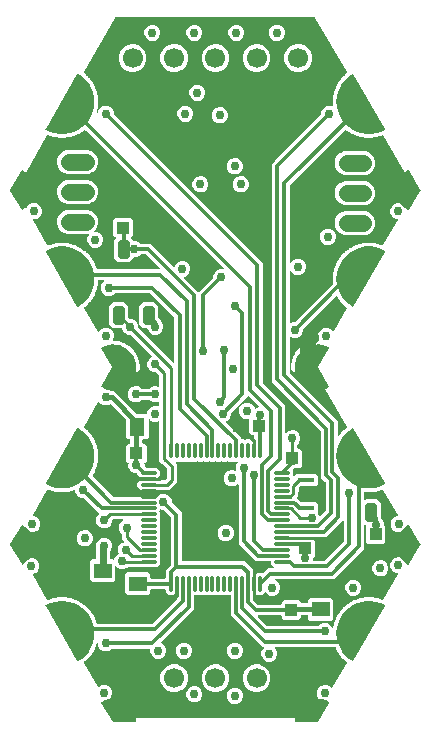
<source format=gbr>
G04 EAGLE Gerber RS-274X export*
G75*
%MOMM*%
%FSLAX34Y34*%
%LPD*%
%INBottom Copper*%
%IPPOS*%
%AMOC8*
5,1,8,0,0,1.08239X$1,22.5*%
G01*
%ADD10R,1.000000X1.100000*%
%ADD11R,1.300000X1.500000*%
%ADD12R,1.399997X0.400000*%
%ADD13R,1.100000X1.000000*%
%ADD14R,1.500000X1.300000*%
%ADD15C,0.499997*%
%ADD16C,1.700000*%
%ADD17C,1.422400*%
%ADD18C,1.000000*%
%ADD19C,0.300000*%
%ADD20C,0.756400*%
%ADD21C,0.304800*%
%ADD22C,0.254000*%
%ADD23C,1.270000*%
%ADD24C,0.406400*%
%ADD25C,0.609600*%

G36*
X318300Y276707D02*
X318300Y276707D01*
X318304Y276706D01*
X318398Y276728D01*
X318492Y276748D01*
X318496Y276751D01*
X318499Y276752D01*
X318647Y276854D01*
X322939Y281146D01*
X322943Y281152D01*
X322949Y281157D01*
X322998Y281235D01*
X323050Y281312D01*
X323051Y281319D01*
X323052Y281320D01*
X323052Y281321D01*
X323055Y281327D01*
X323087Y281504D01*
X323087Y305236D01*
X323086Y305244D01*
X323087Y305251D01*
X323066Y305341D01*
X323048Y305432D01*
X323043Y305439D01*
X323041Y305446D01*
X322939Y305594D01*
X322105Y306429D01*
X322104Y306429D01*
X319277Y309256D01*
X319277Y348416D01*
X319276Y348424D01*
X319277Y348431D01*
X319256Y348521D01*
X319238Y348612D01*
X319233Y348619D01*
X319231Y348627D01*
X319129Y348775D01*
X280194Y387709D01*
X277367Y390536D01*
X277367Y574664D01*
X280194Y577491D01*
X280195Y577491D01*
X319411Y616707D01*
X319415Y616714D01*
X319421Y616719D01*
X319470Y616797D01*
X319522Y616874D01*
X319523Y616882D01*
X319527Y616889D01*
X319559Y617066D01*
X319559Y618579D01*
X320599Y621089D01*
X322521Y623011D01*
X323541Y623433D01*
X324765Y623941D01*
X325031Y624051D01*
X327749Y624051D01*
X328546Y623720D01*
X328608Y623708D01*
X328668Y623687D01*
X328706Y623689D01*
X328743Y623682D01*
X328805Y623695D01*
X328868Y623698D01*
X328902Y623715D01*
X328939Y623722D01*
X328991Y623758D01*
X329048Y623786D01*
X329076Y623816D01*
X329104Y623836D01*
X329129Y623875D01*
X329170Y623919D01*
X329341Y624191D01*
X329366Y624257D01*
X329399Y624320D01*
X329402Y624352D01*
X329412Y624379D01*
X329410Y624430D01*
X329417Y624499D01*
X329315Y625864D01*
X329296Y625932D01*
X329286Y626001D01*
X329269Y626030D01*
X329261Y626057D01*
X329229Y626097D01*
X329194Y626157D01*
X329106Y626259D01*
X329193Y627422D01*
X329191Y627443D01*
X329194Y627462D01*
X329191Y627476D01*
X329193Y627498D01*
X329107Y628660D01*
X329195Y628763D01*
X329230Y628825D01*
X329271Y628882D01*
X329279Y628913D01*
X329293Y628938D01*
X329299Y628989D01*
X329316Y629056D01*
X329419Y630420D01*
X329410Y630490D01*
X329410Y630561D01*
X329398Y630592D01*
X329394Y630619D01*
X329369Y630664D01*
X329354Y630701D01*
X329343Y630728D01*
X329271Y630843D01*
X329531Y631979D01*
X329532Y632014D01*
X329542Y632054D01*
X329630Y633217D01*
X329732Y633305D01*
X329776Y633361D01*
X329825Y633411D01*
X329838Y633441D01*
X329855Y633463D01*
X329869Y633513D01*
X329896Y633577D01*
X330201Y634911D01*
X330203Y634981D01*
X330213Y635051D01*
X330205Y635083D01*
X330206Y635111D01*
X330187Y635159D01*
X330171Y635227D01*
X330117Y635351D01*
X330544Y636436D01*
X330550Y636470D01*
X330566Y636508D01*
X330826Y637645D01*
X330940Y637717D01*
X330992Y637765D01*
X331048Y637808D01*
X331065Y637835D01*
X331086Y637855D01*
X331106Y637902D01*
X331143Y637961D01*
X331643Y639234D01*
X331655Y639304D01*
X331676Y639372D01*
X331673Y639404D01*
X331678Y639432D01*
X331667Y639482D01*
X331661Y639551D01*
X331626Y639682D01*
X332209Y640691D01*
X332220Y640724D01*
X332242Y640760D01*
X332669Y641845D01*
X332793Y641899D01*
X332850Y641939D01*
X332913Y641973D01*
X332934Y641998D01*
X332957Y642014D01*
X332984Y642057D01*
X333029Y642110D01*
X333714Y643295D01*
X333736Y643362D01*
X333766Y643426D01*
X333769Y643458D01*
X333778Y643485D01*
X333774Y643536D01*
X333778Y643605D01*
X333763Y643740D01*
X334491Y644651D01*
X334506Y644682D01*
X334533Y644714D01*
X335117Y645723D01*
X335247Y645758D01*
X335310Y645790D01*
X335377Y645813D01*
X335402Y645835D01*
X335427Y645847D01*
X335461Y645886D01*
X335513Y645932D01*
X336366Y647001D01*
X336398Y647064D01*
X336438Y647123D01*
X336445Y647155D01*
X336458Y647180D01*
X336462Y647231D01*
X336477Y647299D01*
X336482Y647434D01*
X337337Y648227D01*
X337357Y648255D01*
X337388Y648282D01*
X338116Y649194D01*
X338250Y649209D01*
X338317Y649230D01*
X338386Y649244D01*
X338414Y649261D01*
X338441Y649270D01*
X338480Y649304D01*
X338538Y649341D01*
X339542Y650271D01*
X339583Y650329D01*
X339631Y650381D01*
X339642Y650411D01*
X339659Y650434D01*
X339670Y650484D01*
X339695Y650549D01*
X339720Y650682D01*
X340684Y651338D01*
X340708Y651363D01*
X340743Y651385D01*
X341170Y651781D01*
X341199Y651821D01*
X341235Y651854D01*
X341257Y651901D01*
X341287Y651944D01*
X341298Y651992D01*
X341319Y652037D01*
X341320Y652088D01*
X341332Y652139D01*
X341323Y652188D01*
X341325Y652237D01*
X341305Y652291D01*
X341298Y652336D01*
X341279Y652366D01*
X341264Y652406D01*
X314568Y698648D01*
X314519Y698703D01*
X314476Y698763D01*
X314453Y698778D01*
X314435Y698798D01*
X314368Y698830D01*
X314306Y698869D01*
X314277Y698874D01*
X314255Y698885D01*
X314201Y698888D01*
X314128Y698901D01*
X145612Y698901D01*
X145539Y698887D01*
X145466Y698880D01*
X145442Y698867D01*
X145415Y698862D01*
X145354Y698820D01*
X145289Y698785D01*
X145270Y698763D01*
X145249Y698749D01*
X145220Y698704D01*
X145172Y698648D01*
X118476Y652406D01*
X118460Y652360D01*
X118435Y652317D01*
X118428Y652266D01*
X118412Y652217D01*
X118416Y652167D01*
X118409Y652118D01*
X118423Y652068D01*
X118427Y652017D01*
X118449Y651973D01*
X118462Y651925D01*
X118497Y651879D01*
X118518Y651838D01*
X118545Y651815D01*
X118570Y651781D01*
X118997Y651385D01*
X119027Y651367D01*
X119056Y651338D01*
X120020Y650682D01*
X120045Y650549D01*
X120071Y650483D01*
X120090Y650415D01*
X120110Y650389D01*
X120120Y650363D01*
X120157Y650327D01*
X120198Y650271D01*
X121202Y649341D01*
X121262Y649304D01*
X121317Y649260D01*
X121349Y649251D01*
X121373Y649236D01*
X121424Y649229D01*
X121490Y649209D01*
X121624Y649194D01*
X122352Y648282D01*
X122378Y648260D01*
X122403Y648227D01*
X123258Y647434D01*
X123263Y647299D01*
X123280Y647230D01*
X123288Y647160D01*
X123304Y647131D01*
X123310Y647104D01*
X123341Y647062D01*
X123374Y647002D01*
X124227Y645932D01*
X124281Y645887D01*
X124330Y645835D01*
X124359Y645821D01*
X124381Y645803D01*
X124430Y645788D01*
X124493Y645758D01*
X124623Y645723D01*
X125207Y644714D01*
X125230Y644688D01*
X125249Y644651D01*
X125977Y643740D01*
X125962Y643605D01*
X125968Y643535D01*
X125965Y643465D01*
X125977Y643434D01*
X125979Y643406D01*
X126003Y643360D01*
X126026Y643295D01*
X126711Y642110D01*
X126758Y642057D01*
X126798Y641999D01*
X126825Y641981D01*
X126844Y641960D01*
X126890Y641937D01*
X126947Y641899D01*
X127071Y641845D01*
X127498Y640760D01*
X127517Y640730D01*
X127531Y640691D01*
X128114Y639682D01*
X128079Y639551D01*
X128075Y639481D01*
X128062Y639411D01*
X128068Y639379D01*
X128067Y639351D01*
X128083Y639302D01*
X128097Y639234D01*
X128597Y637961D01*
X128635Y637902D01*
X128666Y637838D01*
X128691Y637816D01*
X128706Y637792D01*
X128748Y637763D01*
X128800Y637717D01*
X128914Y637645D01*
X129174Y636508D01*
X129188Y636477D01*
X129196Y636436D01*
X129623Y635351D01*
X129569Y635227D01*
X129554Y635157D01*
X129531Y635091D01*
X129532Y635058D01*
X129526Y635031D01*
X129536Y634980D01*
X129539Y634911D01*
X129844Y633577D01*
X129873Y633513D01*
X129894Y633445D01*
X129915Y633420D01*
X129926Y633394D01*
X129964Y633359D01*
X130008Y633305D01*
X130110Y633217D01*
X130198Y632054D01*
X130207Y632021D01*
X130209Y631979D01*
X130469Y630843D01*
X130397Y630728D01*
X130382Y630688D01*
X130378Y630682D01*
X130377Y630675D01*
X130372Y630662D01*
X130339Y630600D01*
X130336Y630567D01*
X130326Y630541D01*
X130328Y630489D01*
X130321Y630420D01*
X130424Y629056D01*
X130443Y628988D01*
X130454Y628918D01*
X130470Y628890D01*
X130478Y628863D01*
X130510Y628823D01*
X130545Y628763D01*
X130633Y628660D01*
X130547Y627498D01*
X130550Y627467D01*
X130546Y627441D01*
X130548Y627433D01*
X130547Y627422D01*
X130634Y626259D01*
X130546Y626157D01*
X130511Y626095D01*
X130470Y626038D01*
X130461Y626006D01*
X130448Y625982D01*
X130442Y625931D01*
X130425Y625864D01*
X130323Y624499D01*
X130332Y624429D01*
X130332Y624358D01*
X130344Y624328D01*
X130348Y624300D01*
X130373Y624255D01*
X130399Y624191D01*
X130471Y624077D01*
X130212Y622940D01*
X130211Y622905D01*
X130201Y622865D01*
X130114Y621702D01*
X130012Y621614D01*
X129968Y621558D01*
X129919Y621508D01*
X129906Y621478D01*
X129889Y621456D01*
X129875Y621406D01*
X129848Y621342D01*
X129544Y620008D01*
X129542Y619938D01*
X129532Y619868D01*
X129540Y619836D01*
X129539Y619808D01*
X129558Y619760D01*
X129574Y619692D01*
X129628Y619569D01*
X129388Y618957D01*
X129372Y618863D01*
X129353Y618770D01*
X129354Y618765D01*
X129353Y618760D01*
X129375Y618667D01*
X129394Y618573D01*
X129397Y618569D01*
X129398Y618565D01*
X129454Y618486D01*
X129507Y618408D01*
X129511Y618406D01*
X129514Y618402D01*
X129595Y618352D01*
X129676Y618300D01*
X129681Y618299D01*
X129685Y618296D01*
X129779Y618282D01*
X129873Y618265D01*
X129878Y618266D01*
X129883Y618266D01*
X129975Y618288D01*
X130069Y618310D01*
X130073Y618313D01*
X130078Y618314D01*
X130154Y618371D01*
X130232Y618427D01*
X130234Y618431D01*
X130238Y618434D01*
X130283Y618507D01*
X130329Y618578D01*
X131369Y621089D01*
X133291Y623011D01*
X134311Y623433D01*
X135535Y623941D01*
X135801Y624051D01*
X138519Y624051D01*
X141029Y623011D01*
X142951Y621089D01*
X143991Y618579D01*
X143991Y617066D01*
X143992Y617058D01*
X143991Y617051D01*
X144012Y616961D01*
X144030Y616870D01*
X144035Y616863D01*
X144037Y616856D01*
X144139Y616708D01*
X270003Y490844D01*
X270003Y389454D01*
X270004Y389446D01*
X270003Y389439D01*
X270024Y389349D01*
X270042Y389258D01*
X270047Y389251D01*
X270049Y389244D01*
X270151Y389096D01*
X289053Y370194D01*
X289053Y347428D01*
X289053Y347426D01*
X289053Y347423D01*
X289073Y347328D01*
X289092Y347232D01*
X289094Y347230D01*
X289094Y347227D01*
X289150Y347146D01*
X289205Y347066D01*
X289207Y347065D01*
X289209Y347062D01*
X289292Y347009D01*
X289373Y346957D01*
X289376Y346956D01*
X289378Y346955D01*
X289474Y346939D01*
X289570Y346921D01*
X289573Y346922D01*
X289575Y346921D01*
X289670Y346943D01*
X289766Y346965D01*
X289768Y346966D01*
X289771Y346967D01*
X289919Y347070D01*
X291155Y348306D01*
X291632Y348504D01*
X292857Y349011D01*
X293666Y349346D01*
X296383Y349346D01*
X298894Y348306D01*
X300815Y346385D01*
X301855Y343874D01*
X301855Y341157D01*
X300815Y338646D01*
X299492Y337323D01*
X299487Y337316D01*
X299481Y337311D01*
X299432Y337233D01*
X299381Y337156D01*
X299379Y337148D01*
X299375Y337141D01*
X299343Y336964D01*
X299343Y334070D01*
X299344Y334065D01*
X299343Y334059D01*
X299364Y333966D01*
X299383Y333873D01*
X299386Y333869D01*
X299387Y333864D01*
X299442Y333786D01*
X299496Y333707D01*
X299500Y333705D01*
X299503Y333700D01*
X299584Y333650D01*
X299664Y333598D01*
X299669Y333597D01*
X299673Y333594D01*
X299851Y333562D01*
X301552Y333562D01*
X303337Y331777D01*
X303337Y319251D01*
X301552Y317465D01*
X298140Y317465D01*
X298133Y317463D01*
X298125Y317465D01*
X298035Y317444D01*
X297944Y317425D01*
X297937Y317421D01*
X297930Y317419D01*
X297782Y317316D01*
X297621Y317156D01*
X297112Y317156D01*
X297105Y317154D01*
X297097Y317155D01*
X297007Y317134D01*
X296916Y317116D01*
X296909Y317112D01*
X296902Y317110D01*
X296754Y317007D01*
X295679Y315932D01*
X295676Y315927D01*
X295671Y315924D01*
X295620Y315844D01*
X295568Y315765D01*
X295567Y315760D01*
X295564Y315755D01*
X295548Y315661D01*
X295530Y315568D01*
X295531Y315563D01*
X295530Y315558D01*
X295552Y315465D01*
X295572Y315372D01*
X295575Y315367D01*
X295576Y315362D01*
X295679Y315214D01*
X295919Y314974D01*
X295919Y311040D01*
X295919Y311037D01*
X295919Y311035D01*
X295939Y310940D01*
X295958Y310843D01*
X295960Y310841D01*
X295960Y310839D01*
X296016Y310758D01*
X296071Y310677D01*
X296073Y310676D01*
X296075Y310674D01*
X296158Y310621D01*
X296239Y310568D01*
X296242Y310568D01*
X296244Y310566D01*
X296340Y310550D01*
X296436Y310533D01*
X296439Y310533D01*
X296441Y310533D01*
X296536Y310555D01*
X296632Y310576D01*
X296634Y310578D01*
X296637Y310578D01*
X296785Y310681D01*
X298282Y312179D01*
X314808Y312179D01*
X316594Y310393D01*
X316594Y303867D01*
X314808Y302081D01*
X302049Y302081D01*
X302041Y302080D01*
X302034Y302081D01*
X301944Y302060D01*
X301853Y302042D01*
X301846Y302037D01*
X301838Y302036D01*
X301690Y301933D01*
X300377Y300620D01*
X300373Y300613D01*
X300367Y300609D01*
X300318Y300530D01*
X300266Y300453D01*
X300265Y300445D01*
X300261Y300438D01*
X300229Y300261D01*
X300229Y294121D01*
X298746Y292638D01*
X298743Y292634D01*
X298739Y292631D01*
X298688Y292551D01*
X298635Y292471D01*
X298634Y292466D01*
X298631Y292462D01*
X298615Y292368D01*
X298597Y292274D01*
X298598Y292269D01*
X298598Y292264D01*
X298619Y292172D01*
X298639Y292078D01*
X298642Y292074D01*
X298643Y292069D01*
X298746Y291921D01*
X302339Y288328D01*
X302346Y288323D01*
X302350Y288317D01*
X302429Y288268D01*
X302506Y288217D01*
X302514Y288215D01*
X302521Y288211D01*
X302698Y288179D01*
X314808Y288179D01*
X316594Y286393D01*
X316594Y279834D01*
X316549Y279767D01*
X316548Y279761D01*
X316545Y279757D01*
X316529Y279663D01*
X316511Y279570D01*
X316513Y279565D01*
X316512Y279559D01*
X316533Y279466D01*
X316553Y279374D01*
X316556Y279369D01*
X316557Y279364D01*
X316660Y279216D01*
X317087Y278789D01*
X317820Y277019D01*
X317822Y277016D01*
X317823Y277012D01*
X317879Y276932D01*
X317932Y276852D01*
X317935Y276850D01*
X317937Y276847D01*
X318019Y276795D01*
X318099Y276742D01*
X318103Y276742D01*
X318107Y276740D01*
X318202Y276723D01*
X318297Y276706D01*
X318300Y276707D01*
G37*
G36*
X162298Y101956D02*
X162298Y101956D01*
X162326Y101954D01*
X162394Y101976D01*
X162465Y101990D01*
X162488Y102006D01*
X162515Y102015D01*
X162570Y102062D01*
X162629Y102103D01*
X162644Y102127D01*
X162666Y102145D01*
X162697Y102210D01*
X162736Y102270D01*
X162741Y102298D01*
X162753Y102324D01*
X162762Y102425D01*
X162769Y102467D01*
X162767Y102477D01*
X162768Y102490D01*
X162525Y105540D01*
X162516Y105572D01*
X162512Y105619D01*
X162419Y105999D01*
X297321Y105999D01*
X297228Y105619D01*
X297226Y105585D01*
X297215Y105540D01*
X296972Y102490D01*
X296976Y102461D01*
X296971Y102433D01*
X296988Y102364D01*
X296996Y102292D01*
X297011Y102268D01*
X297017Y102240D01*
X297060Y102182D01*
X297096Y102120D01*
X297118Y102103D01*
X297135Y102080D01*
X297197Y102043D01*
X297254Y102000D01*
X297282Y101993D01*
X297306Y101978D01*
X297406Y101962D01*
X297447Y101951D01*
X297457Y101953D01*
X297470Y101951D01*
X316470Y101951D01*
X316546Y101966D01*
X316624Y101975D01*
X316643Y101986D01*
X316665Y101990D01*
X316729Y102034D01*
X316797Y102073D01*
X316813Y102092D01*
X316829Y102103D01*
X316853Y102141D01*
X316903Y102201D01*
X326403Y118701D01*
X326412Y118728D01*
X326428Y118752D01*
X326443Y118822D01*
X326466Y118890D01*
X326463Y118918D01*
X326469Y118946D01*
X326456Y119017D01*
X326450Y119088D01*
X326437Y119113D01*
X326431Y119141D01*
X326391Y119201D01*
X326358Y119264D01*
X326336Y119282D01*
X326320Y119306D01*
X326237Y119364D01*
X326205Y119391D01*
X326194Y119394D01*
X326184Y119401D01*
X323418Y120710D01*
X323385Y120718D01*
X323342Y120738D01*
X320402Y121586D01*
X320368Y121589D01*
X320324Y121602D01*
X317787Y121907D01*
X316901Y122793D01*
X315861Y125303D01*
X315861Y128021D01*
X316901Y130531D01*
X318823Y132453D01*
X319956Y132923D01*
X321181Y133430D01*
X321333Y133493D01*
X324051Y133493D01*
X326561Y132453D01*
X328080Y130934D01*
X328140Y130895D01*
X328194Y130849D01*
X328222Y130840D01*
X328247Y130823D01*
X328317Y130810D01*
X328385Y130789D01*
X328415Y130791D01*
X328444Y130786D01*
X328514Y130801D01*
X328585Y130807D01*
X328611Y130821D01*
X328640Y130827D01*
X328699Y130868D01*
X328762Y130902D01*
X328782Y130926D01*
X328805Y130942D01*
X328833Y130986D01*
X328878Y131039D01*
X341264Y152493D01*
X341280Y152540D01*
X341305Y152583D01*
X341311Y152634D01*
X341328Y152683D01*
X341324Y152733D01*
X341331Y152782D01*
X341317Y152832D01*
X341313Y152883D01*
X341291Y152927D01*
X341278Y152975D01*
X341243Y153021D01*
X341222Y153062D01*
X341195Y153085D01*
X341170Y153119D01*
X340743Y153515D01*
X340714Y153533D01*
X340684Y153562D01*
X339720Y154218D01*
X339695Y154351D01*
X339669Y154417D01*
X339650Y154485D01*
X339630Y154511D01*
X339620Y154537D01*
X339583Y154573D01*
X339542Y154629D01*
X338538Y155559D01*
X338478Y155596D01*
X338423Y155640D01*
X338391Y155649D01*
X338367Y155664D01*
X338316Y155671D01*
X338250Y155691D01*
X338116Y155706D01*
X337388Y156618D01*
X337362Y156640D01*
X337337Y156673D01*
X336482Y157466D01*
X336477Y157601D01*
X336460Y157670D01*
X336452Y157740D01*
X336436Y157769D01*
X336430Y157796D01*
X336399Y157838D01*
X336366Y157898D01*
X335513Y158968D01*
X335459Y159013D01*
X335410Y159065D01*
X335381Y159079D01*
X335359Y159097D01*
X335310Y159112D01*
X335247Y159142D01*
X335117Y159177D01*
X334533Y160186D01*
X334510Y160212D01*
X334491Y160249D01*
X333763Y161160D01*
X333778Y161295D01*
X333772Y161365D01*
X333775Y161435D01*
X333763Y161466D01*
X333761Y161494D01*
X333737Y161540D01*
X333714Y161605D01*
X333029Y162790D01*
X332982Y162843D01*
X332942Y162901D01*
X332915Y162919D01*
X332896Y162940D01*
X332850Y162963D01*
X332793Y163001D01*
X332669Y163055D01*
X332242Y164140D01*
X332223Y164170D01*
X332209Y164209D01*
X331548Y165354D01*
X331499Y165409D01*
X331456Y165469D01*
X331433Y165484D01*
X331415Y165504D01*
X331349Y165536D01*
X331286Y165575D01*
X331257Y165580D01*
X331235Y165591D01*
X331181Y165594D01*
X331108Y165607D01*
X280887Y165607D01*
X280885Y165607D01*
X280882Y165607D01*
X280787Y165587D01*
X280691Y165568D01*
X280689Y165566D01*
X280686Y165566D01*
X280606Y165510D01*
X280525Y165455D01*
X280524Y165453D01*
X280522Y165451D01*
X280468Y165368D01*
X280416Y165287D01*
X280415Y165284D01*
X280414Y165282D01*
X280398Y165186D01*
X280380Y165090D01*
X280381Y165087D01*
X280380Y165085D01*
X280402Y164990D01*
X280424Y164894D01*
X280425Y164892D01*
X280426Y164889D01*
X280529Y164741D01*
X281381Y163889D01*
X282421Y161379D01*
X282421Y158661D01*
X281381Y156151D01*
X279459Y154229D01*
X279263Y154148D01*
X278039Y153641D01*
X278038Y153641D01*
X276949Y153189D01*
X274231Y153189D01*
X271721Y154229D01*
X269799Y156151D01*
X268759Y158661D01*
X268759Y161379D01*
X269799Y163889D01*
X270651Y164741D01*
X270653Y164744D01*
X270655Y164745D01*
X270707Y164825D01*
X270762Y164908D01*
X270763Y164911D01*
X270764Y164913D01*
X270781Y165009D01*
X270800Y165105D01*
X270799Y165108D01*
X270800Y165110D01*
X270778Y165207D01*
X270758Y165301D01*
X270757Y165303D01*
X270756Y165306D01*
X270700Y165386D01*
X270644Y165466D01*
X270642Y165467D01*
X270640Y165469D01*
X270557Y165521D01*
X270475Y165573D01*
X270472Y165574D01*
X270470Y165575D01*
X270293Y165607D01*
X269886Y165607D01*
X242797Y192696D01*
X242797Y209034D01*
X242796Y209039D01*
X242797Y209044D01*
X242776Y209137D01*
X242758Y209231D01*
X242755Y209235D01*
X242754Y209240D01*
X242698Y209318D01*
X242645Y209396D01*
X242641Y209399D01*
X242638Y209403D01*
X242556Y209454D01*
X242477Y209506D01*
X242472Y209506D01*
X242467Y209509D01*
X242290Y209541D01*
X240486Y209541D01*
X240229Y209798D01*
X240224Y209801D01*
X240221Y209806D01*
X240141Y209857D01*
X240062Y209909D01*
X240057Y209910D01*
X240052Y209913D01*
X239958Y209929D01*
X239865Y209947D01*
X239860Y209946D01*
X239854Y209947D01*
X239763Y209925D01*
X239669Y209905D01*
X239664Y209902D01*
X239659Y209901D01*
X239511Y209798D01*
X239254Y209541D01*
X235486Y209541D01*
X235229Y209798D01*
X235224Y209801D01*
X235221Y209806D01*
X235141Y209857D01*
X235062Y209909D01*
X235057Y209910D01*
X235052Y209913D01*
X234958Y209929D01*
X234865Y209947D01*
X234860Y209946D01*
X234854Y209947D01*
X234763Y209925D01*
X234669Y209905D01*
X234664Y209902D01*
X234659Y209901D01*
X234511Y209798D01*
X234254Y209541D01*
X230486Y209541D01*
X230229Y209798D01*
X230224Y209801D01*
X230221Y209806D01*
X230141Y209857D01*
X230062Y209909D01*
X230057Y209910D01*
X230052Y209913D01*
X229958Y209929D01*
X229865Y209947D01*
X229860Y209946D01*
X229854Y209947D01*
X229763Y209925D01*
X229669Y209905D01*
X229664Y209902D01*
X229659Y209901D01*
X229511Y209798D01*
X229254Y209541D01*
X225486Y209541D01*
X225229Y209798D01*
X225224Y209801D01*
X225221Y209806D01*
X225141Y209857D01*
X225062Y209909D01*
X225057Y209910D01*
X225052Y209913D01*
X224958Y209929D01*
X224865Y209947D01*
X224860Y209946D01*
X224855Y209947D01*
X224762Y209925D01*
X224669Y209905D01*
X224665Y209902D01*
X224659Y209901D01*
X224511Y209798D01*
X224254Y209541D01*
X220486Y209541D01*
X220229Y209798D01*
X220224Y209801D01*
X220221Y209806D01*
X220141Y209857D01*
X220062Y209909D01*
X220057Y209910D01*
X220052Y209913D01*
X219958Y209929D01*
X219865Y209947D01*
X219860Y209946D01*
X219854Y209947D01*
X219763Y209925D01*
X219669Y209905D01*
X219664Y209902D01*
X219659Y209901D01*
X219511Y209798D01*
X219254Y209541D01*
X215486Y209541D01*
X215229Y209798D01*
X215224Y209801D01*
X215221Y209806D01*
X215141Y209857D01*
X215062Y209909D01*
X215057Y209910D01*
X215052Y209913D01*
X214958Y209929D01*
X214865Y209947D01*
X214860Y209946D01*
X214854Y209947D01*
X214763Y209925D01*
X214669Y209905D01*
X214664Y209902D01*
X214659Y209901D01*
X214511Y209798D01*
X214254Y209541D01*
X212450Y209541D01*
X212445Y209540D01*
X212440Y209541D01*
X212347Y209520D01*
X212253Y209502D01*
X212249Y209499D01*
X212244Y209498D01*
X212166Y209442D01*
X212088Y209389D01*
X212085Y209385D01*
X212081Y209382D01*
X212030Y209300D01*
X211978Y209221D01*
X211978Y209216D01*
X211975Y209211D01*
X211943Y209034D01*
X211943Y197856D01*
X183865Y169779D01*
X183863Y169775D01*
X183860Y169773D01*
X183808Y169692D01*
X183754Y169612D01*
X183754Y169608D01*
X183751Y169604D01*
X183735Y169509D01*
X183717Y169415D01*
X183718Y169411D01*
X183717Y169407D01*
X183738Y169312D01*
X183758Y169219D01*
X183761Y169215D01*
X183761Y169211D01*
X183818Y169132D01*
X183873Y169054D01*
X183876Y169052D01*
X183878Y169049D01*
X184030Y168951D01*
X185479Y168351D01*
X187401Y166429D01*
X188441Y163919D01*
X188441Y161201D01*
X187401Y158691D01*
X185479Y156769D01*
X185274Y156684D01*
X184049Y156177D01*
X182969Y155729D01*
X180251Y155729D01*
X177741Y156769D01*
X175819Y158691D01*
X174779Y161201D01*
X174779Y163830D01*
X174779Y163833D01*
X174779Y163836D01*
X174779Y163838D01*
X174779Y163840D01*
X174758Y163933D01*
X174740Y164027D01*
X174737Y164031D01*
X174736Y164036D01*
X174680Y164114D01*
X174627Y164192D01*
X174623Y164195D01*
X174620Y164199D01*
X174538Y164250D01*
X174459Y164302D01*
X174454Y164302D01*
X174449Y164305D01*
X174272Y164337D01*
X142458Y164337D01*
X142450Y164336D01*
X142442Y164337D01*
X142352Y164316D01*
X142261Y164298D01*
X142254Y164293D01*
X142247Y164291D01*
X142099Y164189D01*
X141029Y163119D01*
X140189Y162771D01*
X138965Y162264D01*
X138964Y162264D01*
X138519Y162079D01*
X135801Y162079D01*
X133291Y163119D01*
X131369Y165041D01*
X130329Y167551D01*
X130329Y168670D01*
X130328Y168675D01*
X130329Y168681D01*
X130308Y168774D01*
X130290Y168866D01*
X130286Y168871D01*
X130285Y168877D01*
X130230Y168954D01*
X130177Y169032D01*
X130172Y169035D01*
X130168Y169040D01*
X130087Y169090D01*
X130009Y169141D01*
X130003Y169142D01*
X129998Y169145D01*
X129905Y169160D01*
X129812Y169177D01*
X129806Y169175D01*
X129800Y169176D01*
X129709Y169154D01*
X129616Y169133D01*
X129611Y169130D01*
X129605Y169128D01*
X129530Y169072D01*
X129453Y169017D01*
X129449Y169012D01*
X129444Y169008D01*
X129350Y168855D01*
X129196Y168464D01*
X129190Y168430D01*
X129174Y168392D01*
X128914Y167255D01*
X128800Y167183D01*
X128748Y167135D01*
X128692Y167092D01*
X128675Y167065D01*
X128654Y167045D01*
X128634Y166998D01*
X128597Y166939D01*
X128097Y165666D01*
X128085Y165596D01*
X128064Y165528D01*
X128067Y165496D01*
X128062Y165468D01*
X128073Y165418D01*
X128079Y165349D01*
X128114Y165218D01*
X127531Y164209D01*
X127520Y164176D01*
X127498Y164140D01*
X127071Y163055D01*
X126947Y163001D01*
X126890Y162961D01*
X126827Y162927D01*
X126806Y162902D01*
X126783Y162886D01*
X126756Y162843D01*
X126711Y162790D01*
X126026Y161605D01*
X126004Y161538D01*
X125974Y161474D01*
X125971Y161442D01*
X125962Y161415D01*
X125966Y161364D01*
X125962Y161295D01*
X125977Y161160D01*
X125249Y160249D01*
X125234Y160218D01*
X125207Y160186D01*
X124623Y159177D01*
X124493Y159142D01*
X124430Y159110D01*
X124363Y159087D01*
X124338Y159065D01*
X124313Y159053D01*
X124279Y159014D01*
X124227Y158968D01*
X123374Y157898D01*
X123342Y157836D01*
X123302Y157777D01*
X123295Y157745D01*
X123282Y157720D01*
X123278Y157669D01*
X123263Y157601D01*
X123258Y157466D01*
X122403Y156673D01*
X122383Y156645D01*
X122352Y156618D01*
X121624Y155706D01*
X121490Y155691D01*
X121423Y155670D01*
X121354Y155656D01*
X121326Y155639D01*
X121299Y155630D01*
X121260Y155596D01*
X121202Y155559D01*
X120198Y154629D01*
X120157Y154571D01*
X120109Y154519D01*
X120098Y154489D01*
X120081Y154466D01*
X120070Y154416D01*
X120045Y154351D01*
X120020Y154218D01*
X119056Y153562D01*
X119032Y153537D01*
X118997Y153515D01*
X118570Y153119D01*
X118541Y153079D01*
X118505Y153046D01*
X118483Y152998D01*
X118453Y152956D01*
X118442Y152908D01*
X118421Y152863D01*
X118420Y152812D01*
X118408Y152761D01*
X118417Y152712D01*
X118415Y152663D01*
X118435Y152609D01*
X118442Y152564D01*
X118462Y152534D01*
X118476Y152493D01*
X130315Y131988D01*
X130362Y131934D01*
X130403Y131875D01*
X130428Y131860D01*
X130447Y131837D01*
X130511Y131806D01*
X130572Y131768D01*
X130601Y131763D01*
X130628Y131750D01*
X130699Y131746D01*
X130769Y131734D01*
X130798Y131741D01*
X130828Y131739D01*
X130895Y131764D01*
X130965Y131780D01*
X130991Y131798D01*
X131016Y131807D01*
X131055Y131842D01*
X131113Y131883D01*
X132021Y132791D01*
X132339Y132923D01*
X133563Y133430D01*
X134531Y133831D01*
X137249Y133831D01*
X139759Y132791D01*
X141681Y130869D01*
X142721Y128359D01*
X142721Y125641D01*
X141681Y123131D01*
X140253Y121702D01*
X139416Y121602D01*
X139384Y121591D01*
X139338Y121586D01*
X136398Y120738D01*
X136368Y120722D01*
X136323Y120710D01*
X133557Y119401D01*
X133534Y119384D01*
X133507Y119374D01*
X133455Y119325D01*
X133397Y119282D01*
X133383Y119257D01*
X133362Y119238D01*
X133333Y119172D01*
X133297Y119110D01*
X133294Y119082D01*
X133282Y119056D01*
X133281Y118984D01*
X133272Y118913D01*
X133280Y118886D01*
X133280Y118857D01*
X133315Y118762D01*
X133326Y118722D01*
X133333Y118713D01*
X133337Y118701D01*
X142837Y102201D01*
X142889Y102143D01*
X142935Y102080D01*
X142954Y102069D01*
X142969Y102052D01*
X143039Y102018D01*
X143106Y101978D01*
X143131Y101974D01*
X143148Y101966D01*
X143193Y101964D01*
X143270Y101951D01*
X162270Y101951D01*
X162298Y101956D01*
G37*
G36*
X215910Y466418D02*
X215910Y466418D01*
X215916Y466417D01*
X216008Y466439D01*
X216101Y466459D01*
X216106Y466462D01*
X216111Y466463D01*
X216259Y466565D01*
X217964Y468271D01*
X227971Y478278D01*
X227975Y478284D01*
X227981Y478289D01*
X228030Y478367D01*
X228082Y478444D01*
X228083Y478452D01*
X228087Y478459D01*
X228119Y478636D01*
X228119Y480149D01*
X229159Y482659D01*
X231081Y484581D01*
X231982Y484954D01*
X233206Y485461D01*
X233207Y485461D01*
X233591Y485621D01*
X236309Y485621D01*
X236554Y485519D01*
X236555Y485519D01*
X236556Y485518D01*
X236652Y485500D01*
X236751Y485481D01*
X236752Y485481D01*
X236753Y485481D01*
X236849Y485501D01*
X236947Y485521D01*
X236948Y485522D01*
X236949Y485522D01*
X237031Y485579D01*
X237112Y485635D01*
X237113Y485636D01*
X237114Y485636D01*
X237168Y485722D01*
X237220Y485803D01*
X237221Y485804D01*
X237221Y485806D01*
X237238Y485904D01*
X237255Y486001D01*
X237255Y486002D01*
X237255Y486003D01*
X237233Y486099D01*
X237211Y486196D01*
X237210Y486197D01*
X237209Y486198D01*
X237107Y486346D01*
X119849Y603604D01*
X119800Y603637D01*
X119757Y603677D01*
X119717Y603692D01*
X119682Y603715D01*
X119624Y603726D01*
X119569Y603747D01*
X119527Y603745D01*
X119485Y603753D01*
X119428Y603741D01*
X119369Y603738D01*
X119326Y603719D01*
X119289Y603711D01*
X119253Y603687D01*
X119204Y603665D01*
X119072Y603574D01*
X119047Y603549D01*
X119012Y603527D01*
X118158Y602733D01*
X118023Y602738D01*
X117953Y602727D01*
X117882Y602724D01*
X117852Y602711D01*
X117825Y602706D01*
X117781Y602679D01*
X117718Y602651D01*
X116587Y601879D01*
X116538Y601829D01*
X116483Y601785D01*
X116467Y601756D01*
X116447Y601736D01*
X116429Y601688D01*
X116395Y601628D01*
X116350Y601500D01*
X115300Y600994D01*
X115272Y600973D01*
X115234Y600956D01*
X114271Y600299D01*
X114138Y600324D01*
X114067Y600323D01*
X113997Y600331D01*
X113965Y600322D01*
X113937Y600321D01*
X113890Y600301D01*
X113823Y600282D01*
X112591Y599688D01*
X112535Y599646D01*
X112474Y599610D01*
X112453Y599584D01*
X112431Y599567D01*
X112405Y599523D01*
X112362Y599468D01*
X112299Y599349D01*
X111185Y599005D01*
X111155Y598988D01*
X111115Y598977D01*
X110064Y598471D01*
X109937Y598515D01*
X109867Y598525D01*
X109798Y598543D01*
X109766Y598539D01*
X109738Y598543D01*
X109688Y598529D01*
X109620Y598521D01*
X108312Y598117D01*
X108250Y598084D01*
X108185Y598057D01*
X108161Y598035D01*
X108136Y598022D01*
X108104Y597981D01*
X108054Y597934D01*
X107973Y597825D01*
X106820Y597651D01*
X106788Y597639D01*
X106747Y597634D01*
X105633Y597290D01*
X105513Y597353D01*
X105445Y597373D01*
X105380Y597401D01*
X105348Y597402D01*
X105321Y597410D01*
X105269Y597404D01*
X105200Y597406D01*
X103847Y597202D01*
X103781Y597177D01*
X103712Y597161D01*
X103685Y597143D01*
X103659Y597133D01*
X103621Y597098D01*
X103564Y597059D01*
X103469Y596963D01*
X102303Y596963D01*
X102268Y596956D01*
X102227Y596957D01*
X101074Y596783D01*
X100965Y596863D01*
X100901Y596893D01*
X100841Y596930D01*
X100809Y596936D01*
X100784Y596948D01*
X100732Y596950D01*
X100664Y596962D01*
X99296Y596962D01*
X99226Y596948D01*
X99156Y596942D01*
X99127Y596928D01*
X99099Y596922D01*
X99056Y596893D01*
X98994Y596862D01*
X98886Y596782D01*
X97733Y596955D01*
X97698Y596954D01*
X97657Y596961D01*
X96491Y596961D01*
X96395Y597056D01*
X96336Y597095D01*
X96283Y597141D01*
X96252Y597152D01*
X96228Y597167D01*
X96178Y597177D01*
X96112Y597199D01*
X94759Y597403D01*
X94689Y597399D01*
X94618Y597404D01*
X94587Y597394D01*
X94559Y597393D01*
X94512Y597370D01*
X94446Y597349D01*
X94327Y597286D01*
X93213Y597630D01*
X93178Y597633D01*
X93139Y597646D01*
X91986Y597820D01*
X91905Y597929D01*
X91853Y597976D01*
X91807Y598029D01*
X91778Y598044D01*
X91757Y598063D01*
X91708Y598080D01*
X91647Y598112D01*
X90339Y598515D01*
X90269Y598522D01*
X90200Y598537D01*
X90167Y598532D01*
X90139Y598535D01*
X90090Y598520D01*
X90022Y598509D01*
X89894Y598464D01*
X88844Y598970D01*
X88810Y598978D01*
X88773Y598997D01*
X88198Y599174D01*
X88149Y599179D01*
X88102Y599194D01*
X88051Y599189D01*
X87999Y599194D01*
X87952Y599180D01*
X87903Y599175D01*
X87857Y599151D01*
X87807Y599136D01*
X87770Y599104D01*
X87726Y599081D01*
X87689Y599037D01*
X87653Y599007D01*
X87637Y598976D01*
X87610Y598943D01*
X69333Y567286D01*
X69039Y567568D01*
X69011Y567586D01*
X68977Y567619D01*
X66454Y569361D01*
X66427Y569372D01*
X66405Y569391D01*
X66336Y569411D01*
X66271Y569439D01*
X66242Y569439D01*
X66214Y569447D01*
X66143Y569439D01*
X66072Y569440D01*
X66045Y569428D01*
X66016Y569425D01*
X65954Y569390D01*
X65889Y569362D01*
X65868Y569342D01*
X65843Y569327D01*
X65780Y569250D01*
X65750Y569220D01*
X65746Y569210D01*
X65737Y569199D01*
X56237Y552699D01*
X56213Y552626D01*
X56182Y552556D01*
X56182Y552532D01*
X56174Y552510D01*
X56181Y552434D01*
X56180Y552357D01*
X56189Y552333D01*
X56190Y552312D01*
X56211Y552273D01*
X56230Y552221D01*
X56231Y552215D01*
X56233Y552213D01*
X56237Y552201D01*
X65737Y535701D01*
X65756Y535679D01*
X65769Y535653D01*
X65822Y535605D01*
X65869Y535552D01*
X65895Y535539D01*
X65917Y535520D01*
X65984Y535497D01*
X66048Y535466D01*
X66077Y535465D01*
X66104Y535455D01*
X66176Y535460D01*
X66247Y535457D01*
X66274Y535467D01*
X66303Y535469D01*
X66393Y535511D01*
X66433Y535526D01*
X66441Y535533D01*
X66454Y535539D01*
X68977Y537281D01*
X69001Y537305D01*
X69039Y537332D01*
X69369Y537649D01*
X69418Y537625D01*
X69477Y537587D01*
X69507Y537582D01*
X69535Y537568D01*
X69605Y537565D01*
X69674Y537553D01*
X69704Y537559D01*
X69735Y537558D01*
X69801Y537581D01*
X69870Y537597D01*
X69895Y537615D01*
X69924Y537626D01*
X69976Y537673D01*
X70033Y537714D01*
X70051Y537742D01*
X70072Y537761D01*
X70093Y537808D01*
X70130Y537866D01*
X70409Y538539D01*
X72331Y540461D01*
X73033Y540752D01*
X74257Y541259D01*
X74841Y541501D01*
X77559Y541501D01*
X80069Y540461D01*
X81991Y538539D01*
X83031Y536029D01*
X83031Y533311D01*
X81991Y530801D01*
X80069Y528879D01*
X79150Y528498D01*
X77925Y527991D01*
X77559Y527839D01*
X75855Y527839D01*
X75818Y527832D01*
X75781Y527834D01*
X75721Y527812D01*
X75658Y527800D01*
X75627Y527779D01*
X75592Y527766D01*
X75545Y527723D01*
X75493Y527687D01*
X75472Y527656D01*
X75445Y527630D01*
X75418Y527572D01*
X75383Y527519D01*
X75377Y527482D01*
X75361Y527448D01*
X75359Y527384D01*
X75348Y527322D01*
X75356Y527285D01*
X75355Y527248D01*
X75380Y527178D01*
X75391Y527126D01*
X75406Y527106D01*
X75416Y527078D01*
X87610Y505957D01*
X87642Y505920D01*
X87667Y505877D01*
X87689Y505860D01*
X87697Y505850D01*
X87714Y505839D01*
X87742Y505806D01*
X87787Y505785D01*
X87826Y505755D01*
X87866Y505744D01*
X87867Y505744D01*
X87871Y505743D01*
X87876Y505742D01*
X87923Y505719D01*
X87972Y505716D01*
X88020Y505704D01*
X88077Y505711D01*
X88123Y505709D01*
X88156Y505721D01*
X88198Y505726D01*
X88773Y505903D01*
X88804Y505919D01*
X88844Y505930D01*
X89894Y506436D01*
X90022Y506391D01*
X90092Y506381D01*
X90160Y506363D01*
X90193Y506367D01*
X90220Y506364D01*
X90270Y506377D01*
X90339Y506385D01*
X91647Y506788D01*
X91709Y506822D01*
X91774Y506848D01*
X91798Y506870D01*
X91823Y506884D01*
X91855Y506924D01*
X91905Y506971D01*
X91986Y507080D01*
X93139Y507254D01*
X93171Y507266D01*
X93213Y507271D01*
X94327Y507614D01*
X94446Y507551D01*
X94514Y507531D01*
X94579Y507503D01*
X94612Y507502D01*
X94639Y507494D01*
X94690Y507499D01*
X94759Y507497D01*
X96112Y507701D01*
X96179Y507725D01*
X96247Y507741D01*
X96274Y507760D01*
X96301Y507769D01*
X96339Y507804D01*
X96395Y507844D01*
X96491Y507939D01*
X97657Y507939D01*
X97691Y507946D01*
X97733Y507945D01*
X98886Y508118D01*
X98994Y508038D01*
X99058Y508008D01*
X99118Y507970D01*
X99151Y507965D01*
X99176Y507953D01*
X99228Y507951D01*
X99296Y507938D01*
X100664Y507938D01*
X100733Y507952D01*
X100803Y507957D01*
X100833Y507972D01*
X100860Y507977D01*
X100903Y508006D01*
X100965Y508037D01*
X101074Y508117D01*
X102227Y507943D01*
X102262Y507945D01*
X102303Y507937D01*
X103469Y507937D01*
X103564Y507841D01*
X103623Y507802D01*
X103677Y507757D01*
X103708Y507746D01*
X103731Y507730D01*
X103782Y507721D01*
X103847Y507698D01*
X105200Y507494D01*
X105271Y507497D01*
X105341Y507493D01*
X105372Y507502D01*
X105400Y507504D01*
X105447Y507526D01*
X105513Y507547D01*
X105632Y507610D01*
X106747Y507266D01*
X106781Y507263D01*
X106820Y507249D01*
X107973Y507075D01*
X108054Y506966D01*
X108106Y506919D01*
X108152Y506866D01*
X108181Y506850D01*
X108202Y506832D01*
X108251Y506814D01*
X108312Y506783D01*
X109620Y506379D01*
X109690Y506372D01*
X109759Y506356D01*
X109791Y506362D01*
X109819Y506359D01*
X109868Y506374D01*
X109937Y506385D01*
X110064Y506429D01*
X111115Y505923D01*
X111148Y505914D01*
X111185Y505895D01*
X112299Y505551D01*
X112362Y505432D01*
X112407Y505377D01*
X112445Y505317D01*
X112472Y505298D01*
X112489Y505277D01*
X112535Y505252D01*
X112591Y505212D01*
X113823Y504618D01*
X113892Y504600D01*
X113958Y504575D01*
X113990Y504575D01*
X114018Y504568D01*
X114069Y504576D01*
X114138Y504576D01*
X114271Y504601D01*
X115234Y503944D01*
X115266Y503931D01*
X115300Y503906D01*
X116350Y503400D01*
X116395Y503272D01*
X116431Y503212D01*
X116459Y503147D01*
X116482Y503124D01*
X116497Y503100D01*
X116538Y503069D01*
X116588Y503021D01*
X117718Y502249D01*
X117783Y502222D01*
X117844Y502187D01*
X117877Y502182D01*
X117902Y502171D01*
X117954Y502171D01*
X118023Y502162D01*
X118158Y502167D01*
X119012Y501373D01*
X119042Y501355D01*
X119072Y501326D01*
X120035Y500669D01*
X120060Y500536D01*
X120083Y500480D01*
X120093Y500433D01*
X120099Y500425D01*
X120105Y500402D01*
X120125Y500376D01*
X120135Y500350D01*
X120172Y500314D01*
X120213Y500258D01*
X121216Y499327D01*
X121276Y499291D01*
X121331Y499247D01*
X121363Y499237D01*
X121387Y499223D01*
X121438Y499215D01*
X121504Y499195D01*
X121638Y499180D01*
X122365Y498268D01*
X122387Y498249D01*
X122393Y498241D01*
X122397Y498239D01*
X122417Y498212D01*
X123271Y497419D01*
X123276Y497284D01*
X123293Y497215D01*
X123301Y497145D01*
X123316Y497116D01*
X123323Y497089D01*
X123354Y497047D01*
X123386Y496987D01*
X124239Y495916D01*
X124293Y495871D01*
X124341Y495819D01*
X124371Y495805D01*
X124393Y495787D01*
X124442Y495772D01*
X124504Y495743D01*
X124635Y495708D01*
X125218Y494698D01*
X125241Y494672D01*
X125260Y494635D01*
X125987Y493723D01*
X125972Y493589D01*
X125975Y493557D01*
X125969Y493527D01*
X125977Y493493D01*
X125976Y493448D01*
X125987Y493417D01*
X125989Y493389D01*
X126008Y493352D01*
X126013Y493332D01*
X126022Y493319D01*
X126037Y493278D01*
X126720Y492093D01*
X126767Y492040D01*
X126807Y491982D01*
X126834Y491964D01*
X126853Y491943D01*
X126899Y491920D01*
X126957Y491882D01*
X127081Y491827D01*
X127506Y490742D01*
X127525Y490713D01*
X127539Y490674D01*
X128122Y489664D01*
X128087Y489533D01*
X128082Y489463D01*
X128070Y489393D01*
X128076Y489361D01*
X128074Y489333D01*
X128091Y489284D01*
X128104Y489216D01*
X128604Y487943D01*
X128642Y487883D01*
X128673Y487820D01*
X128697Y487798D01*
X128713Y487774D01*
X128755Y487745D01*
X128806Y487698D01*
X128921Y487626D01*
X129180Y486489D01*
X129194Y486458D01*
X129202Y486417D01*
X129426Y485845D01*
X129433Y485835D01*
X129435Y485824D01*
X129487Y485751D01*
X129535Y485676D01*
X129545Y485670D01*
X129551Y485661D01*
X129627Y485614D01*
X129700Y485563D01*
X129712Y485561D01*
X129721Y485555D01*
X129883Y485526D01*
X129897Y485523D01*
X129898Y485523D01*
X129899Y485523D01*
X182426Y485523D01*
X182428Y485523D01*
X182431Y485523D01*
X182526Y485543D01*
X182622Y485562D01*
X182625Y485564D01*
X182627Y485564D01*
X182708Y485620D01*
X182788Y485675D01*
X182790Y485677D01*
X182792Y485679D01*
X182845Y485762D01*
X182897Y485843D01*
X182898Y485846D01*
X182899Y485848D01*
X182916Y485944D01*
X182933Y486040D01*
X182932Y486043D01*
X182933Y486045D01*
X182911Y486139D01*
X182889Y486236D01*
X182888Y486238D01*
X182887Y486241D01*
X182785Y486389D01*
X171228Y497945D01*
X171222Y497949D01*
X171217Y497955D01*
X171139Y498004D01*
X171062Y498056D01*
X171054Y498057D01*
X171047Y498061D01*
X170870Y498093D01*
X166588Y498093D01*
X166580Y498092D01*
X166572Y498093D01*
X166482Y498072D01*
X166391Y498054D01*
X166384Y498049D01*
X166377Y498047D01*
X166229Y497945D01*
X165159Y496875D01*
X164354Y496542D01*
X163130Y496034D01*
X163129Y496034D01*
X162649Y495835D01*
X160956Y495835D01*
X160951Y495834D01*
X160946Y495835D01*
X160853Y495814D01*
X160759Y495796D01*
X160755Y495793D01*
X160750Y495792D01*
X160672Y495736D01*
X160594Y495683D01*
X160591Y495679D01*
X160586Y495676D01*
X160536Y495594D01*
X160484Y495515D01*
X160483Y495510D01*
X160481Y495505D01*
X160449Y495328D01*
X160449Y494868D01*
X157198Y491617D01*
X147602Y491617D01*
X144351Y494868D01*
X144351Y510464D01*
X145674Y511787D01*
X145675Y511789D01*
X145677Y511791D01*
X145729Y511871D01*
X145785Y511954D01*
X145785Y511956D01*
X145787Y511959D01*
X145804Y512054D01*
X145822Y512151D01*
X145822Y512153D01*
X145822Y512156D01*
X145801Y512252D01*
X145781Y512347D01*
X145779Y512349D01*
X145779Y512351D01*
X145722Y512431D01*
X145666Y512511D01*
X145664Y512513D01*
X145663Y512515D01*
X145579Y512567D01*
X145497Y512619D01*
X145495Y512619D01*
X145492Y512621D01*
X145315Y512653D01*
X144677Y512653D01*
X142891Y514439D01*
X142891Y526964D01*
X144677Y528750D01*
X158203Y528750D01*
X159989Y526964D01*
X159989Y514439D01*
X158590Y513040D01*
X158587Y513036D01*
X158583Y513033D01*
X158532Y512952D01*
X158479Y512873D01*
X158478Y512868D01*
X158475Y512864D01*
X158459Y512770D01*
X158442Y512676D01*
X158443Y512671D01*
X158442Y512666D01*
X158463Y512573D01*
X158483Y512480D01*
X158486Y512476D01*
X158487Y512471D01*
X158590Y512323D01*
X160449Y510464D01*
X160449Y510004D01*
X160450Y509999D01*
X160449Y509994D01*
X160470Y509901D01*
X160488Y509807D01*
X160491Y509803D01*
X160492Y509798D01*
X160548Y509720D01*
X160601Y509642D01*
X160605Y509639D01*
X160608Y509635D01*
X160690Y509584D01*
X160769Y509532D01*
X160774Y509532D01*
X160779Y509529D01*
X160956Y509497D01*
X162649Y509497D01*
X165159Y508457D01*
X166229Y507387D01*
X166235Y507383D01*
X166240Y507377D01*
X166319Y507328D01*
X166396Y507276D01*
X166404Y507275D01*
X166410Y507271D01*
X166588Y507239D01*
X174868Y507239D01*
X194460Y487647D01*
X194463Y487645D01*
X194465Y487642D01*
X194546Y487590D01*
X194627Y487536D01*
X194630Y487535D01*
X194634Y487533D01*
X194729Y487517D01*
X194823Y487499D01*
X194827Y487499D01*
X194831Y487499D01*
X194926Y487520D01*
X195020Y487540D01*
X195023Y487542D01*
X195027Y487543D01*
X195105Y487600D01*
X195184Y487655D01*
X195186Y487658D01*
X195190Y487660D01*
X195287Y487812D01*
X196139Y489869D01*
X198061Y491791D01*
X198700Y492056D01*
X199924Y492563D01*
X199925Y492563D01*
X200571Y492831D01*
X203289Y492831D01*
X205799Y491791D01*
X207721Y489869D01*
X208761Y487359D01*
X208761Y484641D01*
X207721Y482131D01*
X205799Y480209D01*
X204817Y479802D01*
X203742Y479357D01*
X203738Y479355D01*
X203735Y479354D01*
X203655Y479299D01*
X203575Y479245D01*
X203573Y479242D01*
X203570Y479240D01*
X203518Y479158D01*
X203465Y479078D01*
X203465Y479074D01*
X203462Y479070D01*
X203446Y478976D01*
X203429Y478881D01*
X203430Y478877D01*
X203429Y478873D01*
X203451Y478779D01*
X203471Y478685D01*
X203474Y478681D01*
X203474Y478678D01*
X203577Y478530D01*
X215541Y466565D01*
X215546Y466563D01*
X215549Y466558D01*
X215629Y466507D01*
X215708Y466455D01*
X215713Y466454D01*
X215718Y466451D01*
X215812Y466435D01*
X215905Y466417D01*
X215910Y466418D01*
G37*
G36*
X293384Y440198D02*
X293384Y440198D01*
X293388Y440197D01*
X293564Y440236D01*
X293758Y440316D01*
X294982Y440823D01*
X294983Y440823D01*
X295821Y441171D01*
X297334Y441171D01*
X297342Y441172D01*
X297349Y441171D01*
X297439Y441192D01*
X297530Y441210D01*
X297537Y441215D01*
X297544Y441217D01*
X297692Y441319D01*
X329288Y472915D01*
X329324Y472969D01*
X329367Y473017D01*
X329379Y473052D01*
X329399Y473082D01*
X329411Y473146D01*
X329433Y473207D01*
X329431Y473246D01*
X329437Y473279D01*
X329427Y473326D01*
X329424Y473387D01*
X329271Y474057D01*
X329343Y474172D01*
X329368Y474238D01*
X329401Y474300D01*
X329404Y474333D01*
X329414Y474359D01*
X329412Y474411D01*
X329419Y474480D01*
X329316Y475844D01*
X329297Y475912D01*
X329286Y475982D01*
X329270Y476010D01*
X329262Y476037D01*
X329230Y476077D01*
X329195Y476137D01*
X329107Y476240D01*
X329193Y477402D01*
X329189Y477437D01*
X329193Y477478D01*
X329106Y478641D01*
X329194Y478743D01*
X329229Y478805D01*
X329270Y478862D01*
X329279Y478894D01*
X329292Y478918D01*
X329298Y478969D01*
X329315Y479036D01*
X329417Y480401D01*
X329408Y480471D01*
X329408Y480542D01*
X329396Y480572D01*
X329392Y480600D01*
X329367Y480645D01*
X329341Y480709D01*
X329269Y480823D01*
X329528Y481960D01*
X329529Y481995D01*
X329539Y482035D01*
X329626Y483198D01*
X329728Y483286D01*
X329772Y483342D01*
X329821Y483392D01*
X329834Y483422D01*
X329851Y483444D01*
X329865Y483494D01*
X329892Y483558D01*
X330196Y484892D01*
X330198Y484962D01*
X330208Y485032D01*
X330200Y485064D01*
X330201Y485092D01*
X330182Y485140D01*
X330166Y485208D01*
X330112Y485331D01*
X330538Y486417D01*
X330544Y486451D01*
X330560Y486489D01*
X330819Y487626D01*
X330934Y487698D01*
X330985Y487747D01*
X331042Y487789D01*
X331059Y487817D01*
X331079Y487836D01*
X331100Y487884D01*
X331136Y487943D01*
X331636Y489216D01*
X331648Y489286D01*
X331668Y489353D01*
X331665Y489386D01*
X331670Y489414D01*
X331659Y489464D01*
X331653Y489533D01*
X331618Y489664D01*
X332201Y490674D01*
X332212Y490707D01*
X332234Y490742D01*
X332659Y491827D01*
X332783Y491882D01*
X332841Y491922D01*
X332903Y491955D01*
X332925Y491980D01*
X332948Y491997D01*
X332975Y492040D01*
X333020Y492093D01*
X333703Y493278D01*
X333720Y493328D01*
X333735Y493351D01*
X333739Y493372D01*
X333756Y493409D01*
X333758Y493442D01*
X333767Y493468D01*
X333764Y493512D01*
X333771Y493548D01*
X333767Y493566D01*
X333768Y493589D01*
X333753Y493723D01*
X334480Y494635D01*
X334496Y494666D01*
X334522Y494698D01*
X335105Y495708D01*
X335236Y495743D01*
X335299Y495774D01*
X335365Y495798D01*
X335390Y495819D01*
X335415Y495832D01*
X335449Y495871D01*
X335501Y495916D01*
X336354Y496987D01*
X336386Y497049D01*
X336425Y497108D01*
X336432Y497140D01*
X336445Y497165D01*
X336449Y497216D01*
X336464Y497284D01*
X336469Y497419D01*
X337323Y498212D01*
X337344Y498241D01*
X337357Y498252D01*
X337361Y498255D01*
X337363Y498257D01*
X337375Y498268D01*
X338102Y499180D01*
X338236Y499195D01*
X338303Y499217D01*
X338373Y499230D01*
X338400Y499248D01*
X338427Y499256D01*
X338466Y499290D01*
X338524Y499327D01*
X339527Y500258D01*
X339545Y500284D01*
X339546Y500284D01*
X339549Y500289D01*
X339568Y500316D01*
X339616Y500368D01*
X339628Y500398D01*
X339644Y500421D01*
X339649Y500443D01*
X339655Y500452D01*
X339661Y500486D01*
X339680Y500536D01*
X339705Y500669D01*
X340668Y501326D01*
X340693Y501351D01*
X340728Y501373D01*
X341582Y502167D01*
X341717Y502162D01*
X341787Y502173D01*
X341858Y502176D01*
X341888Y502189D01*
X341915Y502194D01*
X341959Y502221D01*
X342022Y502249D01*
X343152Y503021D01*
X343202Y503071D01*
X343257Y503115D01*
X343273Y503144D01*
X343292Y503164D01*
X343311Y503212D01*
X343345Y503272D01*
X343390Y503400D01*
X344440Y503906D01*
X344468Y503927D01*
X344506Y503944D01*
X345469Y504601D01*
X345602Y504576D01*
X345673Y504577D01*
X345743Y504569D01*
X345775Y504578D01*
X345803Y504579D01*
X345850Y504599D01*
X345917Y504618D01*
X347149Y505212D01*
X347205Y505254D01*
X347266Y505290D01*
X347287Y505316D01*
X347309Y505333D01*
X347335Y505377D01*
X347378Y505432D01*
X347441Y505551D01*
X348555Y505895D01*
X348585Y505912D01*
X348625Y505923D01*
X349676Y506429D01*
X349803Y506385D01*
X349873Y506375D01*
X349942Y506357D01*
X349974Y506361D01*
X350002Y506357D01*
X350052Y506371D01*
X350120Y506379D01*
X351428Y506783D01*
X351490Y506816D01*
X351555Y506843D01*
X351579Y506865D01*
X351604Y506878D01*
X351636Y506919D01*
X351686Y506966D01*
X351767Y507075D01*
X352920Y507249D01*
X352952Y507261D01*
X352993Y507266D01*
X354108Y507610D01*
X354227Y507547D01*
X354295Y507527D01*
X354360Y507499D01*
X354393Y507498D01*
X354419Y507490D01*
X354471Y507496D01*
X354540Y507494D01*
X355893Y507698D01*
X355959Y507723D01*
X356028Y507739D01*
X356055Y507757D01*
X356081Y507767D01*
X356119Y507802D01*
X356176Y507841D01*
X356271Y507937D01*
X357437Y507937D01*
X357472Y507944D01*
X357513Y507943D01*
X358666Y508117D01*
X358775Y508037D01*
X358839Y508007D01*
X358899Y507970D01*
X358931Y507964D01*
X358956Y507952D01*
X359008Y507950D01*
X359076Y507938D01*
X360444Y507938D01*
X360514Y507952D01*
X360584Y507958D01*
X360613Y507972D01*
X360641Y507978D01*
X360684Y508007D01*
X360746Y508038D01*
X360854Y508118D01*
X362007Y507945D01*
X362042Y507946D01*
X362083Y507939D01*
X363249Y507939D01*
X363345Y507844D01*
X363404Y507805D01*
X363457Y507759D01*
X363488Y507748D01*
X363512Y507733D01*
X363562Y507723D01*
X363628Y507701D01*
X364981Y507497D01*
X365051Y507501D01*
X365122Y507496D01*
X365153Y507506D01*
X365181Y507507D01*
X365228Y507530D01*
X365294Y507551D01*
X365413Y507614D01*
X366527Y507271D01*
X366562Y507267D01*
X366601Y507254D01*
X367754Y507080D01*
X367835Y506971D01*
X367887Y506924D01*
X367933Y506871D01*
X367962Y506856D01*
X367983Y506837D01*
X368032Y506820D01*
X368093Y506788D01*
X369401Y506385D01*
X369471Y506378D01*
X369540Y506363D01*
X369573Y506368D01*
X369601Y506365D01*
X369650Y506380D01*
X369718Y506391D01*
X369846Y506436D01*
X370896Y505930D01*
X370930Y505922D01*
X370967Y505903D01*
X371542Y505726D01*
X371591Y505721D01*
X371638Y505706D01*
X371689Y505711D01*
X371741Y505706D01*
X371788Y505720D01*
X371837Y505725D01*
X371883Y505749D01*
X371886Y505750D01*
X371892Y505751D01*
X371894Y505753D01*
X371933Y505764D01*
X371970Y505796D01*
X372014Y505819D01*
X372043Y505854D01*
X372058Y505864D01*
X372066Y505875D01*
X372087Y505893D01*
X372103Y505924D01*
X372130Y505957D01*
X384324Y527078D01*
X384336Y527114D01*
X384357Y527145D01*
X384368Y527208D01*
X384388Y527268D01*
X384386Y527306D01*
X384392Y527342D01*
X384378Y527405D01*
X384374Y527468D01*
X384357Y527501D01*
X384349Y527538D01*
X384312Y527590D01*
X384283Y527647D01*
X384254Y527671D01*
X384233Y527701D01*
X384178Y527735D01*
X384130Y527776D01*
X384094Y527788D01*
X384062Y527807D01*
X383990Y527820D01*
X383939Y527836D01*
X383914Y527834D01*
X383885Y527839D01*
X383451Y527839D01*
X380941Y528879D01*
X379019Y530801D01*
X377979Y533311D01*
X377979Y536029D01*
X379019Y538539D01*
X380941Y540461D01*
X381643Y540752D01*
X382867Y541259D01*
X383451Y541501D01*
X386169Y541501D01*
X387295Y541034D01*
X388436Y539516D01*
X388461Y539493D01*
X388489Y539456D01*
X390701Y537332D01*
X390729Y537314D01*
X390763Y537281D01*
X393286Y535539D01*
X393313Y535528D01*
X393335Y535509D01*
X393404Y535489D01*
X393469Y535461D01*
X393498Y535461D01*
X393526Y535453D01*
X393597Y535461D01*
X393668Y535461D01*
X393695Y535472D01*
X393724Y535475D01*
X393786Y535510D01*
X393851Y535538D01*
X393872Y535558D01*
X393897Y535573D01*
X393960Y535650D01*
X393990Y535680D01*
X393994Y535690D01*
X394003Y535701D01*
X403503Y552201D01*
X403513Y552233D01*
X403522Y552246D01*
X403526Y552270D01*
X403527Y552274D01*
X403558Y552344D01*
X403558Y552368D01*
X403566Y552390D01*
X403560Y552466D01*
X403561Y552543D01*
X403551Y552567D01*
X403550Y552588D01*
X403529Y552627D01*
X403503Y552699D01*
X394003Y569199D01*
X393984Y569221D01*
X393971Y569247D01*
X393918Y569295D01*
X393871Y569348D01*
X393845Y569361D01*
X393824Y569380D01*
X393756Y569403D01*
X393692Y569434D01*
X393663Y569436D01*
X393636Y569445D01*
X393564Y569440D01*
X393493Y569443D01*
X393466Y569433D01*
X393437Y569431D01*
X393347Y569389D01*
X393307Y569374D01*
X393299Y569367D01*
X393286Y569361D01*
X390763Y567619D01*
X390739Y567595D01*
X390701Y567568D01*
X390407Y567286D01*
X372130Y598943D01*
X372098Y598980D01*
X372073Y599023D01*
X372032Y599055D01*
X371998Y599094D01*
X371953Y599115D01*
X371914Y599145D01*
X371864Y599158D01*
X371817Y599181D01*
X371768Y599184D01*
X371720Y599196D01*
X371663Y599189D01*
X371617Y599191D01*
X371584Y599179D01*
X371542Y599174D01*
X370967Y598997D01*
X370936Y598981D01*
X370896Y598970D01*
X369846Y598464D01*
X369718Y598509D01*
X369648Y598519D01*
X369580Y598537D01*
X369547Y598533D01*
X369520Y598536D01*
X369470Y598523D01*
X369401Y598515D01*
X368093Y598112D01*
X368031Y598078D01*
X367966Y598052D01*
X367942Y598030D01*
X367917Y598016D01*
X367885Y597976D01*
X367835Y597929D01*
X367754Y597820D01*
X366601Y597646D01*
X366569Y597634D01*
X366527Y597629D01*
X365413Y597286D01*
X365294Y597349D01*
X365226Y597369D01*
X365161Y597397D01*
X365128Y597398D01*
X365101Y597406D01*
X365050Y597401D01*
X364981Y597403D01*
X363628Y597199D01*
X363561Y597175D01*
X363493Y597159D01*
X363466Y597140D01*
X363439Y597131D01*
X363401Y597096D01*
X363345Y597056D01*
X363249Y596961D01*
X362083Y596961D01*
X362049Y596954D01*
X362007Y596955D01*
X360854Y596782D01*
X360746Y596862D01*
X360682Y596892D01*
X360622Y596930D01*
X360589Y596935D01*
X360564Y596947D01*
X360512Y596949D01*
X360444Y596962D01*
X359076Y596962D01*
X359007Y596948D01*
X358937Y596943D01*
X358907Y596928D01*
X358880Y596923D01*
X358837Y596894D01*
X358775Y596863D01*
X358666Y596783D01*
X357513Y596957D01*
X357478Y596955D01*
X357437Y596963D01*
X356271Y596963D01*
X356176Y597059D01*
X356117Y597098D01*
X356063Y597143D01*
X356032Y597154D01*
X356009Y597170D01*
X355958Y597179D01*
X355893Y597202D01*
X354540Y597406D01*
X354469Y597403D01*
X354399Y597407D01*
X354368Y597398D01*
X354340Y597396D01*
X354293Y597374D01*
X354227Y597353D01*
X354108Y597290D01*
X352993Y597634D01*
X352959Y597637D01*
X352920Y597651D01*
X351767Y597825D01*
X351686Y597934D01*
X351634Y597981D01*
X351588Y598034D01*
X351559Y598050D01*
X351538Y598068D01*
X351489Y598086D01*
X351428Y598117D01*
X350120Y598521D01*
X350050Y598528D01*
X349981Y598544D01*
X349949Y598538D01*
X349921Y598541D01*
X349872Y598526D01*
X349803Y598515D01*
X349676Y598471D01*
X348625Y598977D01*
X348592Y598986D01*
X348555Y599005D01*
X347441Y599349D01*
X347377Y599468D01*
X347333Y599523D01*
X347295Y599583D01*
X347268Y599602D01*
X347251Y599623D01*
X347205Y599648D01*
X347149Y599688D01*
X345917Y600282D01*
X345848Y600300D01*
X345782Y600325D01*
X345750Y600325D01*
X345722Y600332D01*
X345671Y600324D01*
X345602Y600324D01*
X345469Y600299D01*
X344506Y600956D01*
X344474Y600969D01*
X344440Y600994D01*
X343390Y601500D01*
X343345Y601628D01*
X343309Y601688D01*
X343281Y601753D01*
X343258Y601776D01*
X343243Y601800D01*
X343202Y601831D01*
X343152Y601879D01*
X342022Y602651D01*
X341957Y602678D01*
X341896Y602713D01*
X341863Y602718D01*
X341838Y602729D01*
X341786Y602729D01*
X341717Y602738D01*
X341582Y602733D01*
X340728Y603527D01*
X340698Y603545D01*
X340668Y603574D01*
X340536Y603665D01*
X340482Y603688D01*
X340432Y603719D01*
X340390Y603726D01*
X340351Y603743D01*
X340292Y603743D01*
X340234Y603753D01*
X340193Y603743D01*
X340151Y603743D01*
X340097Y603720D01*
X340039Y603707D01*
X340001Y603681D01*
X339966Y603666D01*
X339935Y603635D01*
X339891Y603604D01*
X293011Y556724D01*
X293007Y556718D01*
X293001Y556713D01*
X292952Y556635D01*
X292900Y556558D01*
X292899Y556550D01*
X292895Y556543D01*
X292863Y556366D01*
X292863Y491525D01*
X292863Y491523D01*
X292863Y491522D01*
X292883Y491426D01*
X292902Y491328D01*
X292903Y491327D01*
X292903Y491326D01*
X292958Y491246D01*
X293015Y491162D01*
X293016Y491162D01*
X293017Y491161D01*
X293100Y491107D01*
X293183Y491053D01*
X293184Y491053D01*
X293185Y491052D01*
X293283Y491035D01*
X293380Y491018D01*
X293382Y491018D01*
X293383Y491018D01*
X293477Y491039D01*
X293576Y491061D01*
X293577Y491062D01*
X293578Y491062D01*
X293658Y491119D01*
X293739Y491177D01*
X293740Y491178D01*
X293741Y491179D01*
X293839Y491331D01*
X293929Y491549D01*
X295851Y493471D01*
X296108Y493577D01*
X297332Y494085D01*
X297333Y494085D01*
X298361Y494511D01*
X301079Y494511D01*
X303589Y493471D01*
X305511Y491549D01*
X306551Y489039D01*
X306551Y486321D01*
X305511Y483811D01*
X303589Y481889D01*
X303450Y481831D01*
X302225Y481324D01*
X301079Y480849D01*
X298361Y480849D01*
X295851Y481889D01*
X293929Y483811D01*
X293839Y484029D01*
X293838Y484030D01*
X293838Y484032D01*
X293782Y484113D01*
X293727Y484196D01*
X293726Y484196D01*
X293725Y484198D01*
X293642Y484251D01*
X293559Y484306D01*
X293558Y484306D01*
X293557Y484307D01*
X293458Y484325D01*
X293362Y484342D01*
X293361Y484342D01*
X293360Y484342D01*
X293259Y484320D01*
X293166Y484300D01*
X293165Y484299D01*
X293164Y484299D01*
X293081Y484240D01*
X293002Y484185D01*
X293002Y484184D01*
X293001Y484183D01*
X292948Y484098D01*
X292896Y484015D01*
X292895Y484014D01*
X292895Y484013D01*
X292863Y483835D01*
X292863Y440704D01*
X292864Y440701D01*
X292863Y440697D01*
X292883Y440603D01*
X292902Y440508D01*
X292905Y440505D01*
X292905Y440501D01*
X292961Y440422D01*
X293015Y440342D01*
X293018Y440340D01*
X293021Y440337D01*
X293103Y440285D01*
X293183Y440233D01*
X293187Y440232D01*
X293190Y440230D01*
X293286Y440214D01*
X293380Y440197D01*
X293384Y440198D01*
G37*
G36*
X176314Y185524D02*
X176314Y185524D01*
X176321Y185523D01*
X176411Y185544D01*
X176502Y185562D01*
X176509Y185567D01*
X176516Y185569D01*
X176664Y185671D01*
X197649Y206656D01*
X197653Y206662D01*
X197659Y206667D01*
X197708Y206745D01*
X197760Y206822D01*
X197761Y206830D01*
X197765Y206837D01*
X197797Y207014D01*
X197797Y211860D01*
X197797Y211862D01*
X197797Y211865D01*
X197777Y211960D01*
X197758Y212056D01*
X197756Y212058D01*
X197756Y212061D01*
X197700Y212142D01*
X197645Y212222D01*
X197643Y212224D01*
X197641Y212226D01*
X197558Y212279D01*
X197477Y212331D01*
X197474Y212332D01*
X197472Y212333D01*
X197376Y212350D01*
X197280Y212367D01*
X197277Y212366D01*
X197275Y212367D01*
X197181Y212345D01*
X197084Y212323D01*
X197082Y212322D01*
X197079Y212321D01*
X196931Y212218D01*
X194254Y209541D01*
X190486Y209541D01*
X187821Y212206D01*
X187821Y214010D01*
X187820Y214015D01*
X187821Y214020D01*
X187800Y214113D01*
X187782Y214207D01*
X187779Y214211D01*
X187778Y214216D01*
X187722Y214294D01*
X187669Y214372D01*
X187665Y214375D01*
X187662Y214379D01*
X187580Y214430D01*
X187501Y214482D01*
X187496Y214482D01*
X187491Y214485D01*
X187314Y214517D01*
X175333Y214517D01*
X175328Y214516D01*
X175323Y214517D01*
X175230Y214496D01*
X175136Y214478D01*
X175132Y214475D01*
X175127Y214474D01*
X175049Y214418D01*
X174971Y214365D01*
X174968Y214361D01*
X174963Y214358D01*
X174913Y214276D01*
X174861Y214197D01*
X174860Y214192D01*
X174858Y214187D01*
X174826Y214010D01*
X174826Y211679D01*
X173040Y209893D01*
X155514Y209893D01*
X153728Y211679D01*
X153728Y227204D01*
X155514Y228990D01*
X173040Y228990D01*
X174826Y227204D01*
X174826Y224170D01*
X174827Y224165D01*
X174826Y224160D01*
X174847Y224067D01*
X174865Y223973D01*
X174868Y223969D01*
X174869Y223964D01*
X174925Y223886D01*
X174978Y223808D01*
X174982Y223805D01*
X174985Y223801D01*
X175067Y223750D01*
X175146Y223698D01*
X175151Y223698D01*
X175156Y223695D01*
X175333Y223663D01*
X187290Y223663D01*
X187295Y223664D01*
X187300Y223663D01*
X187393Y223684D01*
X187487Y223702D01*
X187491Y223705D01*
X187496Y223706D01*
X187574Y223762D01*
X187652Y223815D01*
X187655Y223819D01*
X187659Y223822D01*
X187710Y223904D01*
X187762Y223983D01*
X187762Y223988D01*
X187765Y223993D01*
X187797Y224170D01*
X187797Y231094D01*
X192129Y235426D01*
X192133Y235432D01*
X192139Y235437D01*
X192188Y235515D01*
X192240Y235592D01*
X192241Y235600D01*
X192245Y235607D01*
X192277Y235784D01*
X192277Y275739D01*
X192276Y275747D01*
X192277Y275754D01*
X192256Y275844D01*
X192238Y275935D01*
X192233Y275942D01*
X192231Y275949D01*
X192129Y276097D01*
X186424Y281802D01*
X186417Y281807D01*
X186413Y281813D01*
X186334Y281862D01*
X186257Y281913D01*
X186249Y281915D01*
X186243Y281919D01*
X186065Y281951D01*
X184553Y281951D01*
X183620Y282337D01*
X183616Y282338D01*
X183613Y282340D01*
X183518Y282357D01*
X183423Y282376D01*
X183420Y282375D01*
X183416Y282376D01*
X183321Y282354D01*
X183227Y282335D01*
X183224Y282333D01*
X183220Y282332D01*
X183141Y282276D01*
X183062Y282222D01*
X183060Y282218D01*
X183057Y282216D01*
X183006Y282134D01*
X182953Y282053D01*
X182953Y282049D01*
X182951Y282046D01*
X182919Y281868D01*
X182919Y281206D01*
X182662Y280949D01*
X182659Y280944D01*
X182654Y280941D01*
X182603Y280861D01*
X182551Y280782D01*
X182550Y280777D01*
X182547Y280772D01*
X182531Y280678D01*
X182513Y280585D01*
X182514Y280580D01*
X182513Y280575D01*
X182535Y280482D01*
X182555Y280389D01*
X182558Y280385D01*
X182559Y280379D01*
X182662Y280231D01*
X182919Y279974D01*
X182919Y276206D01*
X182662Y275949D01*
X182659Y275944D01*
X182654Y275941D01*
X182603Y275861D01*
X182551Y275782D01*
X182550Y275777D01*
X182547Y275772D01*
X182531Y275678D01*
X182513Y275585D01*
X182514Y275580D01*
X182513Y275575D01*
X182535Y275482D01*
X182555Y275389D01*
X182558Y275385D01*
X182559Y275379D01*
X182662Y275231D01*
X182919Y274974D01*
X182919Y271206D01*
X182662Y270949D01*
X182659Y270944D01*
X182654Y270941D01*
X182603Y270861D01*
X182551Y270782D01*
X182550Y270777D01*
X182547Y270772D01*
X182531Y270678D01*
X182513Y270585D01*
X182514Y270580D01*
X182513Y270575D01*
X182535Y270482D01*
X182555Y270389D01*
X182558Y270385D01*
X182559Y270379D01*
X182662Y270231D01*
X182919Y269974D01*
X182919Y266206D01*
X182662Y265949D01*
X182659Y265944D01*
X182654Y265941D01*
X182603Y265861D01*
X182551Y265782D01*
X182550Y265777D01*
X182547Y265772D01*
X182531Y265678D01*
X182513Y265585D01*
X182514Y265580D01*
X182513Y265575D01*
X182535Y265481D01*
X182555Y265389D01*
X182558Y265385D01*
X182559Y265379D01*
X182662Y265231D01*
X182919Y264974D01*
X182919Y261206D01*
X182662Y260949D01*
X182659Y260944D01*
X182654Y260941D01*
X182603Y260861D01*
X182551Y260782D01*
X182550Y260777D01*
X182547Y260772D01*
X182531Y260678D01*
X182513Y260585D01*
X182514Y260580D01*
X182513Y260575D01*
X182535Y260482D01*
X182555Y260389D01*
X182558Y260385D01*
X182559Y260379D01*
X182662Y260231D01*
X182919Y259974D01*
X182919Y256206D01*
X182662Y255949D01*
X182659Y255944D01*
X182654Y255941D01*
X182603Y255861D01*
X182551Y255782D01*
X182550Y255777D01*
X182547Y255772D01*
X182531Y255678D01*
X182513Y255585D01*
X182514Y255580D01*
X182513Y255575D01*
X182535Y255482D01*
X182555Y255389D01*
X182558Y255385D01*
X182559Y255379D01*
X182662Y255231D01*
X182919Y254974D01*
X182919Y251206D01*
X182662Y250949D01*
X182659Y250944D01*
X182654Y250941D01*
X182603Y250861D01*
X182551Y250782D01*
X182550Y250777D01*
X182547Y250772D01*
X182531Y250678D01*
X182513Y250585D01*
X182514Y250580D01*
X182513Y250575D01*
X182535Y250482D01*
X182555Y250389D01*
X182558Y250385D01*
X182559Y250379D01*
X182662Y250231D01*
X182919Y249974D01*
X182919Y246206D01*
X182662Y245949D01*
X182659Y245944D01*
X182654Y245941D01*
X182603Y245861D01*
X182551Y245782D01*
X182550Y245777D01*
X182547Y245772D01*
X182531Y245678D01*
X182513Y245585D01*
X182514Y245580D01*
X182513Y245575D01*
X182535Y245482D01*
X182555Y245389D01*
X182558Y245385D01*
X182559Y245379D01*
X182662Y245231D01*
X182919Y244974D01*
X182919Y241206D01*
X182662Y240949D01*
X182659Y240944D01*
X182654Y240941D01*
X182603Y240861D01*
X182551Y240782D01*
X182550Y240777D01*
X182547Y240772D01*
X182531Y240678D01*
X182513Y240585D01*
X182514Y240580D01*
X182513Y240575D01*
X182535Y240482D01*
X182555Y240389D01*
X182558Y240385D01*
X182559Y240379D01*
X182662Y240231D01*
X182919Y239974D01*
X182919Y236206D01*
X180254Y233541D01*
X166486Y233541D01*
X166404Y233623D01*
X166398Y233627D01*
X166393Y233633D01*
X166315Y233682D01*
X166237Y233734D01*
X166230Y233735D01*
X166223Y233739D01*
X166046Y233771D01*
X156012Y233771D01*
X156004Y233770D01*
X155996Y233771D01*
X155906Y233750D01*
X155815Y233732D01*
X155808Y233727D01*
X155801Y233725D01*
X155653Y233623D01*
X154999Y232969D01*
X154523Y232772D01*
X154522Y232772D01*
X153298Y232264D01*
X152489Y231929D01*
X149771Y231929D01*
X147261Y232969D01*
X146035Y234195D01*
X146032Y234197D01*
X146031Y234199D01*
X145951Y234251D01*
X145868Y234306D01*
X145865Y234307D01*
X145863Y234308D01*
X145767Y234325D01*
X145671Y234344D01*
X145668Y234343D01*
X145666Y234344D01*
X145569Y234322D01*
X145475Y234302D01*
X145473Y234301D01*
X145470Y234300D01*
X145390Y234244D01*
X145310Y234188D01*
X145309Y234186D01*
X145307Y234184D01*
X145254Y234100D01*
X145203Y234019D01*
X145202Y234016D01*
X145201Y234014D01*
X145169Y233837D01*
X145169Y222717D01*
X143383Y220931D01*
X125857Y220931D01*
X124071Y222717D01*
X124071Y238243D01*
X125857Y240029D01*
X128016Y240029D01*
X128021Y240030D01*
X128026Y240029D01*
X128119Y240050D01*
X128213Y240068D01*
X128217Y240071D01*
X128222Y240072D01*
X128300Y240128D01*
X128378Y240181D01*
X128381Y240185D01*
X128385Y240188D01*
X128436Y240270D01*
X128488Y240349D01*
X128488Y240354D01*
X128491Y240359D01*
X128523Y240536D01*
X128523Y251403D01*
X129021Y252603D01*
X129022Y252612D01*
X129027Y252620D01*
X129059Y252798D01*
X129059Y252819D01*
X130099Y255329D01*
X132021Y257251D01*
X133120Y257706D01*
X134344Y258213D01*
X134345Y258213D01*
X134531Y258291D01*
X137249Y258291D01*
X139759Y257251D01*
X141681Y255329D01*
X142721Y252819D01*
X142721Y250101D01*
X141681Y247591D01*
X140865Y246775D01*
X140861Y246769D01*
X140855Y246764D01*
X140806Y246685D01*
X140754Y246608D01*
X140753Y246600D01*
X140749Y246594D01*
X140717Y246416D01*
X140717Y240536D01*
X140718Y240531D01*
X140717Y240526D01*
X140738Y240433D01*
X140756Y240339D01*
X140759Y240335D01*
X140760Y240330D01*
X140816Y240252D01*
X140869Y240174D01*
X140873Y240171D01*
X140876Y240167D01*
X140958Y240116D01*
X141037Y240064D01*
X141042Y240064D01*
X141047Y240061D01*
X141224Y240029D01*
X143383Y240029D01*
X143468Y239944D01*
X143471Y239942D01*
X143473Y239938D01*
X143555Y239886D01*
X143635Y239833D01*
X143638Y239832D01*
X143642Y239830D01*
X143738Y239813D01*
X143831Y239795D01*
X143835Y239796D01*
X143839Y239795D01*
X143934Y239817D01*
X144028Y239837D01*
X144031Y239839D01*
X144035Y239840D01*
X144113Y239896D01*
X144192Y239951D01*
X144194Y239955D01*
X144198Y239957D01*
X144295Y240108D01*
X145339Y242629D01*
X147261Y244551D01*
X147683Y244726D01*
X147687Y244729D01*
X147692Y244730D01*
X147771Y244785D01*
X147849Y244837D01*
X147852Y244842D01*
X147856Y244845D01*
X147907Y244925D01*
X147959Y245005D01*
X147960Y245010D01*
X147963Y245015D01*
X147979Y245109D01*
X147996Y245202D01*
X147995Y245207D01*
X147996Y245212D01*
X147957Y245388D01*
X147501Y246489D01*
X147501Y249207D01*
X148541Y251717D01*
X150463Y253639D01*
X150485Y253648D01*
X151710Y254155D01*
X152456Y254464D01*
X152459Y254467D01*
X152463Y254467D01*
X152543Y254523D01*
X152622Y254576D01*
X152625Y254580D01*
X152628Y254582D01*
X152680Y254663D01*
X152733Y254744D01*
X152733Y254748D01*
X152735Y254751D01*
X152752Y254846D01*
X152769Y254941D01*
X152768Y254945D01*
X152769Y254949D01*
X152747Y255042D01*
X152727Y255137D01*
X152724Y255140D01*
X152723Y255144D01*
X152621Y255292D01*
X150621Y257291D01*
X150621Y261148D01*
X150620Y261156D01*
X150621Y261164D01*
X150600Y261254D01*
X150582Y261345D01*
X150577Y261352D01*
X150575Y261359D01*
X150473Y261507D01*
X149149Y262831D01*
X148109Y265341D01*
X148109Y268059D01*
X149149Y270569D01*
X151071Y272491D01*
X151806Y272795D01*
X151807Y272796D01*
X151808Y272796D01*
X151889Y272851D01*
X151972Y272907D01*
X151973Y272908D01*
X151974Y272909D01*
X152026Y272989D01*
X152082Y273075D01*
X152083Y273076D01*
X152083Y273077D01*
X152101Y273174D01*
X152119Y273272D01*
X152119Y273273D01*
X152119Y273274D01*
X152097Y273374D01*
X152076Y273468D01*
X152076Y273469D01*
X152075Y273470D01*
X152018Y273550D01*
X151961Y273632D01*
X151960Y273632D01*
X151959Y273633D01*
X151877Y273685D01*
X151792Y273738D01*
X151790Y273739D01*
X151789Y273739D01*
X151612Y273771D01*
X143002Y273771D01*
X142997Y273770D01*
X142992Y273771D01*
X142899Y273750D01*
X142805Y273732D01*
X142801Y273729D01*
X142796Y273728D01*
X142718Y273672D01*
X142640Y273619D01*
X142637Y273615D01*
X142633Y273612D01*
X142582Y273530D01*
X142530Y273451D01*
X142530Y273446D01*
X142527Y273441D01*
X142495Y273264D01*
X142495Y271691D01*
X141455Y269181D01*
X139533Y267259D01*
X138322Y266757D01*
X137097Y266250D01*
X137023Y266219D01*
X134305Y266219D01*
X131795Y267259D01*
X129873Y269181D01*
X128833Y271691D01*
X128833Y274409D01*
X129873Y276919D01*
X131165Y278211D01*
X131168Y278215D01*
X131172Y278218D01*
X131223Y278299D01*
X131276Y278378D01*
X131277Y278383D01*
X131280Y278388D01*
X131296Y278481D01*
X131313Y278575D01*
X131312Y278580D01*
X131313Y278585D01*
X131292Y278678D01*
X131272Y278771D01*
X131269Y278775D01*
X131268Y278780D01*
X131165Y278928D01*
X118622Y291471D01*
X118616Y291475D01*
X118611Y291481D01*
X118533Y291530D01*
X118456Y291582D01*
X118448Y291583D01*
X118441Y291587D01*
X118264Y291619D01*
X116751Y291619D01*
X114241Y292659D01*
X112319Y294581D01*
X111279Y297091D01*
X111279Y298249D01*
X111278Y298253D01*
X111279Y298257D01*
X111276Y298271D01*
X111278Y298285D01*
X111256Y298364D01*
X111240Y298445D01*
X111236Y298450D01*
X111236Y298452D01*
X111229Y298462D01*
X111224Y298478D01*
X111173Y298543D01*
X111127Y298611D01*
X111120Y298616D01*
X111113Y298620D01*
X111112Y298621D01*
X111100Y298635D01*
X111028Y298675D01*
X110959Y298720D01*
X110941Y298723D01*
X110925Y298732D01*
X110843Y298741D01*
X110762Y298756D01*
X110744Y298752D01*
X110725Y298754D01*
X110615Y298723D01*
X110611Y298722D01*
X110571Y298714D01*
X110569Y298713D01*
X110566Y298712D01*
X110560Y298708D01*
X110552Y298706D01*
X110064Y298471D01*
X109937Y298515D01*
X109867Y298525D01*
X109798Y298543D01*
X109766Y298539D01*
X109738Y298543D01*
X109688Y298529D01*
X109620Y298521D01*
X108312Y298117D01*
X108250Y298084D01*
X108185Y298057D01*
X108161Y298035D01*
X108136Y298022D01*
X108104Y297981D01*
X108054Y297934D01*
X107973Y297825D01*
X106820Y297651D01*
X106788Y297639D01*
X106747Y297634D01*
X105632Y297290D01*
X105513Y297353D01*
X105445Y297373D01*
X105380Y297401D01*
X105348Y297402D01*
X105321Y297410D01*
X105269Y297404D01*
X105200Y297406D01*
X103847Y297202D01*
X103781Y297177D01*
X103712Y297161D01*
X103685Y297143D01*
X103659Y297133D01*
X103621Y297098D01*
X103564Y297059D01*
X103469Y296963D01*
X102303Y296963D01*
X102268Y296956D01*
X102227Y296957D01*
X101074Y296783D01*
X100965Y296863D01*
X100901Y296893D01*
X100841Y296930D01*
X100809Y296936D01*
X100784Y296948D01*
X100732Y296950D01*
X100664Y296962D01*
X99296Y296962D01*
X99226Y296948D01*
X99156Y296942D01*
X99127Y296928D01*
X99099Y296922D01*
X99056Y296893D01*
X98994Y296862D01*
X98886Y296782D01*
X97733Y296955D01*
X97698Y296954D01*
X97657Y296961D01*
X96491Y296961D01*
X96395Y297056D01*
X96336Y297095D01*
X96283Y297141D01*
X96252Y297152D01*
X96228Y297167D01*
X96178Y297177D01*
X96112Y297199D01*
X94759Y297403D01*
X94689Y297399D01*
X94618Y297404D01*
X94587Y297394D01*
X94559Y297393D01*
X94512Y297370D01*
X94446Y297349D01*
X94327Y297286D01*
X93213Y297629D01*
X93178Y297633D01*
X93139Y297646D01*
X91986Y297820D01*
X91905Y297929D01*
X91853Y297976D01*
X91807Y298029D01*
X91778Y298044D01*
X91757Y298063D01*
X91708Y298080D01*
X91647Y298112D01*
X90339Y298515D01*
X90269Y298522D01*
X90200Y298537D01*
X90167Y298532D01*
X90139Y298535D01*
X90090Y298520D01*
X90022Y298509D01*
X89894Y298464D01*
X88844Y298970D01*
X88810Y298978D01*
X88773Y298997D01*
X88198Y299174D01*
X88149Y299179D01*
X88102Y299194D01*
X88051Y299189D01*
X87999Y299194D01*
X87952Y299180D01*
X87903Y299175D01*
X87857Y299151D01*
X87807Y299136D01*
X87770Y299104D01*
X87726Y299081D01*
X87689Y299037D01*
X87653Y299007D01*
X87637Y298976D01*
X87610Y298943D01*
X75228Y277497D01*
X75216Y277461D01*
X75196Y277430D01*
X75184Y277367D01*
X75164Y277307D01*
X75167Y277269D01*
X75160Y277233D01*
X75174Y277170D01*
X75179Y277107D01*
X75195Y277073D01*
X75204Y277037D01*
X75241Y276985D01*
X75270Y276928D01*
X75298Y276904D01*
X75320Y276873D01*
X75374Y276840D01*
X75423Y276799D01*
X75458Y276787D01*
X75490Y276768D01*
X75563Y276755D01*
X75614Y276738D01*
X75639Y276741D01*
X75667Y276736D01*
X75904Y276736D01*
X78414Y275696D01*
X80336Y273774D01*
X81376Y271264D01*
X81376Y268546D01*
X80336Y266036D01*
X78414Y264114D01*
X77448Y263714D01*
X76223Y263207D01*
X75904Y263074D01*
X73186Y263074D01*
X72974Y263162D01*
X71304Y265384D01*
X71279Y265407D01*
X71251Y265444D01*
X69039Y267568D01*
X69011Y267586D01*
X68977Y267619D01*
X66454Y269361D01*
X66427Y269372D01*
X66405Y269391D01*
X66336Y269411D01*
X66271Y269439D01*
X66242Y269439D01*
X66214Y269447D01*
X66143Y269439D01*
X66072Y269440D01*
X66045Y269428D01*
X66016Y269425D01*
X65954Y269390D01*
X65889Y269362D01*
X65868Y269342D01*
X65843Y269327D01*
X65780Y269250D01*
X65750Y269220D01*
X65746Y269210D01*
X65737Y269199D01*
X56237Y252699D01*
X56213Y252626D01*
X56182Y252556D01*
X56182Y252532D01*
X56174Y252510D01*
X56181Y252434D01*
X56180Y252357D01*
X56189Y252333D01*
X56190Y252312D01*
X56211Y252273D01*
X56230Y252221D01*
X56231Y252215D01*
X56233Y252213D01*
X56237Y252201D01*
X65737Y235701D01*
X65756Y235679D01*
X65769Y235653D01*
X65822Y235605D01*
X65869Y235552D01*
X65895Y235539D01*
X65917Y235520D01*
X65984Y235497D01*
X66048Y235466D01*
X66077Y235465D01*
X66104Y235455D01*
X66176Y235460D01*
X66247Y235457D01*
X66274Y235467D01*
X66303Y235469D01*
X66393Y235511D01*
X66433Y235526D01*
X66441Y235533D01*
X66454Y235539D01*
X68977Y237281D01*
X69001Y237305D01*
X69039Y237332D01*
X71251Y239456D01*
X71270Y239484D01*
X71304Y239516D01*
X72563Y241192D01*
X72632Y241220D01*
X75350Y241220D01*
X77860Y240180D01*
X79782Y238259D01*
X80822Y235748D01*
X80822Y233031D01*
X79782Y230520D01*
X77860Y228599D01*
X76913Y228206D01*
X75713Y227709D01*
X75681Y227688D01*
X75645Y227675D01*
X75599Y227633D01*
X75547Y227598D01*
X75526Y227565D01*
X75497Y227539D01*
X75471Y227482D01*
X75437Y227430D01*
X75430Y227392D01*
X75414Y227357D01*
X75412Y227295D01*
X75400Y227233D01*
X75408Y227195D01*
X75407Y227157D01*
X75432Y227089D01*
X75443Y227037D01*
X75449Y227029D01*
X75449Y227026D01*
X75460Y227011D01*
X75468Y226987D01*
X87610Y205957D01*
X87642Y205920D01*
X87667Y205877D01*
X87708Y205845D01*
X87742Y205806D01*
X87787Y205785D01*
X87826Y205755D01*
X87876Y205742D01*
X87923Y205719D01*
X87972Y205716D01*
X88020Y205704D01*
X88077Y205711D01*
X88123Y205709D01*
X88156Y205721D01*
X88198Y205726D01*
X88773Y205903D01*
X88804Y205919D01*
X88844Y205930D01*
X89894Y206436D01*
X90022Y206391D01*
X90092Y206381D01*
X90160Y206363D01*
X90193Y206367D01*
X90220Y206364D01*
X90270Y206377D01*
X90339Y206385D01*
X91647Y206788D01*
X91709Y206822D01*
X91774Y206848D01*
X91798Y206870D01*
X91823Y206884D01*
X91855Y206924D01*
X91905Y206971D01*
X91986Y207080D01*
X93139Y207254D01*
X93171Y207265D01*
X93213Y207270D01*
X94327Y207614D01*
X94446Y207551D01*
X94514Y207531D01*
X94579Y207503D01*
X94612Y207502D01*
X94639Y207494D01*
X94690Y207499D01*
X94759Y207497D01*
X96112Y207701D01*
X96179Y207725D01*
X96247Y207741D01*
X96274Y207760D01*
X96301Y207769D01*
X96338Y207804D01*
X96395Y207844D01*
X96491Y207939D01*
X97657Y207939D01*
X97691Y207946D01*
X97733Y207945D01*
X98886Y208118D01*
X98994Y208038D01*
X99058Y208008D01*
X99118Y207970D01*
X99151Y207965D01*
X99176Y207953D01*
X99228Y207951D01*
X99296Y207938D01*
X100664Y207938D01*
X100733Y207952D01*
X100803Y207957D01*
X100833Y207972D01*
X100860Y207977D01*
X100903Y208006D01*
X100965Y208037D01*
X101074Y208117D01*
X102227Y207943D01*
X102262Y207945D01*
X102303Y207937D01*
X103469Y207937D01*
X103564Y207841D01*
X103623Y207802D01*
X103677Y207757D01*
X103708Y207746D01*
X103731Y207730D01*
X103782Y207721D01*
X103847Y207698D01*
X105200Y207494D01*
X105271Y207497D01*
X105341Y207493D01*
X105372Y207502D01*
X105400Y207504D01*
X105447Y207526D01*
X105513Y207547D01*
X105633Y207610D01*
X106747Y207266D01*
X106781Y207263D01*
X106820Y207249D01*
X107973Y207075D01*
X108054Y206966D01*
X108106Y206919D01*
X108152Y206866D01*
X108181Y206850D01*
X108202Y206832D01*
X108251Y206814D01*
X108312Y206783D01*
X109620Y206379D01*
X109690Y206372D01*
X109759Y206356D01*
X109791Y206362D01*
X109819Y206359D01*
X109868Y206374D01*
X109937Y206385D01*
X110064Y206429D01*
X111115Y205923D01*
X111148Y205914D01*
X111185Y205895D01*
X112299Y205551D01*
X112362Y205432D01*
X112407Y205377D01*
X112445Y205317D01*
X112472Y205298D01*
X112489Y205277D01*
X112535Y205252D01*
X112591Y205212D01*
X113823Y204618D01*
X113892Y204600D01*
X113958Y204575D01*
X113990Y204575D01*
X114018Y204568D01*
X114069Y204576D01*
X114138Y204576D01*
X114271Y204601D01*
X115234Y203944D01*
X115266Y203931D01*
X115300Y203906D01*
X116350Y203400D01*
X116395Y203272D01*
X116430Y203212D01*
X116459Y203147D01*
X116482Y203124D01*
X116497Y203100D01*
X116538Y203069D01*
X116587Y203021D01*
X117718Y202249D01*
X117783Y202222D01*
X117844Y202187D01*
X117877Y202182D01*
X117902Y202171D01*
X117954Y202171D01*
X118023Y202162D01*
X118158Y202167D01*
X119012Y201373D01*
X119042Y201355D01*
X119072Y201326D01*
X120035Y200669D01*
X120060Y200536D01*
X120086Y200471D01*
X120105Y200402D01*
X120125Y200376D01*
X120135Y200350D01*
X120172Y200314D01*
X120213Y200258D01*
X121216Y199327D01*
X121276Y199291D01*
X121331Y199247D01*
X121363Y199237D01*
X121387Y199223D01*
X121438Y199215D01*
X121504Y199195D01*
X121638Y199180D01*
X122365Y198268D01*
X122392Y198246D01*
X122417Y198212D01*
X123271Y197419D01*
X123276Y197284D01*
X123293Y197215D01*
X123301Y197145D01*
X123314Y197120D01*
X123319Y197098D01*
X123322Y197095D01*
X123323Y197089D01*
X123354Y197047D01*
X123386Y196987D01*
X124239Y195916D01*
X124293Y195871D01*
X124341Y195819D01*
X124371Y195805D01*
X124393Y195787D01*
X124442Y195772D01*
X124504Y195743D01*
X124635Y195708D01*
X125218Y194698D01*
X125241Y194672D01*
X125260Y194635D01*
X125987Y193723D01*
X125972Y193589D01*
X125978Y193518D01*
X125976Y193448D01*
X125987Y193417D01*
X125989Y193389D01*
X126013Y193343D01*
X126037Y193278D01*
X126720Y192093D01*
X126767Y192040D01*
X126807Y191982D01*
X126834Y191964D01*
X126853Y191943D01*
X126899Y191920D01*
X126957Y191882D01*
X127081Y191827D01*
X127506Y190742D01*
X127525Y190713D01*
X127539Y190674D01*
X128122Y189664D01*
X128087Y189533D01*
X128082Y189463D01*
X128070Y189393D01*
X128076Y189361D01*
X128074Y189333D01*
X128091Y189284D01*
X128104Y189216D01*
X128604Y187943D01*
X128642Y187883D01*
X128673Y187820D01*
X128697Y187798D01*
X128713Y187774D01*
X128755Y187745D01*
X128806Y187698D01*
X128921Y187626D01*
X129180Y186489D01*
X129194Y186458D01*
X129202Y186417D01*
X129426Y185845D01*
X129433Y185835D01*
X129435Y185824D01*
X129487Y185751D01*
X129535Y185676D01*
X129545Y185670D01*
X129551Y185661D01*
X129627Y185614D01*
X129700Y185563D01*
X129712Y185561D01*
X129721Y185555D01*
X129883Y185526D01*
X129897Y185523D01*
X129898Y185523D01*
X129899Y185523D01*
X176306Y185523D01*
X176314Y185524D01*
G37*
G36*
X262463Y225814D02*
X262463Y225814D01*
X262465Y225813D01*
X262559Y225835D01*
X262656Y225857D01*
X262658Y225858D01*
X262661Y225859D01*
X262809Y225962D01*
X265486Y228639D01*
X269254Y228639D01*
X269494Y228399D01*
X269499Y228396D01*
X269502Y228391D01*
X269582Y228340D01*
X269661Y228288D01*
X269666Y228287D01*
X269671Y228284D01*
X269765Y228268D01*
X269858Y228250D01*
X269863Y228251D01*
X269869Y228250D01*
X269961Y228272D01*
X270054Y228292D01*
X270059Y228295D01*
X270064Y228296D01*
X270212Y228399D01*
X274366Y232553D01*
X279250Y232553D01*
X279252Y232553D01*
X279255Y232553D01*
X279350Y232573D01*
X279446Y232592D01*
X279448Y232594D01*
X279451Y232594D01*
X279532Y232650D01*
X279612Y232705D01*
X279614Y232707D01*
X279616Y232709D01*
X279669Y232792D01*
X279721Y232873D01*
X279722Y232876D01*
X279723Y232878D01*
X279740Y232974D01*
X279757Y233070D01*
X279756Y233073D01*
X279757Y233075D01*
X279735Y233169D01*
X279713Y233266D01*
X279712Y233268D01*
X279711Y233271D01*
X279608Y233419D01*
X276821Y236206D01*
X276821Y238010D01*
X276820Y238015D01*
X276821Y238020D01*
X276800Y238113D01*
X276782Y238207D01*
X276779Y238211D01*
X276778Y238216D01*
X276722Y238294D01*
X276669Y238372D01*
X276665Y238375D01*
X276662Y238379D01*
X276580Y238430D01*
X276501Y238482D01*
X276496Y238482D01*
X276491Y238485D01*
X276314Y238517D01*
X264286Y238517D01*
X249427Y253376D01*
X249427Y303313D01*
X249427Y303315D01*
X249427Y303318D01*
X249407Y303413D01*
X249388Y303509D01*
X249386Y303511D01*
X249386Y303514D01*
X249330Y303594D01*
X249275Y303675D01*
X249273Y303676D01*
X249271Y303678D01*
X249188Y303732D01*
X249107Y303784D01*
X249104Y303785D01*
X249102Y303786D01*
X249006Y303802D01*
X248910Y303820D01*
X248907Y303819D01*
X248905Y303820D01*
X248810Y303798D01*
X248714Y303776D01*
X248712Y303775D01*
X248709Y303774D01*
X248561Y303671D01*
X247709Y302819D01*
X247596Y302772D01*
X246371Y302265D01*
X245199Y301779D01*
X242481Y301779D01*
X239971Y302819D01*
X238049Y304741D01*
X237009Y307251D01*
X237009Y309969D01*
X238049Y312479D01*
X239971Y314401D01*
X240254Y314518D01*
X241478Y315025D01*
X242481Y315441D01*
X245199Y315441D01*
X246796Y314779D01*
X246799Y314779D01*
X246801Y314777D01*
X246897Y314759D01*
X246993Y314740D01*
X246996Y314741D01*
X246998Y314740D01*
X247094Y314761D01*
X247189Y314781D01*
X247191Y314782D01*
X247194Y314783D01*
X247275Y314840D01*
X247355Y314894D01*
X247356Y314897D01*
X247358Y314898D01*
X247410Y314980D01*
X247463Y315063D01*
X247463Y315066D01*
X247465Y315068D01*
X247481Y315164D01*
X247497Y315261D01*
X247497Y315263D01*
X247497Y315266D01*
X247459Y315442D01*
X247169Y316141D01*
X247169Y318859D01*
X248209Y321369D01*
X248515Y321675D01*
X248517Y321678D01*
X248519Y321679D01*
X248572Y321760D01*
X248626Y321842D01*
X248627Y321845D01*
X248628Y321847D01*
X248645Y321943D01*
X248664Y322039D01*
X248663Y322042D01*
X248664Y322044D01*
X248642Y322141D01*
X248622Y322235D01*
X248621Y322237D01*
X248620Y322240D01*
X248563Y322321D01*
X248508Y322400D01*
X248506Y322401D01*
X248504Y322403D01*
X248420Y322456D01*
X248339Y322507D01*
X248336Y322508D01*
X248334Y322509D01*
X248157Y322541D01*
X245486Y322541D01*
X245229Y322798D01*
X245224Y322801D01*
X245221Y322806D01*
X245141Y322857D01*
X245062Y322909D01*
X245057Y322910D01*
X245052Y322913D01*
X244958Y322929D01*
X244865Y322947D01*
X244860Y322946D01*
X244855Y322947D01*
X244762Y322925D01*
X244669Y322905D01*
X244665Y322902D01*
X244659Y322901D01*
X244511Y322798D01*
X244254Y322541D01*
X240486Y322541D01*
X240229Y322798D01*
X240224Y322801D01*
X240221Y322806D01*
X240141Y322857D01*
X240062Y322909D01*
X240057Y322910D01*
X240052Y322913D01*
X239958Y322929D01*
X239865Y322947D01*
X239860Y322946D01*
X239855Y322947D01*
X239762Y322925D01*
X239669Y322905D01*
X239665Y322902D01*
X239659Y322901D01*
X239511Y322798D01*
X239254Y322541D01*
X235486Y322541D01*
X235229Y322798D01*
X235224Y322801D01*
X235221Y322806D01*
X235141Y322857D01*
X235062Y322909D01*
X235057Y322910D01*
X235052Y322913D01*
X234958Y322929D01*
X234865Y322947D01*
X234860Y322946D01*
X234855Y322947D01*
X234762Y322925D01*
X234669Y322905D01*
X234665Y322902D01*
X234659Y322901D01*
X234511Y322798D01*
X234254Y322541D01*
X230486Y322541D01*
X230229Y322798D01*
X230224Y322801D01*
X230221Y322806D01*
X230141Y322857D01*
X230062Y322909D01*
X230057Y322910D01*
X230052Y322913D01*
X229958Y322929D01*
X229865Y322947D01*
X229860Y322946D01*
X229855Y322947D01*
X229762Y322925D01*
X229669Y322905D01*
X229665Y322902D01*
X229659Y322901D01*
X229511Y322798D01*
X229254Y322541D01*
X225486Y322541D01*
X225229Y322798D01*
X225224Y322801D01*
X225221Y322806D01*
X225141Y322857D01*
X225062Y322909D01*
X225057Y322910D01*
X225052Y322913D01*
X224958Y322929D01*
X224865Y322947D01*
X224860Y322946D01*
X224855Y322947D01*
X224762Y322925D01*
X224669Y322905D01*
X224665Y322902D01*
X224659Y322901D01*
X224511Y322798D01*
X224254Y322541D01*
X220486Y322541D01*
X220229Y322798D01*
X220224Y322801D01*
X220221Y322806D01*
X220141Y322857D01*
X220062Y322909D01*
X220057Y322910D01*
X220052Y322913D01*
X219958Y322929D01*
X219865Y322947D01*
X219860Y322946D01*
X219855Y322947D01*
X219762Y322925D01*
X219669Y322905D01*
X219665Y322902D01*
X219659Y322901D01*
X219511Y322798D01*
X219254Y322541D01*
X215486Y322541D01*
X215229Y322798D01*
X215224Y322801D01*
X215221Y322806D01*
X215141Y322857D01*
X215062Y322909D01*
X215057Y322910D01*
X215052Y322913D01*
X214958Y322929D01*
X214865Y322947D01*
X214860Y322946D01*
X214855Y322947D01*
X214762Y322925D01*
X214669Y322905D01*
X214665Y322902D01*
X214659Y322901D01*
X214511Y322798D01*
X214254Y322541D01*
X210486Y322541D01*
X210229Y322798D01*
X210224Y322801D01*
X210221Y322806D01*
X210141Y322857D01*
X210062Y322909D01*
X210057Y322910D01*
X210052Y322913D01*
X209958Y322929D01*
X209865Y322947D01*
X209860Y322946D01*
X209855Y322947D01*
X209762Y322925D01*
X209669Y322905D01*
X209665Y322902D01*
X209659Y322901D01*
X209511Y322798D01*
X209254Y322541D01*
X205486Y322541D01*
X205229Y322798D01*
X205224Y322801D01*
X205221Y322806D01*
X205141Y322857D01*
X205062Y322909D01*
X205057Y322910D01*
X205052Y322913D01*
X204958Y322929D01*
X204865Y322947D01*
X204860Y322946D01*
X204855Y322947D01*
X204762Y322925D01*
X204669Y322905D01*
X204665Y322902D01*
X204659Y322901D01*
X204511Y322798D01*
X204254Y322541D01*
X200486Y322541D01*
X200229Y322798D01*
X200224Y322801D01*
X200221Y322806D01*
X200141Y322857D01*
X200062Y322909D01*
X200057Y322910D01*
X200052Y322913D01*
X199958Y322929D01*
X199865Y322947D01*
X199860Y322946D01*
X199855Y322947D01*
X199762Y322925D01*
X199669Y322905D01*
X199665Y322902D01*
X199659Y322901D01*
X199511Y322798D01*
X199254Y322541D01*
X196601Y322541D01*
X196598Y322541D01*
X196596Y322541D01*
X196501Y322521D01*
X196404Y322502D01*
X196402Y322500D01*
X196400Y322500D01*
X196319Y322444D01*
X196239Y322389D01*
X196237Y322387D01*
X196235Y322385D01*
X196182Y322302D01*
X196129Y322221D01*
X196129Y322218D01*
X196127Y322216D01*
X196111Y322119D01*
X196094Y322024D01*
X196094Y322021D01*
X196094Y322019D01*
X196116Y321924D01*
X196137Y321828D01*
X196139Y321826D01*
X196139Y321823D01*
X196242Y321675D01*
X197359Y320559D01*
X197359Y305551D01*
X194680Y302873D01*
X193257Y301450D01*
X190579Y298771D01*
X180694Y298771D01*
X180687Y298770D01*
X180679Y298771D01*
X180589Y298750D01*
X180498Y298732D01*
X180491Y298727D01*
X180484Y298725D01*
X180336Y298623D01*
X180254Y298541D01*
X166486Y298541D01*
X163821Y301206D01*
X163821Y304974D01*
X166578Y307731D01*
X166581Y307736D01*
X166586Y307739D01*
X166637Y307819D01*
X166689Y307898D01*
X166690Y307903D01*
X166693Y307908D01*
X166709Y308002D01*
X166727Y308095D01*
X166726Y308100D01*
X166727Y308105D01*
X166705Y308198D01*
X166685Y308291D01*
X166682Y308296D01*
X166681Y308301D01*
X166578Y308449D01*
X163821Y311206D01*
X163821Y312102D01*
X163820Y312110D01*
X163821Y312117D01*
X163800Y312207D01*
X163782Y312298D01*
X163777Y312305D01*
X163775Y312312D01*
X163673Y312460D01*
X163529Y312604D01*
X163522Y312609D01*
X163518Y312615D01*
X163439Y312664D01*
X163362Y312715D01*
X163354Y312717D01*
X163347Y312721D01*
X163170Y312753D01*
X161658Y312753D01*
X159147Y313793D01*
X157225Y315714D01*
X156186Y318225D01*
X156186Y320942D01*
X156312Y321246D01*
X156313Y321253D01*
X156316Y321258D01*
X156332Y321351D01*
X156350Y321443D01*
X156349Y321450D01*
X156350Y321456D01*
X156329Y321548D01*
X156310Y321639D01*
X156306Y321645D01*
X156304Y321651D01*
X156202Y321799D01*
X154468Y323533D01*
X154468Y336059D01*
X156253Y337845D01*
X157428Y337845D01*
X157433Y337846D01*
X157439Y337845D01*
X157532Y337866D01*
X157625Y337884D01*
X157629Y337887D01*
X157634Y337889D01*
X157712Y337944D01*
X157791Y337997D01*
X157793Y338001D01*
X157798Y338005D01*
X157848Y338086D01*
X157900Y338165D01*
X157901Y338170D01*
X157904Y338175D01*
X157936Y338352D01*
X157936Y341251D01*
X157935Y341257D01*
X157935Y341262D01*
X157915Y341355D01*
X157896Y341448D01*
X157893Y341452D01*
X157892Y341457D01*
X157837Y341535D01*
X157783Y341614D01*
X157779Y341617D01*
X157776Y341621D01*
X157695Y341671D01*
X157615Y341723D01*
X157610Y341724D01*
X157606Y341727D01*
X157428Y341759D01*
X156079Y341759D01*
X154293Y343545D01*
X154293Y357741D01*
X154292Y357749D01*
X154293Y357757D01*
X154272Y357847D01*
X154254Y357938D01*
X154249Y357944D01*
X154247Y357952D01*
X154145Y358100D01*
X141139Y371106D01*
X141134Y371109D01*
X141130Y371115D01*
X141050Y371165D01*
X140972Y371217D01*
X140966Y371218D01*
X140960Y371221D01*
X140867Y371237D01*
X140775Y371254D01*
X140769Y371253D01*
X140762Y371254D01*
X140586Y371216D01*
X139447Y370744D01*
X138519Y370359D01*
X135801Y370359D01*
X133291Y371399D01*
X131318Y373372D01*
X131258Y373412D01*
X131203Y373458D01*
X131175Y373467D01*
X131151Y373483D01*
X131080Y373497D01*
X131012Y373518D01*
X130983Y373515D01*
X130954Y373521D01*
X130884Y373506D01*
X130813Y373499D01*
X130787Y373485D01*
X130758Y373479D01*
X130699Y373439D01*
X130636Y373405D01*
X130615Y373381D01*
X130593Y373365D01*
X130565Y373321D01*
X130520Y373267D01*
X118476Y352407D01*
X118460Y352360D01*
X118435Y352317D01*
X118429Y352266D01*
X118412Y352217D01*
X118416Y352167D01*
X118409Y352118D01*
X118423Y352068D01*
X118427Y352017D01*
X118449Y351973D01*
X118462Y351925D01*
X118497Y351879D01*
X118518Y351838D01*
X118545Y351815D01*
X118570Y351781D01*
X118997Y351385D01*
X119026Y351367D01*
X119056Y351338D01*
X120020Y350682D01*
X120045Y350549D01*
X120071Y350483D01*
X120090Y350415D01*
X120110Y350389D01*
X120120Y350363D01*
X120157Y350327D01*
X120198Y350271D01*
X121202Y349341D01*
X121262Y349304D01*
X121317Y349260D01*
X121349Y349251D01*
X121373Y349236D01*
X121424Y349229D01*
X121490Y349209D01*
X121624Y349194D01*
X122352Y348282D01*
X122378Y348260D01*
X122403Y348227D01*
X123258Y347434D01*
X123263Y347299D01*
X123280Y347230D01*
X123288Y347160D01*
X123304Y347131D01*
X123310Y347104D01*
X123341Y347062D01*
X123374Y347001D01*
X124227Y345932D01*
X124281Y345887D01*
X124330Y345835D01*
X124359Y345821D01*
X124381Y345803D01*
X124430Y345788D01*
X124493Y345758D01*
X124623Y345723D01*
X125207Y344714D01*
X125230Y344688D01*
X125249Y344651D01*
X125977Y343740D01*
X125962Y343605D01*
X125968Y343535D01*
X125965Y343465D01*
X125977Y343434D01*
X125979Y343406D01*
X126003Y343360D01*
X126026Y343295D01*
X126711Y342110D01*
X126758Y342057D01*
X126798Y341999D01*
X126825Y341981D01*
X126844Y341960D01*
X126890Y341937D01*
X126947Y341899D01*
X127071Y341845D01*
X127498Y340760D01*
X127517Y340730D01*
X127531Y340691D01*
X128114Y339682D01*
X128079Y339551D01*
X128075Y339481D01*
X128062Y339411D01*
X128068Y339379D01*
X128067Y339351D01*
X128083Y339302D01*
X128097Y339234D01*
X128597Y337961D01*
X128635Y337902D01*
X128666Y337838D01*
X128691Y337816D01*
X128706Y337792D01*
X128748Y337763D01*
X128800Y337717D01*
X128914Y337645D01*
X129174Y336508D01*
X129188Y336477D01*
X129196Y336436D01*
X129623Y335351D01*
X129569Y335227D01*
X129554Y335157D01*
X129531Y335091D01*
X129532Y335058D01*
X129526Y335031D01*
X129536Y334980D01*
X129539Y334911D01*
X129844Y333577D01*
X129873Y333513D01*
X129894Y333445D01*
X129915Y333420D01*
X129926Y333394D01*
X129964Y333359D01*
X130008Y333305D01*
X130110Y333217D01*
X130198Y332054D01*
X130207Y332021D01*
X130209Y331979D01*
X130469Y330843D01*
X130397Y330728D01*
X130372Y330662D01*
X130339Y330600D01*
X130336Y330567D01*
X130326Y330541D01*
X130328Y330489D01*
X130321Y330420D01*
X130424Y329056D01*
X130443Y328988D01*
X130454Y328918D01*
X130470Y328890D01*
X130478Y328863D01*
X130510Y328823D01*
X130545Y328763D01*
X130633Y328660D01*
X130547Y327498D01*
X130551Y327463D01*
X130547Y327422D01*
X130634Y326259D01*
X130546Y326157D01*
X130511Y326095D01*
X130470Y326038D01*
X130461Y326006D01*
X130448Y325982D01*
X130442Y325931D01*
X130425Y325864D01*
X130323Y324499D01*
X130332Y324429D01*
X130332Y324358D01*
X130344Y324328D01*
X130348Y324300D01*
X130373Y324255D01*
X130399Y324191D01*
X130471Y324077D01*
X130212Y322940D01*
X130211Y322905D01*
X130201Y322865D01*
X130114Y321702D01*
X130012Y321614D01*
X129968Y321558D01*
X129919Y321508D01*
X129906Y321478D01*
X129889Y321456D01*
X129875Y321406D01*
X129848Y321342D01*
X129544Y320008D01*
X129542Y319938D01*
X129532Y319868D01*
X129540Y319836D01*
X129539Y319808D01*
X129558Y319760D01*
X129574Y319692D01*
X129628Y319569D01*
X129202Y318483D01*
X129196Y318449D01*
X129180Y318411D01*
X128921Y317274D01*
X128806Y317202D01*
X128755Y317153D01*
X128698Y317111D01*
X128681Y317083D01*
X128661Y317064D01*
X128640Y317016D01*
X128604Y316957D01*
X128104Y315684D01*
X128092Y315614D01*
X128072Y315547D01*
X128075Y315514D01*
X128070Y315486D01*
X128081Y315436D01*
X128087Y315367D01*
X128122Y315236D01*
X127539Y314226D01*
X127528Y314193D01*
X127507Y314159D01*
X127506Y314158D01*
X127081Y313073D01*
X126957Y313018D01*
X126899Y312978D01*
X126837Y312945D01*
X126815Y312920D01*
X126792Y312903D01*
X126765Y312860D01*
X126720Y312807D01*
X126037Y311622D01*
X126014Y311555D01*
X125984Y311491D01*
X125982Y311458D01*
X125973Y311432D01*
X125976Y311380D01*
X125972Y311311D01*
X125987Y311177D01*
X125925Y311099D01*
X125890Y311030D01*
X125848Y310965D01*
X125844Y310941D01*
X125833Y310920D01*
X125827Y310843D01*
X125815Y310767D01*
X125820Y310744D01*
X125818Y310721D01*
X125843Y310647D01*
X125860Y310572D01*
X125874Y310551D01*
X125881Y310530D01*
X125918Y310489D01*
X125963Y310424D01*
X143576Y292811D01*
X143580Y292808D01*
X143583Y292805D01*
X143585Y292803D01*
X143587Y292801D01*
X143665Y292752D01*
X143742Y292700D01*
X143750Y292699D01*
X143757Y292695D01*
X143934Y292663D01*
X175365Y292663D01*
X175498Y292639D01*
X179898Y292639D01*
X179906Y292640D01*
X179914Y292639D01*
X180004Y292660D01*
X180095Y292678D01*
X180102Y292683D01*
X180109Y292685D01*
X180257Y292787D01*
X182042Y294572D01*
X182436Y294735D01*
X183660Y295243D01*
X184553Y295612D01*
X187270Y295612D01*
X189781Y294572D01*
X191702Y292651D01*
X192742Y290140D01*
X192742Y288628D01*
X192744Y288620D01*
X192742Y288612D01*
X192763Y288522D01*
X192782Y288431D01*
X192786Y288425D01*
X192788Y288417D01*
X192891Y288269D01*
X201423Y279737D01*
X201423Y238760D01*
X201424Y238755D01*
X201423Y238750D01*
X201444Y238657D01*
X201462Y238563D01*
X201465Y238559D01*
X201466Y238554D01*
X201522Y238476D01*
X201575Y238398D01*
X201579Y238395D01*
X201582Y238391D01*
X201664Y238340D01*
X201743Y238288D01*
X201748Y238288D01*
X201753Y238285D01*
X201930Y238253D01*
X254624Y238253D01*
X261943Y230934D01*
X261943Y226320D01*
X261943Y226318D01*
X261943Y226315D01*
X261963Y226220D01*
X261982Y226124D01*
X261984Y226122D01*
X261984Y226119D01*
X262040Y226038D01*
X262095Y225958D01*
X262097Y225956D01*
X262099Y225954D01*
X262182Y225901D01*
X262263Y225849D01*
X262266Y225848D01*
X262268Y225847D01*
X262364Y225830D01*
X262460Y225813D01*
X262463Y225814D01*
G37*
G36*
X329160Y182085D02*
X329160Y182085D01*
X329242Y182097D01*
X329257Y182107D01*
X329274Y182110D01*
X329342Y182158D01*
X329413Y182201D01*
X329424Y182215D01*
X329438Y182225D01*
X329483Y182296D01*
X329532Y182363D01*
X329536Y182381D01*
X329545Y182395D01*
X329554Y182451D01*
X329577Y182537D01*
X329626Y183198D01*
X329728Y183286D01*
X329772Y183342D01*
X329821Y183392D01*
X329834Y183422D01*
X329851Y183444D01*
X329865Y183494D01*
X329892Y183558D01*
X330196Y184892D01*
X330198Y184962D01*
X330208Y185032D01*
X330200Y185064D01*
X330201Y185092D01*
X330182Y185140D01*
X330166Y185208D01*
X330112Y185331D01*
X330538Y186417D01*
X330544Y186451D01*
X330560Y186489D01*
X330819Y187626D01*
X330934Y187698D01*
X330985Y187747D01*
X331042Y187789D01*
X331059Y187817D01*
X331079Y187836D01*
X331100Y187884D01*
X331136Y187943D01*
X331636Y189216D01*
X331648Y189286D01*
X331668Y189354D01*
X331666Y189386D01*
X331670Y189414D01*
X331659Y189464D01*
X331653Y189533D01*
X331618Y189664D01*
X332201Y190674D01*
X332212Y190707D01*
X332234Y190742D01*
X332659Y191827D01*
X332783Y191882D01*
X332841Y191922D01*
X332903Y191955D01*
X332925Y191980D01*
X332947Y191996D01*
X332975Y192040D01*
X333020Y192093D01*
X333703Y193278D01*
X333726Y193345D01*
X333756Y193409D01*
X333758Y193442D01*
X333767Y193468D01*
X333764Y193520D01*
X333768Y193589D01*
X333753Y193723D01*
X334480Y194635D01*
X334496Y194666D01*
X334522Y194698D01*
X335105Y195708D01*
X335236Y195743D01*
X335299Y195774D01*
X335365Y195798D01*
X335390Y195819D01*
X335415Y195832D01*
X335449Y195871D01*
X335501Y195916D01*
X336354Y196987D01*
X336386Y197049D01*
X336425Y197108D01*
X336427Y197114D01*
X336429Y197117D01*
X336433Y197141D01*
X336445Y197165D01*
X336449Y197216D01*
X336464Y197284D01*
X336469Y197419D01*
X337323Y198212D01*
X337344Y198241D01*
X337375Y198268D01*
X338102Y199180D01*
X338236Y199195D01*
X338303Y199217D01*
X338373Y199230D01*
X338400Y199248D01*
X338427Y199256D01*
X338466Y199290D01*
X338524Y199327D01*
X339527Y200258D01*
X339568Y200316D01*
X339616Y200368D01*
X339628Y200398D01*
X339644Y200421D01*
X339656Y200471D01*
X339680Y200536D01*
X339705Y200669D01*
X340668Y201326D01*
X340693Y201351D01*
X340728Y201373D01*
X341582Y202167D01*
X341717Y202162D01*
X341787Y202173D01*
X341858Y202176D01*
X341888Y202189D01*
X341915Y202194D01*
X341959Y202221D01*
X342022Y202249D01*
X343152Y203021D01*
X343202Y203071D01*
X343257Y203115D01*
X343273Y203144D01*
X343292Y203164D01*
X343311Y203212D01*
X343345Y203272D01*
X343390Y203400D01*
X344440Y203906D01*
X344468Y203927D01*
X344506Y203944D01*
X345469Y204601D01*
X345602Y204576D01*
X345673Y204577D01*
X345743Y204569D01*
X345775Y204578D01*
X345803Y204579D01*
X345850Y204599D01*
X345917Y204618D01*
X347149Y205212D01*
X347205Y205254D01*
X347266Y205290D01*
X347287Y205316D01*
X347309Y205333D01*
X347335Y205377D01*
X347378Y205432D01*
X347441Y205551D01*
X348555Y205895D01*
X348585Y205912D01*
X348625Y205923D01*
X349676Y206429D01*
X349803Y206385D01*
X349873Y206375D01*
X349942Y206357D01*
X349974Y206361D01*
X350002Y206357D01*
X350052Y206371D01*
X350120Y206379D01*
X351428Y206783D01*
X351490Y206816D01*
X351555Y206843D01*
X351579Y206865D01*
X351604Y206878D01*
X351636Y206919D01*
X351686Y206966D01*
X351767Y207075D01*
X352920Y207249D01*
X352952Y207261D01*
X352993Y207266D01*
X354107Y207610D01*
X354227Y207547D01*
X354295Y207527D01*
X354360Y207499D01*
X354392Y207498D01*
X354419Y207490D01*
X354471Y207496D01*
X354540Y207494D01*
X355893Y207698D01*
X355959Y207723D01*
X356028Y207739D01*
X356055Y207757D01*
X356081Y207767D01*
X356119Y207802D01*
X356176Y207841D01*
X356271Y207937D01*
X357437Y207937D01*
X357472Y207944D01*
X357513Y207943D01*
X358666Y208117D01*
X358775Y208037D01*
X358839Y208007D01*
X358899Y207970D01*
X358931Y207964D01*
X358956Y207952D01*
X359008Y207950D01*
X359076Y207938D01*
X360444Y207938D01*
X360514Y207952D01*
X360584Y207958D01*
X360613Y207972D01*
X360641Y207978D01*
X360684Y208007D01*
X360746Y208038D01*
X360854Y208118D01*
X362007Y207945D01*
X362042Y207946D01*
X362083Y207939D01*
X363249Y207939D01*
X363345Y207844D01*
X363404Y207805D01*
X363457Y207759D01*
X363488Y207748D01*
X363512Y207733D01*
X363562Y207723D01*
X363628Y207701D01*
X364981Y207497D01*
X365051Y207501D01*
X365122Y207496D01*
X365153Y207506D01*
X365181Y207507D01*
X365228Y207530D01*
X365294Y207551D01*
X365413Y207614D01*
X366527Y207270D01*
X366562Y207267D01*
X366601Y207254D01*
X367754Y207080D01*
X367835Y206971D01*
X367887Y206924D01*
X367933Y206871D01*
X367962Y206856D01*
X367983Y206837D01*
X368032Y206820D01*
X368093Y206788D01*
X369401Y206385D01*
X369471Y206378D01*
X369540Y206363D01*
X369573Y206368D01*
X369601Y206365D01*
X369650Y206380D01*
X369718Y206391D01*
X369846Y206436D01*
X370896Y205930D01*
X370930Y205922D01*
X370967Y205903D01*
X371542Y205726D01*
X371591Y205721D01*
X371638Y205706D01*
X371689Y205711D01*
X371741Y205706D01*
X371788Y205720D01*
X371837Y205725D01*
X371883Y205749D01*
X371933Y205764D01*
X371970Y205796D01*
X372014Y205819D01*
X372051Y205863D01*
X372087Y205893D01*
X372103Y205924D01*
X372130Y205957D01*
X384486Y227358D01*
X384498Y227394D01*
X384518Y227425D01*
X384530Y227488D01*
X384550Y227548D01*
X384547Y227586D01*
X384554Y227622D01*
X384540Y227685D01*
X384535Y227748D01*
X384518Y227781D01*
X384510Y227818D01*
X384473Y227870D01*
X384444Y227927D01*
X384416Y227951D01*
X384394Y227981D01*
X384340Y228015D01*
X384291Y228056D01*
X384256Y228068D01*
X384224Y228087D01*
X384151Y228100D01*
X384100Y228116D01*
X384075Y228114D01*
X384047Y228119D01*
X383451Y228119D01*
X380941Y229159D01*
X379019Y231081D01*
X377979Y233591D01*
X377979Y236309D01*
X379019Y238819D01*
X380941Y240741D01*
X381486Y240967D01*
X382711Y241474D01*
X383451Y241781D01*
X386169Y241781D01*
X386990Y241441D01*
X388436Y239516D01*
X388461Y239493D01*
X388489Y239456D01*
X390701Y237332D01*
X390729Y237314D01*
X390763Y237281D01*
X393286Y235539D01*
X393313Y235528D01*
X393335Y235509D01*
X393404Y235489D01*
X393469Y235461D01*
X393498Y235461D01*
X393526Y235453D01*
X393597Y235461D01*
X393668Y235461D01*
X393695Y235472D01*
X393724Y235475D01*
X393786Y235510D01*
X393851Y235538D01*
X393872Y235558D01*
X393897Y235573D01*
X393960Y235650D01*
X393990Y235680D01*
X393994Y235690D01*
X394003Y235701D01*
X403503Y252201D01*
X403513Y252233D01*
X403522Y252246D01*
X403526Y252270D01*
X403527Y252274D01*
X403558Y252344D01*
X403558Y252368D01*
X403566Y252390D01*
X403560Y252466D01*
X403561Y252543D01*
X403551Y252567D01*
X403550Y252588D01*
X403529Y252627D01*
X403503Y252699D01*
X394003Y269199D01*
X393984Y269221D01*
X393971Y269247D01*
X393918Y269295D01*
X393871Y269348D01*
X393845Y269361D01*
X393824Y269380D01*
X393756Y269403D01*
X393692Y269434D01*
X393663Y269436D01*
X393636Y269445D01*
X393564Y269440D01*
X393493Y269443D01*
X393466Y269433D01*
X393437Y269431D01*
X393347Y269389D01*
X393307Y269374D01*
X393299Y269367D01*
X393286Y269361D01*
X390763Y267619D01*
X390739Y267595D01*
X390701Y267568D01*
X388489Y265444D01*
X388470Y265416D01*
X388436Y265384D01*
X386766Y263162D01*
X386554Y263074D01*
X383836Y263074D01*
X381326Y264114D01*
X379404Y266036D01*
X378364Y268546D01*
X378364Y271264D01*
X379404Y273774D01*
X381326Y275696D01*
X381981Y275967D01*
X383205Y276474D01*
X383206Y276474D01*
X383836Y276736D01*
X384073Y276736D01*
X384109Y276743D01*
X384147Y276741D01*
X384207Y276763D01*
X384269Y276775D01*
X384300Y276796D01*
X384335Y276809D01*
X384382Y276852D01*
X384435Y276888D01*
X384455Y276919D01*
X384483Y276944D01*
X384510Y277003D01*
X384544Y277056D01*
X384551Y277093D01*
X384567Y277127D01*
X384569Y277190D01*
X384580Y277253D01*
X384572Y277290D01*
X384573Y277327D01*
X384548Y277397D01*
X384536Y277449D01*
X384522Y277469D01*
X384512Y277497D01*
X372130Y298943D01*
X372098Y298980D01*
X372073Y299023D01*
X372032Y299055D01*
X371998Y299094D01*
X371953Y299115D01*
X371914Y299145D01*
X371864Y299158D01*
X371817Y299181D01*
X371768Y299184D01*
X371720Y299196D01*
X371663Y299189D01*
X371617Y299191D01*
X371584Y299179D01*
X371542Y299174D01*
X370967Y298997D01*
X370936Y298981D01*
X370896Y298970D01*
X369846Y298464D01*
X369718Y298509D01*
X369648Y298519D01*
X369580Y298537D01*
X369547Y298533D01*
X369520Y298536D01*
X369470Y298523D01*
X369401Y298515D01*
X368093Y298112D01*
X368031Y298078D01*
X367966Y298052D01*
X367942Y298030D01*
X367917Y298016D01*
X367885Y297976D01*
X367835Y297929D01*
X367754Y297820D01*
X366601Y297646D01*
X366569Y297634D01*
X366527Y297629D01*
X365413Y297286D01*
X365294Y297349D01*
X365226Y297369D01*
X365161Y297397D01*
X365128Y297398D01*
X365101Y297406D01*
X365050Y297401D01*
X364981Y297403D01*
X363628Y297199D01*
X363561Y297175D01*
X363493Y297159D01*
X363466Y297140D01*
X363439Y297131D01*
X363402Y297096D01*
X363345Y297056D01*
X363249Y296961D01*
X362083Y296961D01*
X362049Y296954D01*
X362007Y296955D01*
X360854Y296782D01*
X360746Y296862D01*
X360682Y296892D01*
X360622Y296930D01*
X360589Y296935D01*
X360564Y296947D01*
X360512Y296949D01*
X360444Y296962D01*
X359076Y296962D01*
X359007Y296948D01*
X358937Y296943D01*
X358907Y296928D01*
X358880Y296923D01*
X358837Y296894D01*
X358775Y296863D01*
X358666Y296783D01*
X357513Y296957D01*
X357478Y296955D01*
X357437Y296963D01*
X356310Y296963D01*
X356305Y296962D01*
X356300Y296963D01*
X356207Y296942D01*
X356114Y296923D01*
X356109Y296920D01*
X356104Y296919D01*
X356026Y296864D01*
X355948Y296811D01*
X355945Y296806D01*
X355941Y296803D01*
X355890Y296722D01*
X355839Y296643D01*
X355838Y296638D01*
X355835Y296633D01*
X355803Y296456D01*
X355803Y290939D01*
X355803Y290936D01*
X355803Y290934D01*
X355823Y290839D01*
X355842Y290743D01*
X355844Y290740D01*
X355844Y290738D01*
X355900Y290658D01*
X355955Y290577D01*
X355957Y290575D01*
X355959Y290573D01*
X356042Y290520D01*
X356123Y290468D01*
X356126Y290467D01*
X356128Y290466D01*
X356224Y290449D01*
X356320Y290432D01*
X356323Y290432D01*
X356325Y290432D01*
X356418Y290454D01*
X356516Y290475D01*
X356518Y290477D01*
X356521Y290478D01*
X356669Y290580D01*
X356948Y290860D01*
X366545Y290860D01*
X369796Y287610D01*
X369796Y278081D01*
X369797Y278073D01*
X369796Y278065D01*
X369817Y277975D01*
X369835Y277884D01*
X369840Y277877D01*
X369841Y277870D01*
X369876Y277821D01*
X369876Y275252D01*
X369877Y275244D01*
X369876Y275237D01*
X369897Y275147D01*
X369915Y275056D01*
X369920Y275049D01*
X369921Y275041D01*
X370024Y274893D01*
X370079Y274839D01*
X370079Y274792D01*
X370080Y274784D01*
X370079Y274776D01*
X370100Y274686D01*
X370118Y274595D01*
X370123Y274588D01*
X370125Y274581D01*
X370227Y274433D01*
X371551Y273109D01*
X372591Y270599D01*
X372591Y269570D01*
X372592Y269563D01*
X372591Y269555D01*
X372612Y269465D01*
X372630Y269374D01*
X372635Y269367D01*
X372637Y269360D01*
X372739Y269212D01*
X373519Y268432D01*
X373519Y254907D01*
X371733Y253121D01*
X359207Y253121D01*
X357421Y254907D01*
X357421Y268256D01*
X357420Y268261D01*
X357421Y268266D01*
X357400Y268359D01*
X357382Y268452D01*
X357379Y268456D01*
X357377Y268462D01*
X357322Y268539D01*
X357269Y268618D01*
X357265Y268621D01*
X357261Y268625D01*
X357180Y268676D01*
X357101Y268727D01*
X357096Y268728D01*
X357091Y268731D01*
X356956Y268755D01*
X356669Y269043D01*
X356666Y269044D01*
X356665Y269046D01*
X356584Y269099D01*
X356502Y269154D01*
X356499Y269154D01*
X356497Y269155D01*
X356401Y269173D01*
X356305Y269191D01*
X356302Y269191D01*
X356300Y269191D01*
X356203Y269170D01*
X356109Y269150D01*
X356107Y269148D01*
X356104Y269148D01*
X356024Y269091D01*
X355944Y269035D01*
X355943Y269033D01*
X355941Y269032D01*
X355889Y268948D01*
X355837Y268866D01*
X355836Y268864D01*
X355835Y268861D01*
X355803Y268684D01*
X355803Y249006D01*
X330204Y223407D01*
X280405Y223407D01*
X280404Y223407D01*
X280403Y223407D01*
X280307Y223388D01*
X280209Y223368D01*
X280208Y223367D01*
X280207Y223367D01*
X280126Y223311D01*
X280043Y223255D01*
X280042Y223254D01*
X280041Y223253D01*
X279986Y223168D01*
X279934Y223087D01*
X279934Y223086D01*
X279933Y223085D01*
X279916Y222986D01*
X279898Y222890D01*
X279899Y222888D01*
X279898Y222887D01*
X279920Y222791D01*
X279942Y222694D01*
X279943Y222693D01*
X279943Y222692D01*
X280001Y222611D01*
X280058Y222531D01*
X280059Y222530D01*
X280060Y222529D01*
X280211Y222431D01*
X281999Y221691D01*
X283921Y219769D01*
X284961Y217259D01*
X284961Y214541D01*
X283921Y212031D01*
X281999Y210109D01*
X281604Y209945D01*
X280379Y209438D01*
X279489Y209069D01*
X276771Y209069D01*
X274261Y210109D01*
X272400Y211970D01*
X272396Y211973D01*
X272393Y211977D01*
X272312Y212028D01*
X272233Y212081D01*
X272228Y212082D01*
X272224Y212085D01*
X272130Y212101D01*
X272036Y212118D01*
X272031Y212117D01*
X272026Y212118D01*
X271933Y212097D01*
X271840Y212077D01*
X271836Y212074D01*
X271831Y212073D01*
X271683Y211970D01*
X269254Y209541D01*
X265486Y209541D01*
X262809Y212218D01*
X262806Y212220D01*
X262805Y212222D01*
X262724Y212275D01*
X262642Y212329D01*
X262639Y212330D01*
X262637Y212331D01*
X262541Y212349D01*
X262445Y212367D01*
X262442Y212366D01*
X262440Y212367D01*
X262343Y212345D01*
X262249Y212325D01*
X262247Y212324D01*
X262244Y212323D01*
X262164Y212267D01*
X262084Y212211D01*
X262083Y212209D01*
X262081Y212207D01*
X262029Y212125D01*
X261977Y212042D01*
X261976Y212039D01*
X261975Y212037D01*
X261943Y211860D01*
X261943Y205744D01*
X261944Y205736D01*
X261943Y205729D01*
X261964Y205639D01*
X261982Y205548D01*
X261987Y205541D01*
X261989Y205534D01*
X262091Y205386D01*
X265752Y201725D01*
X265758Y201721D01*
X265763Y201714D01*
X265842Y201665D01*
X265919Y201614D01*
X265926Y201613D01*
X265933Y201609D01*
X266110Y201577D01*
X285317Y201577D01*
X285322Y201578D01*
X285327Y201577D01*
X285420Y201597D01*
X285513Y201616D01*
X285518Y201619D01*
X285523Y201620D01*
X285601Y201675D01*
X285679Y201729D01*
X285682Y201733D01*
X285686Y201736D01*
X285737Y201818D01*
X285788Y201897D01*
X285789Y201902D01*
X285792Y201906D01*
X285824Y202084D01*
X285824Y203767D01*
X287610Y205553D01*
X300136Y205553D01*
X301922Y203767D01*
X301922Y203235D01*
X301923Y203230D01*
X301922Y203225D01*
X301942Y203132D01*
X301961Y203039D01*
X301964Y203034D01*
X301965Y203029D01*
X302021Y202951D01*
X302074Y202873D01*
X302078Y202870D01*
X302081Y202866D01*
X302163Y202815D01*
X302242Y202764D01*
X302247Y202763D01*
X302252Y202760D01*
X302429Y202728D01*
X307902Y202728D01*
X307907Y202729D01*
X307912Y202728D01*
X308005Y202749D01*
X308098Y202767D01*
X308103Y202770D01*
X308108Y202772D01*
X308186Y202827D01*
X308264Y202880D01*
X308267Y202885D01*
X308271Y202888D01*
X308322Y202969D01*
X308373Y203048D01*
X308374Y203053D01*
X308377Y203058D01*
X308409Y203235D01*
X308409Y205410D01*
X310195Y207196D01*
X327721Y207196D01*
X329507Y205410D01*
X329507Y189884D01*
X327721Y188098D01*
X310195Y188098D01*
X308409Y189884D01*
X308409Y192059D01*
X308408Y192064D01*
X308409Y192069D01*
X308388Y192163D01*
X308370Y192256D01*
X308367Y192260D01*
X308365Y192265D01*
X308310Y192343D01*
X308257Y192421D01*
X308253Y192424D01*
X308249Y192429D01*
X308168Y192479D01*
X308089Y192531D01*
X308084Y192532D01*
X308079Y192534D01*
X307902Y192566D01*
X302429Y192566D01*
X302424Y192565D01*
X302419Y192566D01*
X302325Y192546D01*
X302232Y192527D01*
X302228Y192524D01*
X302223Y192523D01*
X302145Y192468D01*
X302067Y192414D01*
X302064Y192410D01*
X302059Y192407D01*
X302009Y192325D01*
X301957Y192246D01*
X301956Y192241D01*
X301954Y192236D01*
X301922Y192059D01*
X301922Y190241D01*
X300136Y188455D01*
X287610Y188455D01*
X285824Y190241D01*
X285824Y191924D01*
X285823Y191929D01*
X285824Y191934D01*
X285803Y192027D01*
X285785Y192120D01*
X285782Y192125D01*
X285780Y192130D01*
X285725Y192208D01*
X285672Y192286D01*
X285668Y192289D01*
X285664Y192293D01*
X285583Y192344D01*
X285504Y192395D01*
X285499Y192396D01*
X285494Y192399D01*
X285317Y192431D01*
X266110Y192431D01*
X266108Y192431D01*
X266105Y192431D01*
X266010Y192411D01*
X265914Y192391D01*
X265912Y192390D01*
X265909Y192389D01*
X265828Y192333D01*
X265748Y192279D01*
X265747Y192277D01*
X265744Y192275D01*
X265691Y192191D01*
X265639Y192111D01*
X265638Y192108D01*
X265637Y192106D01*
X265621Y192009D01*
X265603Y191913D01*
X265604Y191911D01*
X265603Y191908D01*
X265625Y191815D01*
X265647Y191718D01*
X265648Y191716D01*
X265649Y191713D01*
X265752Y191565D01*
X273526Y183791D01*
X273532Y183787D01*
X273537Y183781D01*
X273615Y183732D01*
X273692Y183680D01*
X273700Y183679D01*
X273707Y183675D01*
X273884Y183643D01*
X317282Y183643D01*
X317290Y183644D01*
X317298Y183643D01*
X317388Y183664D01*
X317479Y183682D01*
X317486Y183687D01*
X317493Y183689D01*
X317641Y183791D01*
X318711Y184861D01*
X319455Y185169D01*
X319456Y185169D01*
X320680Y185677D01*
X321221Y185901D01*
X323939Y185901D01*
X326449Y184861D01*
X328371Y182939D01*
X328602Y182381D01*
X328648Y182312D01*
X328690Y182240D01*
X328704Y182229D01*
X328714Y182214D01*
X328783Y182169D01*
X328849Y182119D01*
X328867Y182114D01*
X328881Y182104D01*
X328963Y182089D01*
X329043Y182068D01*
X329061Y182071D01*
X329079Y182068D01*
X329160Y182085D01*
G37*
G36*
X171737Y362857D02*
X171737Y362857D01*
X171742Y362856D01*
X171835Y362877D01*
X171929Y362896D01*
X171933Y362899D01*
X171938Y362900D01*
X172016Y362955D01*
X172094Y363008D01*
X172097Y363013D01*
X172101Y363016D01*
X172152Y363097D01*
X172204Y363176D01*
X172204Y363182D01*
X172207Y363186D01*
X172239Y363363D01*
X172239Y364579D01*
X173279Y367089D01*
X175201Y369011D01*
X175901Y369301D01*
X175902Y369301D01*
X177126Y369808D01*
X177711Y370051D01*
X180429Y370051D01*
X181670Y369537D01*
X181674Y369536D01*
X181677Y369534D01*
X181772Y369517D01*
X181867Y369498D01*
X181870Y369499D01*
X181874Y369498D01*
X181969Y369519D01*
X182063Y369539D01*
X182066Y369541D01*
X182070Y369542D01*
X182149Y369598D01*
X182228Y369652D01*
X182230Y369655D01*
X182233Y369658D01*
X182284Y369740D01*
X182337Y369821D01*
X182337Y369825D01*
X182339Y369828D01*
X182371Y370005D01*
X182371Y373091D01*
X182370Y373095D01*
X182371Y373098D01*
X182351Y373192D01*
X182332Y373287D01*
X182329Y373291D01*
X182329Y373294D01*
X182273Y373373D01*
X182219Y373453D01*
X182216Y373455D01*
X182213Y373458D01*
X182131Y373510D01*
X182051Y373562D01*
X182047Y373563D01*
X182044Y373565D01*
X181948Y373581D01*
X181854Y373598D01*
X181850Y373597D01*
X181846Y373598D01*
X181670Y373559D01*
X180995Y373280D01*
X180429Y373045D01*
X177711Y373045D01*
X175201Y374085D01*
X174131Y375155D01*
X174125Y375159D01*
X174120Y375165D01*
X174041Y375214D01*
X173964Y375266D01*
X173956Y375267D01*
X173950Y375271D01*
X173772Y375303D01*
X168004Y375303D01*
X167996Y375302D01*
X167988Y375303D01*
X167898Y375282D01*
X167807Y375264D01*
X167800Y375259D01*
X167793Y375257D01*
X167645Y375155D01*
X166429Y373939D01*
X166062Y373787D01*
X164838Y373280D01*
X163919Y372899D01*
X161201Y372899D01*
X158691Y373939D01*
X156769Y375861D01*
X155729Y378371D01*
X155729Y381089D01*
X156769Y383599D01*
X158691Y385521D01*
X158720Y385533D01*
X159945Y386040D01*
X161169Y386548D01*
X161170Y386548D01*
X161201Y386561D01*
X163919Y386561D01*
X166429Y385521D01*
X167353Y384597D01*
X167359Y384593D01*
X167364Y384587D01*
X167443Y384538D01*
X167520Y384486D01*
X167528Y384485D01*
X167534Y384481D01*
X167712Y384449D01*
X173772Y384449D01*
X173780Y384450D01*
X173788Y384449D01*
X173878Y384470D01*
X173969Y384488D01*
X173976Y384493D01*
X173983Y384495D01*
X174131Y384597D01*
X175201Y385667D01*
X176102Y386040D01*
X177327Y386548D01*
X177711Y386707D01*
X180429Y386707D01*
X181670Y386193D01*
X181674Y386192D01*
X181677Y386190D01*
X181772Y386173D01*
X181867Y386154D01*
X181870Y386155D01*
X181874Y386154D01*
X181969Y386175D01*
X182063Y386195D01*
X182066Y386197D01*
X182070Y386198D01*
X182149Y386254D01*
X182228Y386308D01*
X182230Y386311D01*
X182233Y386314D01*
X182284Y386396D01*
X182337Y386477D01*
X182337Y386481D01*
X182339Y386484D01*
X182371Y386661D01*
X182371Y395511D01*
X182370Y395519D01*
X182371Y395526D01*
X182350Y395616D01*
X182332Y395708D01*
X182327Y395714D01*
X182325Y395722D01*
X182223Y395870D01*
X179942Y398151D01*
X179935Y398155D01*
X179931Y398161D01*
X179852Y398210D01*
X179775Y398262D01*
X179767Y398263D01*
X179760Y398267D01*
X179583Y398299D01*
X177711Y398299D01*
X175201Y399339D01*
X173279Y401261D01*
X172239Y403771D01*
X172239Y406489D01*
X173279Y408999D01*
X175201Y410921D01*
X176186Y411329D01*
X176189Y411331D01*
X176193Y411332D01*
X176272Y411387D01*
X176352Y411441D01*
X176354Y411444D01*
X176358Y411446D01*
X176409Y411527D01*
X176462Y411608D01*
X176463Y411612D01*
X176465Y411615D01*
X176481Y411710D01*
X176499Y411805D01*
X176498Y411809D01*
X176499Y411813D01*
X176477Y411907D01*
X176456Y412001D01*
X176454Y412004D01*
X176453Y412008D01*
X176350Y412156D01*
X158479Y430028D01*
X158472Y430032D01*
X158468Y430038D01*
X158389Y430087D01*
X158312Y430139D01*
X158304Y430140D01*
X158297Y430144D01*
X158120Y430176D01*
X156248Y430176D01*
X153738Y431216D01*
X151816Y433138D01*
X150974Y435170D01*
X150971Y435176D01*
X150969Y435182D01*
X150915Y435259D01*
X150863Y435337D01*
X150857Y435340D01*
X150853Y435346D01*
X150773Y435395D01*
X150695Y435447D01*
X150689Y435448D01*
X150683Y435451D01*
X150506Y435483D01*
X143284Y435483D01*
X140033Y438734D01*
X140033Y454330D01*
X143284Y457581D01*
X152880Y457581D01*
X156131Y454330D01*
X156131Y444801D01*
X156132Y444793D01*
X156131Y444785D01*
X156152Y444696D01*
X156170Y444604D01*
X156175Y444598D01*
X156177Y444590D01*
X156279Y444442D01*
X156735Y443986D01*
X156742Y443982D01*
X156746Y443976D01*
X156825Y443927D01*
X156902Y443875D01*
X156910Y443874D01*
X156917Y443870D01*
X157094Y443838D01*
X158966Y443838D01*
X161476Y442798D01*
X163398Y440876D01*
X164438Y438366D01*
X164438Y436494D01*
X164439Y436486D01*
X164438Y436478D01*
X164459Y436389D01*
X164477Y436297D01*
X164482Y436291D01*
X164484Y436283D01*
X164586Y436135D01*
X194071Y406650D01*
X194074Y406649D01*
X194075Y406647D01*
X194156Y406594D01*
X194238Y406539D01*
X194241Y406539D01*
X194243Y406537D01*
X194339Y406520D01*
X194435Y406502D01*
X194438Y406502D01*
X194440Y406502D01*
X194537Y406523D01*
X194631Y406543D01*
X194633Y406545D01*
X194636Y406545D01*
X194716Y406602D01*
X194796Y406658D01*
X194797Y406660D01*
X194799Y406661D01*
X194851Y406744D01*
X194903Y406827D01*
X194904Y406829D01*
X194905Y406832D01*
X194937Y407009D01*
X194937Y444816D01*
X194936Y444824D01*
X194937Y444831D01*
X194916Y444921D01*
X194898Y445012D01*
X194893Y445019D01*
X194891Y445027D01*
X194789Y445175D01*
X174784Y465179D01*
X174778Y465183D01*
X174773Y465189D01*
X174695Y465238D01*
X174618Y465290D01*
X174610Y465291D01*
X174603Y465295D01*
X174426Y465327D01*
X144998Y465327D01*
X144990Y465326D01*
X144982Y465327D01*
X144892Y465306D01*
X144801Y465288D01*
X144794Y465283D01*
X144787Y465281D01*
X144639Y465179D01*
X143569Y464109D01*
X143493Y464078D01*
X142269Y463570D01*
X142268Y463570D01*
X141059Y463069D01*
X138341Y463069D01*
X135831Y464109D01*
X133909Y466031D01*
X132869Y468541D01*
X132869Y471259D01*
X133909Y473769D01*
X135651Y475511D01*
X135653Y475514D01*
X135655Y475515D01*
X135707Y475596D01*
X135762Y475678D01*
X135763Y475681D01*
X135764Y475683D01*
X135781Y475779D01*
X135800Y475875D01*
X135799Y475878D01*
X135800Y475880D01*
X135778Y475977D01*
X135758Y476071D01*
X135757Y476073D01*
X135756Y476076D01*
X135700Y476156D01*
X135644Y476236D01*
X135642Y476237D01*
X135640Y476239D01*
X135557Y476291D01*
X135475Y476343D01*
X135472Y476344D01*
X135470Y476345D01*
X135293Y476377D01*
X130984Y476377D01*
X130958Y476372D01*
X130931Y476374D01*
X130861Y476352D01*
X130788Y476338D01*
X130766Y476323D01*
X130740Y476315D01*
X130669Y476257D01*
X130622Y476225D01*
X130614Y476212D01*
X130600Y476201D01*
X130545Y476137D01*
X130510Y476075D01*
X130469Y476018D01*
X130461Y475987D01*
X130447Y475962D01*
X130441Y475911D01*
X130424Y475844D01*
X130321Y474480D01*
X130330Y474410D01*
X130330Y474339D01*
X130342Y474308D01*
X130346Y474281D01*
X130371Y474236D01*
X130397Y474172D01*
X130469Y474057D01*
X130209Y472921D01*
X130208Y472886D01*
X130198Y472846D01*
X130110Y471683D01*
X130008Y471595D01*
X129997Y471581D01*
X129986Y471574D01*
X129962Y471537D01*
X129915Y471489D01*
X129902Y471459D01*
X129885Y471437D01*
X129871Y471387D01*
X129844Y471323D01*
X129539Y469989D01*
X129537Y469919D01*
X129527Y469849D01*
X129535Y469817D01*
X129534Y469789D01*
X129553Y469741D01*
X129569Y469673D01*
X129623Y469549D01*
X129196Y468464D01*
X129190Y468430D01*
X129174Y468392D01*
X128914Y467255D01*
X128800Y467183D01*
X128748Y467135D01*
X128692Y467092D01*
X128675Y467065D01*
X128654Y467045D01*
X128634Y466998D01*
X128597Y466939D01*
X128097Y465666D01*
X128085Y465596D01*
X128064Y465528D01*
X128067Y465496D01*
X128062Y465468D01*
X128073Y465418D01*
X128079Y465349D01*
X128114Y465218D01*
X127531Y464209D01*
X127520Y464176D01*
X127498Y464140D01*
X127071Y463055D01*
X126947Y463001D01*
X126890Y462961D01*
X126827Y462927D01*
X126806Y462902D01*
X126783Y462886D01*
X126756Y462843D01*
X126711Y462790D01*
X126026Y461605D01*
X126004Y461538D01*
X125973Y461474D01*
X125971Y461442D01*
X125962Y461415D01*
X125966Y461364D01*
X125962Y461295D01*
X125977Y461160D01*
X125249Y460249D01*
X125233Y460218D01*
X125207Y460186D01*
X124623Y459177D01*
X124493Y459142D01*
X124430Y459110D01*
X124363Y459087D01*
X124338Y459065D01*
X124313Y459053D01*
X124279Y459014D01*
X124227Y458968D01*
X123374Y457899D01*
X123342Y457836D01*
X123302Y457777D01*
X123295Y457745D01*
X123282Y457720D01*
X123278Y457669D01*
X123263Y457601D01*
X123258Y457466D01*
X122403Y456673D01*
X122383Y456645D01*
X122352Y456618D01*
X121624Y455706D01*
X121490Y455691D01*
X121423Y455670D01*
X121354Y455656D01*
X121326Y455639D01*
X121299Y455630D01*
X121260Y455596D01*
X121202Y455559D01*
X120198Y454629D01*
X120157Y454571D01*
X120109Y454519D01*
X120098Y454489D01*
X120081Y454466D01*
X120070Y454416D01*
X120045Y454351D01*
X120020Y454218D01*
X119056Y453562D01*
X119032Y453537D01*
X118997Y453515D01*
X118570Y453119D01*
X118541Y453079D01*
X118505Y453046D01*
X118483Y452999D01*
X118453Y452956D01*
X118442Y452908D01*
X118421Y452863D01*
X118420Y452812D01*
X118408Y452761D01*
X118417Y452712D01*
X118415Y452663D01*
X118435Y452609D01*
X118442Y452564D01*
X118461Y452534D01*
X118476Y452494D01*
X130139Y432292D01*
X130185Y432239D01*
X130225Y432181D01*
X130251Y432165D01*
X130272Y432141D01*
X130335Y432111D01*
X130394Y432073D01*
X130424Y432068D01*
X130452Y432054D01*
X130522Y432050D01*
X130591Y432038D01*
X130621Y432045D01*
X130652Y432044D01*
X130718Y432067D01*
X130787Y432083D01*
X130812Y432101D01*
X130841Y432111D01*
X130892Y432159D01*
X130950Y432200D01*
X130967Y432228D01*
X130988Y432247D01*
X131010Y432294D01*
X131047Y432351D01*
X131369Y433129D01*
X133291Y435051D01*
X133756Y435244D01*
X134981Y435751D01*
X135801Y436091D01*
X138519Y436091D01*
X141029Y435051D01*
X142951Y433129D01*
X143991Y430619D01*
X143991Y427901D01*
X143155Y425884D01*
X143149Y425850D01*
X143133Y425819D01*
X143129Y425753D01*
X143117Y425687D01*
X143124Y425654D01*
X143122Y425619D01*
X143144Y425556D01*
X143157Y425491D01*
X143177Y425463D01*
X143188Y425430D01*
X143233Y425381D01*
X143271Y425326D01*
X143300Y425307D01*
X143323Y425282D01*
X143383Y425253D01*
X143439Y425217D01*
X143473Y425212D01*
X143505Y425197D01*
X143517Y425196D01*
X143677Y425071D01*
X143737Y425040D01*
X143793Y425002D01*
X143828Y424994D01*
X143856Y424980D01*
X143905Y424977D01*
X143969Y424963D01*
X144411Y424944D01*
X144478Y424955D01*
X144545Y424957D01*
X144578Y424971D01*
X144609Y424976D01*
X144651Y425002D01*
X144711Y425028D01*
X144845Y425116D01*
X145964Y424887D01*
X146002Y424886D01*
X146045Y424877D01*
X147187Y424829D01*
X147296Y424711D01*
X147309Y424701D01*
X147317Y424690D01*
X147358Y424664D01*
X147400Y424624D01*
X147434Y424611D01*
X147458Y424593D01*
X147482Y424587D01*
X147488Y424584D01*
X147513Y424579D01*
X147567Y424557D01*
X148000Y424468D01*
X148068Y424468D01*
X148135Y424459D01*
X148170Y424468D01*
X148201Y424468D01*
X148247Y424487D01*
X148310Y424502D01*
X148457Y424568D01*
X149525Y424162D01*
X149562Y424156D01*
X149603Y424139D01*
X150722Y423909D01*
X150811Y423775D01*
X150859Y423727D01*
X150900Y423673D01*
X150931Y423654D01*
X150952Y423633D01*
X150998Y423614D01*
X151054Y423580D01*
X151467Y423423D01*
X151534Y423412D01*
X151599Y423392D01*
X151635Y423395D01*
X151665Y423390D01*
X151714Y423401D01*
X151779Y423407D01*
X151934Y423448D01*
X152923Y422876D01*
X152958Y422864D01*
X152997Y422841D01*
X154064Y422434D01*
X154130Y422287D01*
X154170Y422232D01*
X154202Y422172D01*
X154229Y422149D01*
X154247Y422124D01*
X154289Y422098D01*
X154339Y422056D01*
X154722Y421834D01*
X154786Y421813D01*
X154847Y421783D01*
X154883Y421780D01*
X154912Y421770D01*
X154961Y421774D01*
X155026Y421769D01*
X155186Y421785D01*
X156071Y421061D01*
X156103Y421043D01*
X156138Y421014D01*
X157126Y420442D01*
X157168Y420286D01*
X157198Y420226D01*
X157220Y420162D01*
X157243Y420134D01*
X157257Y420107D01*
X157294Y420074D01*
X157337Y420025D01*
X157679Y419744D01*
X157739Y419713D01*
X157794Y419674D01*
X157829Y419665D01*
X157856Y419651D01*
X157906Y419646D01*
X157969Y419631D01*
X158130Y419621D01*
X158886Y418765D01*
X158916Y418742D01*
X158945Y418708D01*
X159829Y417984D01*
X159845Y417824D01*
X159865Y417759D01*
X159876Y417693D01*
X159895Y417662D01*
X159904Y417633D01*
X159936Y417594D01*
X159970Y417539D01*
X160263Y417207D01*
X160317Y417166D01*
X160365Y417119D01*
X160398Y417105D01*
X160423Y417086D01*
X160471Y417074D01*
X160531Y417049D01*
X160688Y417013D01*
X161297Y416047D01*
X161323Y416020D01*
X161346Y415981D01*
X162103Y415125D01*
X162093Y414964D01*
X162102Y414897D01*
X162103Y414830D01*
X162116Y414796D01*
X162120Y414766D01*
X162144Y414727D01*
X162148Y414708D01*
X162157Y414695D01*
X162170Y414663D01*
X162406Y414289D01*
X162453Y414240D01*
X162493Y414185D01*
X162523Y414166D01*
X162545Y414144D01*
X162590Y414124D01*
X162645Y414089D01*
X162795Y414029D01*
X163241Y412977D01*
X163262Y412946D01*
X163279Y412905D01*
X163889Y411938D01*
X163853Y411781D01*
X163851Y411713D01*
X163841Y411647D01*
X163849Y411611D01*
X163848Y411581D01*
X163866Y411534D01*
X163881Y411471D01*
X164054Y411064D01*
X164092Y411008D01*
X164122Y410948D01*
X164149Y410924D01*
X164167Y410898D01*
X164209Y410871D01*
X164258Y410828D01*
X164395Y410745D01*
X164667Y409635D01*
X164683Y409602D01*
X164693Y409558D01*
X165140Y408506D01*
X165079Y408357D01*
X165067Y408290D01*
X165046Y408226D01*
X165048Y408190D01*
X165043Y408160D01*
X165053Y408111D01*
X165057Y408046D01*
X165162Y407617D01*
X165191Y407555D01*
X165212Y407491D01*
X165235Y407463D01*
X165248Y407435D01*
X165284Y407402D01*
X165326Y407351D01*
X165448Y407247D01*
X165539Y406108D01*
X165549Y406072D01*
X165552Y406027D01*
X165824Y404918D01*
X165741Y404780D01*
X165718Y404716D01*
X165687Y404656D01*
X165683Y404620D01*
X165673Y404591D01*
X165675Y404542D01*
X165669Y404477D01*
X165689Y404221D01*
X165713Y404138D01*
X165731Y404056D01*
X165733Y404054D01*
X165733Y404051D01*
X165741Y404040D01*
X165744Y404028D01*
X165779Y403985D01*
X165819Y403928D01*
X165819Y402611D01*
X165822Y402592D01*
X165820Y402571D01*
X165925Y401257D01*
X165897Y401208D01*
X165851Y401133D01*
X165848Y401120D01*
X165843Y401110D01*
X165837Y401055D01*
X165824Y400985D01*
X164893Y400055D01*
X164892Y400053D01*
X164890Y400051D01*
X164881Y400037D01*
X164866Y400025D01*
X164011Y399022D01*
X163956Y399007D01*
X163871Y398987D01*
X163860Y398979D01*
X163848Y398976D01*
X163805Y398941D01*
X163748Y398901D01*
X162431Y398901D01*
X162419Y398899D01*
X162512Y399281D01*
X162514Y399315D01*
X162525Y399360D01*
X162768Y402410D01*
X162764Y402439D01*
X162769Y402467D01*
X162767Y402477D01*
X162768Y402490D01*
X162525Y405540D01*
X162516Y405572D01*
X162512Y405619D01*
X161784Y408591D01*
X161769Y408622D01*
X161758Y408667D01*
X160562Y411484D01*
X160543Y411512D01*
X160525Y411555D01*
X158893Y414143D01*
X158869Y414167D01*
X158845Y414207D01*
X156818Y416500D01*
X156791Y416520D01*
X156760Y416556D01*
X154393Y418494D01*
X154362Y418510D01*
X154326Y418539D01*
X151678Y420073D01*
X151646Y420083D01*
X151606Y420107D01*
X148746Y421196D01*
X148713Y421201D01*
X148669Y421218D01*
X145672Y421834D01*
X145638Y421834D01*
X145592Y421843D01*
X142535Y421970D01*
X142501Y421965D01*
X142454Y421967D01*
X139416Y421602D01*
X139384Y421591D01*
X139338Y421586D01*
X136398Y420738D01*
X136368Y420722D01*
X136323Y420710D01*
X133557Y419401D01*
X133534Y419384D01*
X133507Y419374D01*
X133455Y419325D01*
X133397Y419282D01*
X133383Y419257D01*
X133362Y419238D01*
X133333Y419172D01*
X133297Y419110D01*
X133294Y419082D01*
X133282Y419056D01*
X133281Y418984D01*
X133272Y418913D01*
X133280Y418886D01*
X133280Y418857D01*
X133315Y418762D01*
X133326Y418722D01*
X133333Y418713D01*
X133337Y418701D01*
X142694Y402450D01*
X133337Y386199D01*
X133328Y386172D01*
X133312Y386148D01*
X133297Y386078D01*
X133274Y386010D01*
X133277Y385982D01*
X133271Y385954D01*
X133285Y385884D01*
X133290Y385812D01*
X133303Y385787D01*
X133309Y385759D01*
X133349Y385699D01*
X133382Y385636D01*
X133404Y385618D01*
X133420Y385594D01*
X133503Y385536D01*
X133535Y385509D01*
X133546Y385506D01*
X133557Y385499D01*
X136323Y384190D01*
X136356Y384182D01*
X136398Y384162D01*
X139338Y383314D01*
X139372Y383311D01*
X139416Y383298D01*
X140610Y383155D01*
X141029Y382981D01*
X141591Y382419D01*
X141597Y382415D01*
X141602Y382409D01*
X141681Y382360D01*
X141758Y382308D01*
X141766Y382307D01*
X141772Y382303D01*
X141950Y382271D01*
X144345Y382271D01*
X163611Y363005D01*
X163617Y363000D01*
X163622Y362994D01*
X163700Y362945D01*
X163778Y362894D01*
X163785Y362892D01*
X163792Y362888D01*
X163969Y362856D01*
X171732Y362856D01*
X171737Y362857D01*
G37*
G36*
X361811Y300017D02*
X361811Y300017D01*
X361854Y300016D01*
X365847Y300617D01*
X365877Y300628D01*
X365920Y300633D01*
X369779Y301822D01*
X369807Y301837D01*
X369848Y301849D01*
X373486Y303600D01*
X373508Y303617D01*
X373534Y303626D01*
X373587Y303676D01*
X373645Y303720D01*
X373658Y303744D01*
X373678Y303763D01*
X373708Y303829D01*
X373744Y303893D01*
X373747Y303920D01*
X373758Y303945D01*
X373759Y304018D01*
X373768Y304090D01*
X373760Y304116D01*
X373760Y304144D01*
X373724Y304242D01*
X373712Y304281D01*
X373706Y304289D01*
X373702Y304300D01*
X346702Y351100D01*
X346684Y351120D01*
X346673Y351145D01*
X346619Y351194D01*
X346571Y351249D01*
X346546Y351260D01*
X346526Y351279D01*
X346457Y351303D01*
X346391Y351334D01*
X346364Y351336D01*
X346339Y351345D01*
X346266Y351340D01*
X346193Y351343D01*
X346167Y351334D01*
X346140Y351332D01*
X346044Y351288D01*
X346006Y351274D01*
X345999Y351267D01*
X345989Y351263D01*
X342652Y348989D01*
X342630Y348966D01*
X342594Y348943D01*
X339633Y346197D01*
X339614Y346171D01*
X339582Y346143D01*
X337064Y342987D01*
X337049Y342958D01*
X337022Y342925D01*
X335002Y339429D01*
X334992Y339399D01*
X334969Y339362D01*
X333493Y335604D01*
X333488Y335572D01*
X333471Y335532D01*
X332571Y331596D01*
X332571Y331564D01*
X332560Y331522D01*
X332257Y327496D01*
X332260Y327473D01*
X332257Y327453D01*
X332259Y327443D01*
X332257Y327422D01*
X332558Y323395D01*
X332566Y323364D01*
X332569Y323321D01*
X333466Y319385D01*
X333479Y319356D01*
X333488Y319313D01*
X334962Y315554D01*
X334979Y315527D01*
X334994Y315487D01*
X337012Y311990D01*
X337033Y311966D01*
X337054Y311928D01*
X339570Y308770D01*
X339595Y308750D01*
X339621Y308716D01*
X342580Y305968D01*
X342607Y305952D01*
X342638Y305922D01*
X345974Y303646D01*
X346003Y303634D01*
X346038Y303609D01*
X349676Y301856D01*
X349706Y301848D01*
X349745Y301829D01*
X353603Y300637D01*
X353635Y300634D01*
X353676Y300621D01*
X357668Y300018D01*
X357700Y300019D01*
X357742Y300012D01*
X361780Y300011D01*
X361811Y300017D01*
G37*
G36*
X361811Y600017D02*
X361811Y600017D01*
X361854Y600016D01*
X365847Y600617D01*
X365877Y600628D01*
X365920Y600633D01*
X369779Y601822D01*
X369807Y601837D01*
X369848Y601849D01*
X373486Y603600D01*
X373508Y603617D01*
X373534Y603626D01*
X373587Y603676D01*
X373645Y603720D01*
X373658Y603744D01*
X373678Y603763D01*
X373708Y603829D01*
X373744Y603893D01*
X373747Y603920D01*
X373758Y603945D01*
X373759Y604018D01*
X373768Y604090D01*
X373760Y604116D01*
X373760Y604144D01*
X373724Y604242D01*
X373712Y604281D01*
X373706Y604289D01*
X373702Y604300D01*
X346702Y651100D01*
X346684Y651120D01*
X346673Y651145D01*
X346619Y651194D01*
X346571Y651249D01*
X346546Y651260D01*
X346526Y651279D01*
X346457Y651303D01*
X346391Y651334D01*
X346364Y651336D01*
X346339Y651345D01*
X346266Y651340D01*
X346193Y651343D01*
X346167Y651334D01*
X346140Y651332D01*
X346044Y651288D01*
X346006Y651274D01*
X345999Y651267D01*
X345989Y651263D01*
X342652Y648989D01*
X342630Y648966D01*
X342594Y648943D01*
X339633Y646197D01*
X339614Y646171D01*
X339582Y646143D01*
X337064Y642987D01*
X337049Y642958D01*
X337022Y642925D01*
X335002Y639429D01*
X334992Y639399D01*
X334969Y639362D01*
X333493Y635604D01*
X333488Y635572D01*
X333471Y635532D01*
X332571Y631596D01*
X332571Y631564D01*
X332560Y631522D01*
X332257Y627496D01*
X332260Y627473D01*
X332257Y627453D01*
X332259Y627443D01*
X332257Y627422D01*
X332558Y623395D01*
X332566Y623364D01*
X332569Y623321D01*
X333466Y619385D01*
X333479Y619356D01*
X333488Y619313D01*
X334962Y615554D01*
X334979Y615527D01*
X334994Y615487D01*
X337012Y611990D01*
X337033Y611966D01*
X337054Y611928D01*
X339570Y608770D01*
X339595Y608750D01*
X339621Y608716D01*
X342580Y605968D01*
X342607Y605952D01*
X342638Y605922D01*
X345974Y603646D01*
X346003Y603634D01*
X346038Y603609D01*
X349676Y601856D01*
X349706Y601848D01*
X349745Y601829D01*
X353603Y600637D01*
X353635Y600634D01*
X353676Y600621D01*
X357668Y600018D01*
X357700Y600019D01*
X357742Y600012D01*
X361780Y600011D01*
X361811Y600017D01*
G37*
G36*
X101998Y300012D02*
X101998Y300012D01*
X102029Y300018D01*
X102072Y300018D01*
X106064Y300621D01*
X106094Y300632D01*
X106137Y300637D01*
X109995Y301829D01*
X110023Y301844D01*
X110065Y301856D01*
X113702Y303609D01*
X113727Y303628D01*
X113766Y303646D01*
X117102Y305922D01*
X117124Y305945D01*
X117160Y305968D01*
X120119Y308716D01*
X120138Y308741D01*
X120170Y308770D01*
X122686Y311928D01*
X122701Y311956D01*
X122728Y311990D01*
X124746Y315487D01*
X124756Y315517D01*
X124778Y315554D01*
X126252Y319313D01*
X126258Y319345D01*
X126274Y319385D01*
X127171Y323321D01*
X127172Y323353D01*
X127182Y323395D01*
X127483Y327422D01*
X127479Y327453D01*
X127480Y327469D01*
X127483Y327486D01*
X127482Y327490D01*
X127483Y327496D01*
X127180Y331522D01*
X127171Y331553D01*
X127169Y331596D01*
X126269Y335532D01*
X126256Y335561D01*
X126247Y335604D01*
X124771Y339362D01*
X124753Y339389D01*
X124738Y339429D01*
X122718Y342925D01*
X122697Y342949D01*
X122676Y342987D01*
X120158Y346143D01*
X120133Y346163D01*
X120107Y346197D01*
X117146Y348943D01*
X117119Y348959D01*
X117088Y348989D01*
X113751Y351263D01*
X113726Y351273D01*
X113705Y351290D01*
X113635Y351311D01*
X113568Y351340D01*
X113540Y351340D01*
X113514Y351347D01*
X113442Y351339D01*
X113369Y351339D01*
X113344Y351328D01*
X113317Y351325D01*
X113253Y351289D01*
X113186Y351261D01*
X113167Y351241D01*
X113144Y351228D01*
X113077Y351147D01*
X113048Y351117D01*
X113045Y351108D01*
X113038Y351100D01*
X86038Y304300D01*
X86029Y304274D01*
X86013Y304251D01*
X85998Y304180D01*
X85974Y304111D01*
X85977Y304084D01*
X85971Y304057D01*
X85984Y303986D01*
X85990Y303913D01*
X86003Y303888D01*
X86008Y303862D01*
X86048Y303801D01*
X86082Y303736D01*
X86103Y303719D01*
X86118Y303696D01*
X86204Y303635D01*
X86235Y303610D01*
X86244Y303607D01*
X86254Y303600D01*
X89892Y301849D01*
X89923Y301842D01*
X89961Y301822D01*
X93820Y300633D01*
X93852Y300630D01*
X93893Y300617D01*
X97886Y300016D01*
X97917Y300018D01*
X97960Y300011D01*
X101998Y300012D01*
G37*
G36*
X101998Y600012D02*
X101998Y600012D01*
X102029Y600018D01*
X102072Y600018D01*
X106064Y600621D01*
X106094Y600632D01*
X106137Y600637D01*
X109995Y601829D01*
X110023Y601844D01*
X110065Y601856D01*
X113702Y603609D01*
X113727Y603628D01*
X113766Y603646D01*
X117102Y605922D01*
X117124Y605945D01*
X117160Y605968D01*
X120119Y608716D01*
X120138Y608741D01*
X120170Y608770D01*
X122686Y611928D01*
X122701Y611956D01*
X122728Y611990D01*
X124746Y615487D01*
X124756Y615517D01*
X124778Y615554D01*
X126252Y619313D01*
X126258Y619345D01*
X126274Y619385D01*
X127171Y623321D01*
X127172Y623353D01*
X127182Y623395D01*
X127483Y627422D01*
X127479Y627453D01*
X127480Y627469D01*
X127483Y627486D01*
X127482Y627490D01*
X127483Y627496D01*
X127180Y631522D01*
X127171Y631553D01*
X127169Y631596D01*
X126269Y635532D01*
X126256Y635561D01*
X126247Y635604D01*
X124771Y639362D01*
X124753Y639389D01*
X124738Y639429D01*
X122718Y642925D01*
X122697Y642949D01*
X122676Y642987D01*
X120158Y646143D01*
X120133Y646163D01*
X120107Y646197D01*
X117146Y648943D01*
X117119Y648959D01*
X117088Y648989D01*
X113751Y651263D01*
X113726Y651273D01*
X113705Y651290D01*
X113635Y651311D01*
X113568Y651340D01*
X113540Y651340D01*
X113514Y651347D01*
X113442Y651339D01*
X113369Y651339D01*
X113344Y651328D01*
X113317Y651325D01*
X113253Y651289D01*
X113186Y651261D01*
X113167Y651241D01*
X113144Y651228D01*
X113077Y651147D01*
X113048Y651117D01*
X113045Y651108D01*
X113038Y651100D01*
X86038Y604300D01*
X86029Y604274D01*
X86013Y604251D01*
X85998Y604180D01*
X85974Y604111D01*
X85977Y604084D01*
X85971Y604057D01*
X85984Y603986D01*
X85990Y603913D01*
X86003Y603888D01*
X86008Y603862D01*
X86048Y603801D01*
X86082Y603736D01*
X86103Y603719D01*
X86118Y603696D01*
X86204Y603635D01*
X86235Y603610D01*
X86244Y603607D01*
X86254Y603600D01*
X89892Y601849D01*
X89923Y601842D01*
X89961Y601822D01*
X93820Y600633D01*
X93852Y600630D01*
X93893Y600617D01*
X97886Y600016D01*
X97917Y600018D01*
X97960Y600011D01*
X101998Y600012D01*
G37*
G36*
X346298Y453561D02*
X346298Y453561D01*
X346371Y453561D01*
X346396Y453572D01*
X346423Y453575D01*
X346487Y453611D01*
X346554Y453639D01*
X346573Y453659D01*
X346596Y453672D01*
X346664Y453753D01*
X346692Y453783D01*
X346695Y453792D01*
X346702Y453801D01*
X373702Y500601D01*
X373711Y500626D01*
X373727Y500649D01*
X373742Y500720D01*
X373766Y500789D01*
X373763Y500816D01*
X373769Y500843D01*
X373756Y500914D01*
X373750Y500987D01*
X373737Y501012D01*
X373732Y501038D01*
X373692Y501099D01*
X373658Y501164D01*
X373637Y501181D01*
X373622Y501204D01*
X373536Y501265D01*
X373505Y501290D01*
X373496Y501293D01*
X373486Y501300D01*
X369848Y503051D01*
X369817Y503058D01*
X369779Y503078D01*
X365920Y504267D01*
X365888Y504270D01*
X365847Y504283D01*
X361854Y504884D01*
X361823Y504882D01*
X361780Y504889D01*
X357742Y504888D01*
X357711Y504882D01*
X357668Y504882D01*
X353676Y504279D01*
X353646Y504268D01*
X353603Y504263D01*
X349745Y503071D01*
X349717Y503056D01*
X349676Y503044D01*
X346038Y501291D01*
X346013Y501272D01*
X345974Y501254D01*
X342638Y498978D01*
X342616Y498955D01*
X342580Y498932D01*
X339621Y496184D01*
X339602Y496159D01*
X339570Y496130D01*
X337054Y492972D01*
X337039Y492944D01*
X337012Y492910D01*
X334994Y489413D01*
X334984Y489383D01*
X334962Y489346D01*
X333488Y485587D01*
X333482Y485555D01*
X333466Y485515D01*
X332569Y481579D01*
X332568Y481547D01*
X332558Y481505D01*
X332257Y477479D01*
X332261Y477447D01*
X332257Y477404D01*
X332560Y473378D01*
X332569Y473347D01*
X332571Y473304D01*
X333471Y469368D01*
X333484Y469339D01*
X333493Y469296D01*
X334969Y465538D01*
X334987Y465511D01*
X335002Y465471D01*
X337022Y461975D01*
X337043Y461951D01*
X337064Y461913D01*
X339582Y458757D01*
X339607Y458737D01*
X339633Y458703D01*
X342594Y455957D01*
X342621Y455941D01*
X342652Y455911D01*
X345989Y453637D01*
X346014Y453627D01*
X346035Y453610D01*
X346105Y453589D01*
X346172Y453560D01*
X346200Y453561D01*
X346226Y453553D01*
X346298Y453561D01*
G37*
G36*
X346298Y153561D02*
X346298Y153561D01*
X346371Y153561D01*
X346396Y153572D01*
X346423Y153575D01*
X346487Y153611D01*
X346554Y153639D01*
X346573Y153659D01*
X346596Y153672D01*
X346664Y153753D01*
X346692Y153783D01*
X346695Y153792D01*
X346702Y153801D01*
X373702Y200601D01*
X373711Y200626D01*
X373727Y200649D01*
X373742Y200720D01*
X373766Y200789D01*
X373763Y200816D01*
X373769Y200843D01*
X373756Y200914D01*
X373750Y200987D01*
X373737Y201012D01*
X373732Y201038D01*
X373692Y201099D01*
X373658Y201164D01*
X373637Y201181D01*
X373622Y201204D01*
X373536Y201265D01*
X373505Y201290D01*
X373496Y201293D01*
X373486Y201300D01*
X369848Y203051D01*
X369817Y203058D01*
X369779Y203078D01*
X365920Y204267D01*
X365888Y204270D01*
X365847Y204283D01*
X361854Y204884D01*
X361823Y204882D01*
X361780Y204889D01*
X357742Y204888D01*
X357711Y204882D01*
X357668Y204882D01*
X353676Y204279D01*
X353646Y204268D01*
X353603Y204263D01*
X349745Y203071D01*
X349717Y203056D01*
X349676Y203044D01*
X346038Y201291D01*
X346013Y201272D01*
X345974Y201254D01*
X342638Y198978D01*
X342616Y198955D01*
X342580Y198932D01*
X339621Y196184D01*
X339602Y196159D01*
X339570Y196130D01*
X337054Y192972D01*
X337039Y192944D01*
X337012Y192910D01*
X334994Y189413D01*
X334984Y189383D01*
X334962Y189346D01*
X333488Y185587D01*
X333482Y185555D01*
X333466Y185515D01*
X332569Y181579D01*
X332568Y181547D01*
X332558Y181505D01*
X332257Y177479D01*
X332261Y177447D01*
X332257Y177404D01*
X332560Y173378D01*
X332569Y173347D01*
X332571Y173304D01*
X333471Y169368D01*
X333484Y169339D01*
X333493Y169296D01*
X334969Y165538D01*
X334987Y165511D01*
X335002Y165471D01*
X337022Y161975D01*
X337043Y161951D01*
X337064Y161913D01*
X339582Y158757D01*
X339607Y158737D01*
X339633Y158703D01*
X342594Y155957D01*
X342621Y155941D01*
X342652Y155911D01*
X345989Y153637D01*
X346014Y153627D01*
X346035Y153610D01*
X346105Y153589D01*
X346172Y153560D01*
X346200Y153561D01*
X346226Y153553D01*
X346298Y153561D01*
G37*
G36*
X113474Y453560D02*
X113474Y453560D01*
X113547Y453557D01*
X113573Y453566D01*
X113600Y453568D01*
X113696Y453612D01*
X113734Y453626D01*
X113741Y453633D01*
X113751Y453637D01*
X117088Y455911D01*
X117110Y455934D01*
X117146Y455957D01*
X120107Y458703D01*
X120126Y458729D01*
X120158Y458757D01*
X122676Y461913D01*
X122691Y461942D01*
X122718Y461975D01*
X124738Y465471D01*
X124748Y465501D01*
X124771Y465538D01*
X126247Y469296D01*
X126252Y469328D01*
X126269Y469368D01*
X127169Y473304D01*
X127169Y473336D01*
X127180Y473378D01*
X127483Y477404D01*
X127479Y477435D01*
X127483Y477479D01*
X127182Y481505D01*
X127174Y481536D01*
X127171Y481579D01*
X126274Y485515D01*
X126261Y485544D01*
X126252Y485587D01*
X124778Y489346D01*
X124761Y489373D01*
X124746Y489413D01*
X122728Y492910D01*
X122707Y492934D01*
X122686Y492972D01*
X120170Y496130D01*
X120145Y496150D01*
X120119Y496184D01*
X117160Y498932D01*
X117133Y498948D01*
X117102Y498978D01*
X113766Y501254D01*
X113737Y501266D01*
X113702Y501291D01*
X110065Y503044D01*
X110034Y503052D01*
X109995Y503071D01*
X106137Y504263D01*
X106105Y504266D01*
X106064Y504279D01*
X102072Y504882D01*
X102040Y504881D01*
X101998Y504888D01*
X97960Y504889D01*
X97929Y504883D01*
X97886Y504884D01*
X93893Y504283D01*
X93863Y504272D01*
X93820Y504267D01*
X89961Y503078D01*
X89933Y503063D01*
X89892Y503051D01*
X86254Y501300D01*
X86232Y501283D01*
X86206Y501274D01*
X86153Y501224D01*
X86095Y501180D01*
X86082Y501156D01*
X86062Y501137D01*
X86032Y501071D01*
X85996Y501007D01*
X85993Y500980D01*
X85982Y500955D01*
X85981Y500882D01*
X85972Y500810D01*
X85980Y500784D01*
X85980Y500756D01*
X86016Y500658D01*
X86028Y500619D01*
X86034Y500611D01*
X86038Y500601D01*
X113038Y453801D01*
X113056Y453780D01*
X113067Y453755D01*
X113121Y453706D01*
X113169Y453652D01*
X113194Y453640D01*
X113214Y453621D01*
X113283Y453597D01*
X113349Y453566D01*
X113376Y453565D01*
X113401Y453555D01*
X113474Y453560D01*
G37*
G36*
X113474Y153560D02*
X113474Y153560D01*
X113547Y153557D01*
X113573Y153566D01*
X113600Y153568D01*
X113696Y153612D01*
X113734Y153626D01*
X113741Y153633D01*
X113751Y153637D01*
X117088Y155911D01*
X117110Y155934D01*
X117146Y155957D01*
X120107Y158703D01*
X120126Y158729D01*
X120158Y158757D01*
X122676Y161913D01*
X122691Y161942D01*
X122718Y161975D01*
X124738Y165471D01*
X124748Y165501D01*
X124771Y165538D01*
X126247Y169296D01*
X126252Y169328D01*
X126269Y169368D01*
X127169Y173304D01*
X127169Y173336D01*
X127180Y173378D01*
X127483Y177404D01*
X127479Y177435D01*
X127483Y177479D01*
X127182Y181505D01*
X127174Y181536D01*
X127171Y181579D01*
X126274Y185515D01*
X126261Y185544D01*
X126252Y185587D01*
X124778Y189346D01*
X124761Y189373D01*
X124746Y189413D01*
X122728Y192910D01*
X122707Y192934D01*
X122686Y192972D01*
X120170Y196130D01*
X120145Y196150D01*
X120119Y196184D01*
X117160Y198932D01*
X117133Y198948D01*
X117102Y198978D01*
X113766Y201254D01*
X113737Y201266D01*
X113702Y201291D01*
X110065Y203044D01*
X110034Y203052D01*
X109995Y203071D01*
X106137Y204263D01*
X106105Y204266D01*
X106064Y204279D01*
X102072Y204882D01*
X102040Y204881D01*
X101998Y204888D01*
X97960Y204889D01*
X97929Y204883D01*
X97886Y204884D01*
X93893Y204283D01*
X93863Y204272D01*
X93820Y204267D01*
X89961Y203078D01*
X89933Y203063D01*
X89892Y203051D01*
X86254Y201300D01*
X86232Y201283D01*
X86206Y201274D01*
X86153Y201224D01*
X86095Y201180D01*
X86082Y201156D01*
X86062Y201137D01*
X86032Y201071D01*
X85996Y201007D01*
X85993Y200980D01*
X85982Y200955D01*
X85981Y200882D01*
X85972Y200810D01*
X85980Y200784D01*
X85980Y200756D01*
X86016Y200658D01*
X86028Y200619D01*
X86034Y200611D01*
X86038Y200601D01*
X113038Y153801D01*
X113056Y153780D01*
X113067Y153755D01*
X113121Y153706D01*
X113169Y153652D01*
X113194Y153640D01*
X113214Y153621D01*
X113283Y153597D01*
X113349Y153566D01*
X113376Y153565D01*
X113401Y153555D01*
X113474Y153560D01*
G37*
G36*
X334051Y344362D02*
X334051Y344362D01*
X334082Y344360D01*
X334148Y344383D01*
X334216Y344398D01*
X334241Y344417D01*
X334271Y344427D01*
X334334Y344482D01*
X334379Y344514D01*
X334390Y344531D01*
X334406Y344546D01*
X334491Y344651D01*
X334506Y344682D01*
X334533Y344714D01*
X335117Y345723D01*
X335247Y345758D01*
X335310Y345790D01*
X335377Y345813D01*
X335402Y345835D01*
X335427Y345847D01*
X335461Y345886D01*
X335513Y345932D01*
X336366Y347001D01*
X336398Y347064D01*
X336438Y347123D01*
X336445Y347155D01*
X336458Y347180D01*
X336462Y347231D01*
X336477Y347299D01*
X336482Y347434D01*
X337337Y348227D01*
X337357Y348255D01*
X337388Y348282D01*
X338116Y349194D01*
X338250Y349209D01*
X338317Y349230D01*
X338386Y349244D01*
X338414Y349261D01*
X338441Y349270D01*
X338480Y349304D01*
X338538Y349341D01*
X339542Y350271D01*
X339583Y350329D01*
X339631Y350381D01*
X339642Y350411D01*
X339659Y350434D01*
X339670Y350484D01*
X339695Y350549D01*
X339720Y350682D01*
X340684Y351338D01*
X340708Y351363D01*
X340743Y351385D01*
X341170Y351781D01*
X341199Y351821D01*
X341235Y351854D01*
X341257Y351902D01*
X341287Y351944D01*
X341298Y351992D01*
X341319Y352037D01*
X341320Y352088D01*
X341332Y352139D01*
X341323Y352187D01*
X341325Y352237D01*
X341305Y352291D01*
X341298Y352336D01*
X341279Y352366D01*
X341264Y352406D01*
X322989Y384060D01*
X323342Y384162D01*
X323372Y384178D01*
X323418Y384190D01*
X326184Y385499D01*
X326206Y385516D01*
X326233Y385526D01*
X326285Y385575D01*
X326343Y385618D01*
X326357Y385643D01*
X326378Y385662D01*
X326407Y385728D01*
X326443Y385790D01*
X326446Y385818D01*
X326458Y385844D01*
X326459Y385916D01*
X326468Y385987D01*
X326460Y386014D01*
X326461Y386043D01*
X326425Y386138D01*
X326414Y386178D01*
X326407Y386187D01*
X326403Y386199D01*
X317046Y402450D01*
X326403Y418701D01*
X326412Y418728D01*
X326428Y418752D01*
X326443Y418822D01*
X326466Y418890D01*
X326463Y418918D01*
X326469Y418946D01*
X326456Y419017D01*
X326450Y419088D01*
X326437Y419113D01*
X326431Y419141D01*
X326391Y419201D01*
X326358Y419264D01*
X326336Y419282D01*
X326320Y419306D01*
X326237Y419364D01*
X326205Y419391D01*
X326194Y419394D01*
X326184Y419401D01*
X323418Y420710D01*
X323385Y420718D01*
X323342Y420738D01*
X320402Y421586D01*
X320368Y421589D01*
X320324Y421602D01*
X317286Y421967D01*
X317252Y421964D01*
X317205Y421970D01*
X314148Y421843D01*
X314115Y421835D01*
X314068Y421834D01*
X311071Y421218D01*
X311040Y421205D01*
X310994Y421196D01*
X308134Y420107D01*
X308106Y420089D01*
X308062Y420073D01*
X305414Y418539D01*
X305388Y418517D01*
X305348Y418494D01*
X302980Y416556D01*
X302958Y416529D01*
X302922Y416500D01*
X300895Y414207D01*
X300879Y414178D01*
X300847Y414143D01*
X299215Y411555D01*
X299203Y411523D01*
X299178Y411484D01*
X297982Y408667D01*
X297975Y408634D01*
X297972Y408627D01*
X297968Y408621D01*
X297967Y408615D01*
X297956Y408591D01*
X297228Y405619D01*
X297226Y405585D01*
X297215Y405540D01*
X296972Y402490D01*
X296976Y402461D01*
X296971Y402433D01*
X296973Y402423D01*
X296972Y402410D01*
X297215Y399360D01*
X297224Y399328D01*
X297228Y399281D01*
X297321Y398899D01*
X297309Y398901D01*
X295991Y398901D01*
X295944Y398933D01*
X295873Y398985D01*
X295860Y398988D01*
X295850Y398995D01*
X295796Y399005D01*
X295728Y399023D01*
X294874Y400025D01*
X294859Y400037D01*
X294847Y400055D01*
X293915Y400986D01*
X293904Y401042D01*
X293891Y401129D01*
X293884Y401140D01*
X293882Y401152D01*
X293851Y401198D01*
X293800Y401284D01*
X293756Y401336D01*
X293738Y401350D01*
X293725Y401370D01*
X293660Y401412D01*
X293599Y401460D01*
X293576Y401466D01*
X293557Y401479D01*
X293480Y401493D01*
X293405Y401513D01*
X293382Y401510D01*
X293360Y401514D01*
X293284Y401497D01*
X293207Y401487D01*
X293187Y401476D01*
X293164Y401471D01*
X293100Y401426D01*
X293033Y401387D01*
X293019Y401368D01*
X293001Y401355D01*
X292959Y401289D01*
X292913Y401227D01*
X292907Y401204D01*
X292895Y401185D01*
X292877Y401086D01*
X292863Y401032D01*
X292865Y401020D01*
X292863Y401007D01*
X292863Y398344D01*
X292864Y398336D01*
X292863Y398329D01*
X292884Y398239D01*
X292902Y398148D01*
X292907Y398141D01*
X292909Y398134D01*
X293011Y397986D01*
X333503Y357494D01*
X333503Y344862D01*
X333509Y344831D01*
X333507Y344800D01*
X333529Y344734D01*
X333542Y344666D01*
X333560Y344640D01*
X333570Y344610D01*
X333616Y344558D01*
X333655Y344500D01*
X333681Y344483D01*
X333702Y344459D01*
X333765Y344428D01*
X333823Y344391D01*
X333854Y344385D01*
X333882Y344371D01*
X333952Y344367D01*
X334020Y344355D01*
X334051Y344362D01*
G37*
G36*
X293459Y401567D02*
X293459Y401567D01*
X293539Y401579D01*
X293556Y401589D01*
X293576Y401594D01*
X293642Y401640D01*
X293711Y401681D01*
X293723Y401698D01*
X293739Y401710D01*
X293782Y401778D01*
X293830Y401843D01*
X293835Y401864D01*
X293845Y401880D01*
X293858Y401949D01*
X293876Y402017D01*
X293920Y402571D01*
X293917Y402590D01*
X293921Y402611D01*
X293921Y403928D01*
X293950Y403972D01*
X293953Y403976D01*
X294005Y404047D01*
X294008Y404060D01*
X294015Y404069D01*
X294015Y404073D01*
X294017Y404075D01*
X294027Y404129D01*
X294051Y404221D01*
X294071Y404477D01*
X294063Y404544D01*
X294064Y404612D01*
X294051Y404646D01*
X294047Y404676D01*
X294023Y404719D01*
X293999Y404780D01*
X293916Y404918D01*
X294188Y406027D01*
X294190Y406064D01*
X294201Y406108D01*
X294292Y407247D01*
X294414Y407351D01*
X294456Y407405D01*
X294504Y407452D01*
X294519Y407485D01*
X294538Y407509D01*
X294551Y407557D01*
X294578Y407617D01*
X294683Y408046D01*
X294686Y408114D01*
X294697Y408180D01*
X294690Y408216D01*
X294691Y408246D01*
X294674Y408293D01*
X294661Y408357D01*
X294600Y408506D01*
X295047Y409558D01*
X295054Y409594D01*
X295073Y409635D01*
X295345Y410745D01*
X295482Y410828D01*
X295532Y410874D01*
X295588Y410913D01*
X295608Y410943D01*
X295630Y410964D01*
X295651Y411009D01*
X295686Y411064D01*
X295859Y411471D01*
X295873Y411537D01*
X295895Y411601D01*
X295893Y411637D01*
X295900Y411667D01*
X295890Y411716D01*
X295887Y411781D01*
X295851Y411938D01*
X296461Y412905D01*
X296474Y412939D01*
X296499Y412977D01*
X296945Y414029D01*
X297095Y414089D01*
X297151Y414126D01*
X297212Y414156D01*
X297237Y414182D01*
X297262Y414199D01*
X297290Y414240D01*
X297334Y414289D01*
X297570Y414663D01*
X297586Y414705D01*
X297600Y414727D01*
X297603Y414743D01*
X297626Y414786D01*
X297630Y414821D01*
X297641Y414850D01*
X297639Y414900D01*
X297647Y414964D01*
X297637Y415125D01*
X298394Y415981D01*
X298412Y416013D01*
X298443Y416047D01*
X299052Y417013D01*
X299209Y417049D01*
X299271Y417076D01*
X299336Y417096D01*
X299364Y417118D01*
X299392Y417131D01*
X299426Y417167D01*
X299477Y417207D01*
X299770Y417539D01*
X299804Y417597D01*
X299845Y417651D01*
X299855Y417686D01*
X299871Y417712D01*
X299877Y417761D01*
X299895Y417824D01*
X299911Y417984D01*
X300795Y418708D01*
X300818Y418737D01*
X300854Y418765D01*
X301610Y419621D01*
X301771Y419631D01*
X301836Y419648D01*
X301904Y419657D01*
X301935Y419674D01*
X301965Y419682D01*
X302004Y419713D01*
X302061Y419744D01*
X302403Y420025D01*
X302446Y420077D01*
X302495Y420123D01*
X302511Y420156D01*
X302530Y420180D01*
X302544Y420227D01*
X302572Y420286D01*
X302614Y420442D01*
X303602Y421014D01*
X303630Y421039D01*
X303669Y421061D01*
X304554Y421785D01*
X304714Y421769D01*
X304781Y421775D01*
X304849Y421773D01*
X304883Y421785D01*
X304913Y421788D01*
X304957Y421812D01*
X305018Y421834D01*
X305401Y422056D01*
X305452Y422101D01*
X305508Y422138D01*
X305528Y422168D01*
X305551Y422189D01*
X305573Y422233D01*
X305610Y422287D01*
X305676Y422434D01*
X306743Y422841D01*
X306775Y422860D01*
X306817Y422876D01*
X307806Y423448D01*
X307961Y423407D01*
X308029Y423402D01*
X308096Y423389D01*
X308131Y423396D01*
X308162Y423394D01*
X308209Y423411D01*
X308273Y423423D01*
X308686Y423580D01*
X308743Y423616D01*
X308805Y423644D01*
X308830Y423671D01*
X308855Y423687D01*
X308884Y423728D01*
X308929Y423775D01*
X309018Y423909D01*
X310137Y424139D01*
X310171Y424154D01*
X310215Y424162D01*
X311283Y424568D01*
X311430Y424502D01*
X311496Y424487D01*
X311560Y424464D01*
X311596Y424465D01*
X311625Y424458D01*
X311674Y424467D01*
X311740Y424468D01*
X312173Y424557D01*
X312235Y424584D01*
X312237Y424584D01*
X312272Y424591D01*
X312278Y424596D01*
X312300Y424602D01*
X312329Y424624D01*
X312357Y424636D01*
X312392Y424671D01*
X312415Y424689D01*
X312437Y424704D01*
X312440Y424707D01*
X312444Y424711D01*
X312553Y424829D01*
X313695Y424877D01*
X313731Y424885D01*
X313776Y424887D01*
X314895Y425116D01*
X315029Y425028D01*
X315092Y425002D01*
X315151Y424969D01*
X315187Y424964D01*
X315215Y424953D01*
X315265Y424953D01*
X315329Y424944D01*
X315771Y424963D01*
X315837Y424979D01*
X315904Y424986D01*
X315936Y425003D01*
X315966Y425011D01*
X316006Y425040D01*
X316063Y425071D01*
X316190Y425170D01*
X317324Y425034D01*
X317362Y425037D01*
X317406Y425031D01*
X317469Y425033D01*
X317560Y425056D01*
X317652Y425076D01*
X317657Y425079D01*
X317664Y425081D01*
X317739Y425137D01*
X317816Y425191D01*
X317820Y425196D01*
X317825Y425200D01*
X317873Y425281D01*
X317923Y425360D01*
X317924Y425367D01*
X317927Y425373D01*
X317940Y425465D01*
X317955Y425558D01*
X317954Y425565D01*
X317955Y425571D01*
X317942Y425617D01*
X317917Y425734D01*
X317019Y427901D01*
X317019Y430619D01*
X318059Y433129D01*
X319981Y435051D01*
X320446Y435244D01*
X321671Y435751D01*
X322491Y436091D01*
X325209Y436091D01*
X327719Y435051D01*
X329455Y433315D01*
X329457Y433314D01*
X329458Y433313D01*
X329473Y433303D01*
X329514Y433276D01*
X329569Y433230D01*
X329597Y433221D01*
X329622Y433205D01*
X329692Y433191D01*
X329760Y433170D01*
X329789Y433172D01*
X329818Y433167D01*
X329888Y433182D01*
X329960Y433188D01*
X329986Y433202D01*
X330015Y433209D01*
X330073Y433249D01*
X330136Y433283D01*
X330157Y433307D01*
X330179Y433323D01*
X330207Y433367D01*
X330253Y433421D01*
X341264Y452493D01*
X341280Y452540D01*
X341305Y452583D01*
X341311Y452634D01*
X341328Y452683D01*
X341324Y452733D01*
X341331Y452782D01*
X341317Y452832D01*
X341313Y452883D01*
X341291Y452927D01*
X341278Y452975D01*
X341243Y453021D01*
X341222Y453062D01*
X341195Y453085D01*
X341170Y453119D01*
X340743Y453515D01*
X340713Y453533D01*
X340684Y453562D01*
X339720Y454218D01*
X339695Y454351D01*
X339669Y454417D01*
X339650Y454485D01*
X339630Y454511D01*
X339620Y454537D01*
X339583Y454573D01*
X339542Y454629D01*
X338538Y455559D01*
X338478Y455596D01*
X338423Y455640D01*
X338391Y455649D01*
X338367Y455664D01*
X338316Y455671D01*
X338250Y455691D01*
X338116Y455706D01*
X337388Y456618D01*
X337362Y456640D01*
X337337Y456673D01*
X336482Y457466D01*
X336477Y457601D01*
X336460Y457670D01*
X336452Y457740D01*
X336436Y457769D01*
X336430Y457796D01*
X336399Y457838D01*
X336366Y457898D01*
X335513Y458968D01*
X335459Y459013D01*
X335410Y459065D01*
X335381Y459079D01*
X335359Y459097D01*
X335310Y459112D01*
X335247Y459142D01*
X335117Y459177D01*
X334533Y460186D01*
X334510Y460212D01*
X334491Y460249D01*
X333763Y461160D01*
X333778Y461295D01*
X333772Y461365D01*
X333775Y461435D01*
X333763Y461466D01*
X333761Y461494D01*
X333737Y461540D01*
X333714Y461605D01*
X333029Y462790D01*
X332982Y462843D01*
X332942Y462901D01*
X332915Y462919D01*
X332896Y462940D01*
X332850Y462963D01*
X332793Y463001D01*
X332772Y463010D01*
X332761Y463012D01*
X332751Y463019D01*
X332725Y463023D01*
X332716Y463027D01*
X332692Y463029D01*
X332663Y463034D01*
X332576Y463052D01*
X332565Y463050D01*
X332554Y463052D01*
X332467Y463032D01*
X332379Y463015D01*
X332370Y463009D01*
X332359Y463007D01*
X332223Y462912D01*
X332212Y462905D01*
X332211Y462904D01*
X304159Y434852D01*
X304155Y434846D01*
X304149Y434841D01*
X304100Y434763D01*
X304048Y434686D01*
X304047Y434678D01*
X304043Y434671D01*
X304011Y434494D01*
X304011Y432981D01*
X302971Y430471D01*
X301049Y428549D01*
X299875Y428063D01*
X298651Y427556D01*
X298539Y427509D01*
X295821Y427509D01*
X293564Y428444D01*
X293560Y428445D01*
X293557Y428447D01*
X293462Y428464D01*
X293367Y428483D01*
X293364Y428482D01*
X293360Y428483D01*
X293265Y428462D01*
X293171Y428442D01*
X293168Y428440D01*
X293164Y428439D01*
X293085Y428383D01*
X293006Y428329D01*
X293004Y428325D01*
X293001Y428323D01*
X292949Y428240D01*
X292897Y428160D01*
X292897Y428156D01*
X292895Y428153D01*
X292863Y427976D01*
X292863Y402057D01*
X292879Y401978D01*
X292888Y401898D01*
X292898Y401881D01*
X292902Y401861D01*
X292948Y401794D01*
X292987Y401724D01*
X293004Y401712D01*
X293015Y401695D01*
X293082Y401651D01*
X293146Y401602D01*
X293166Y401597D01*
X293183Y401586D01*
X293262Y401571D01*
X293340Y401551D01*
X293360Y401554D01*
X293380Y401550D01*
X293459Y401567D01*
G37*
%LPC*%
G36*
X126911Y503709D02*
X126911Y503709D01*
X124401Y504749D01*
X122479Y506671D01*
X121439Y509181D01*
X121439Y511899D01*
X122479Y514409D01*
X122965Y514895D01*
X122966Y514896D01*
X122967Y514897D01*
X123020Y514979D01*
X123076Y515062D01*
X123076Y515063D01*
X123077Y515065D01*
X123095Y515159D01*
X123114Y515259D01*
X123113Y515260D01*
X123114Y515262D01*
X123092Y515359D01*
X123072Y515455D01*
X123071Y515456D01*
X123071Y515457D01*
X123016Y515536D01*
X122958Y515620D01*
X122957Y515620D01*
X122956Y515622D01*
X122872Y515674D01*
X122789Y515727D01*
X122787Y515727D01*
X122786Y515728D01*
X122685Y515745D01*
X122591Y515761D01*
X122590Y515761D01*
X122588Y515761D01*
X122412Y515722D01*
X122163Y515619D01*
X103897Y515619D01*
X100162Y517166D01*
X97304Y520024D01*
X95757Y523759D01*
X95757Y527801D01*
X97304Y531536D01*
X100162Y534394D01*
X100816Y534665D01*
X102041Y535172D01*
X103265Y535679D01*
X103897Y535941D01*
X122163Y535941D01*
X125898Y534394D01*
X128756Y531536D01*
X130303Y527801D01*
X130303Y523759D01*
X128756Y520024D01*
X126968Y518237D01*
X126967Y518234D01*
X126964Y518233D01*
X126912Y518152D01*
X126857Y518070D01*
X126857Y518067D01*
X126855Y518065D01*
X126838Y517969D01*
X126820Y517873D01*
X126820Y517870D01*
X126820Y517868D01*
X126841Y517771D01*
X126861Y517677D01*
X126863Y517675D01*
X126863Y517672D01*
X126920Y517592D01*
X126975Y517512D01*
X126978Y517511D01*
X126979Y517509D01*
X127062Y517457D01*
X127145Y517405D01*
X127147Y517404D01*
X127149Y517403D01*
X127327Y517371D01*
X129629Y517371D01*
X132139Y516331D01*
X134061Y514409D01*
X135101Y511899D01*
X135101Y509181D01*
X134061Y506671D01*
X132139Y504749D01*
X131918Y504658D01*
X130694Y504150D01*
X129629Y503709D01*
X126911Y503709D01*
G37*
%LPD*%
%LPC*%
G36*
X103897Y541019D02*
X103897Y541019D01*
X100162Y542566D01*
X97304Y545424D01*
X95757Y549159D01*
X95757Y553201D01*
X97304Y556936D01*
X100162Y559794D01*
X100725Y560027D01*
X100726Y560027D01*
X101950Y560534D01*
X103175Y561042D01*
X103897Y561341D01*
X122163Y561341D01*
X125898Y559794D01*
X128756Y556936D01*
X130303Y553201D01*
X130303Y549159D01*
X128756Y545424D01*
X125898Y542566D01*
X125000Y542194D01*
X124999Y542194D01*
X123775Y541687D01*
X122550Y541180D01*
X122163Y541019D01*
X103897Y541019D01*
G37*
%LPD*%
%LPC*%
G36*
X103897Y566419D02*
X103897Y566419D01*
X100162Y567966D01*
X97304Y570824D01*
X95757Y574559D01*
X95757Y578601D01*
X97304Y582336D01*
X100162Y585194D01*
X100635Y585390D01*
X101859Y585897D01*
X101860Y585897D01*
X103084Y586404D01*
X103897Y586741D01*
X122163Y586741D01*
X125898Y585194D01*
X128756Y582336D01*
X130303Y578601D01*
X130303Y574559D01*
X128756Y570824D01*
X125898Y567966D01*
X124909Y567557D01*
X123684Y567049D01*
X122460Y566542D01*
X122163Y566419D01*
X103897Y566419D01*
G37*
%LPD*%
%LPC*%
G36*
X338847Y565149D02*
X338847Y565149D01*
X335112Y566696D01*
X332254Y569554D01*
X330707Y573289D01*
X330707Y577331D01*
X332254Y581066D01*
X335112Y583924D01*
X336202Y584375D01*
X337426Y584882D01*
X338651Y585390D01*
X338847Y585471D01*
X357113Y585471D01*
X360848Y583924D01*
X363706Y581066D01*
X365253Y577331D01*
X365253Y573289D01*
X363706Y569554D01*
X360848Y566696D01*
X360476Y566542D01*
X359251Y566035D01*
X358027Y565528D01*
X357113Y565149D01*
X338847Y565149D01*
G37*
%LPD*%
%LPC*%
G36*
X338847Y514349D02*
X338847Y514349D01*
X335112Y515896D01*
X332254Y518754D01*
X330707Y522489D01*
X330707Y526531D01*
X332254Y530266D01*
X335112Y533124D01*
X335158Y533143D01*
X336383Y533650D01*
X337607Y534157D01*
X337608Y534157D01*
X338832Y534665D01*
X338847Y534671D01*
X357113Y534671D01*
X360848Y533124D01*
X363706Y530266D01*
X365253Y526531D01*
X365253Y522489D01*
X363706Y518754D01*
X360848Y515896D01*
X360657Y515817D01*
X359432Y515310D01*
X358208Y514803D01*
X357113Y514349D01*
X338847Y514349D01*
G37*
%LPD*%
%LPC*%
G36*
X338847Y539749D02*
X338847Y539749D01*
X335112Y541296D01*
X332254Y544154D01*
X330707Y547889D01*
X330707Y551931D01*
X332254Y555666D01*
X335112Y558524D01*
X336292Y559013D01*
X337517Y559520D01*
X338741Y560027D01*
X338742Y560027D01*
X338847Y560071D01*
X357113Y560071D01*
X360848Y558524D01*
X363706Y555666D01*
X365253Y551931D01*
X365253Y547889D01*
X363706Y544154D01*
X360848Y541296D01*
X360566Y541180D01*
X359342Y540672D01*
X358117Y540165D01*
X357113Y539749D01*
X338847Y539749D01*
G37*
%LPD*%
G36*
X186799Y307410D02*
X186799Y307410D01*
X186807Y307409D01*
X186896Y307430D01*
X186988Y307448D01*
X186994Y307453D01*
X187002Y307455D01*
X187150Y307557D01*
X188573Y308980D01*
X188577Y308987D01*
X188583Y308991D01*
X188632Y309070D01*
X188684Y309147D01*
X188685Y309155D01*
X188689Y309162D01*
X188721Y309339D01*
X188721Y316771D01*
X188720Y316779D01*
X188721Y316786D01*
X188700Y316876D01*
X188682Y316968D01*
X188677Y316974D01*
X188675Y316982D01*
X188573Y317130D01*
X185050Y320653D01*
X182371Y323331D01*
X182371Y356435D01*
X182370Y356439D01*
X182371Y356442D01*
X182351Y356536D01*
X182332Y356631D01*
X182329Y356635D01*
X182329Y356638D01*
X182273Y356717D01*
X182219Y356797D01*
X182216Y356799D01*
X182213Y356802D01*
X182131Y356854D01*
X182051Y356906D01*
X182047Y356907D01*
X182044Y356909D01*
X181948Y356925D01*
X181854Y356942D01*
X181850Y356941D01*
X181846Y356942D01*
X181670Y356903D01*
X180794Y356541D01*
X180429Y356389D01*
X177711Y356389D01*
X175201Y357429D01*
X174257Y358373D01*
X174254Y358375D01*
X174253Y358377D01*
X174173Y358429D01*
X174090Y358484D01*
X174087Y358485D01*
X174085Y358486D01*
X173989Y358503D01*
X173893Y358522D01*
X173890Y358521D01*
X173888Y358522D01*
X173791Y358500D01*
X173697Y358480D01*
X173695Y358479D01*
X173692Y358478D01*
X173612Y358422D01*
X173532Y358366D01*
X173531Y358364D01*
X173529Y358362D01*
X173477Y358279D01*
X173425Y358197D01*
X173424Y358194D01*
X173423Y358192D01*
X173391Y358015D01*
X173391Y343545D01*
X171605Y341759D01*
X168604Y341759D01*
X168599Y341758D01*
X168594Y341759D01*
X168501Y341738D01*
X168408Y341719D01*
X168403Y341716D01*
X168398Y341715D01*
X168321Y341660D01*
X168242Y341606D01*
X168239Y341602D01*
X168235Y341599D01*
X168184Y341518D01*
X168133Y341438D01*
X168132Y341433D01*
X168129Y341429D01*
X168097Y341251D01*
X168097Y338352D01*
X168098Y338347D01*
X168097Y338342D01*
X168118Y338249D01*
X168137Y338156D01*
X168140Y338151D01*
X168141Y338146D01*
X168196Y338068D01*
X168249Y337990D01*
X168254Y337987D01*
X168257Y337983D01*
X168338Y337932D01*
X168417Y337881D01*
X168422Y337880D01*
X168427Y337877D01*
X168604Y337845D01*
X169779Y337845D01*
X171565Y336059D01*
X171565Y323533D01*
X169831Y321799D01*
X169827Y321794D01*
X169822Y321790D01*
X169772Y321711D01*
X169720Y321632D01*
X169719Y321626D01*
X169715Y321620D01*
X169700Y321528D01*
X169683Y321435D01*
X169684Y321429D01*
X169683Y321423D01*
X169721Y321246D01*
X169847Y320942D01*
X169847Y319430D01*
X169849Y319422D01*
X169847Y319414D01*
X169868Y319325D01*
X169887Y319233D01*
X169891Y319227D01*
X169893Y319219D01*
X169996Y319071D01*
X171256Y317811D01*
X171262Y317807D01*
X171267Y317801D01*
X171345Y317752D01*
X171422Y317700D01*
X171430Y317699D01*
X171437Y317695D01*
X171614Y317663D01*
X175365Y317663D01*
X175498Y317639D01*
X180254Y317639D01*
X182919Y314974D01*
X182919Y311206D01*
X180162Y308449D01*
X180159Y308444D01*
X180154Y308441D01*
X180103Y308361D01*
X180051Y308282D01*
X180050Y308277D01*
X180047Y308272D01*
X180031Y308178D01*
X180013Y308085D01*
X180014Y308080D01*
X180013Y308075D01*
X180035Y307982D01*
X180055Y307889D01*
X180058Y307884D01*
X180059Y307879D01*
X180162Y307731D01*
X180336Y307557D01*
X180342Y307553D01*
X180347Y307547D01*
X180425Y307498D01*
X180503Y307446D01*
X180510Y307445D01*
X180517Y307441D01*
X180694Y307409D01*
X186791Y307409D01*
X186799Y307410D01*
G37*
G36*
X322354Y238854D02*
X322354Y238854D01*
X322361Y238853D01*
X322451Y238874D01*
X322542Y238892D01*
X322549Y238897D01*
X322557Y238899D01*
X322705Y239001D01*
X338179Y254475D01*
X338183Y254482D01*
X338189Y254487D01*
X338238Y254565D01*
X338290Y254642D01*
X338291Y254650D01*
X338295Y254657D01*
X338327Y254834D01*
X338327Y272216D01*
X338327Y272218D01*
X338327Y272221D01*
X338307Y272316D01*
X338288Y272412D01*
X338286Y272415D01*
X338286Y272417D01*
X338230Y272498D01*
X338175Y272578D01*
X338173Y272580D01*
X338171Y272582D01*
X338088Y272635D01*
X338007Y272687D01*
X338004Y272688D01*
X338002Y272689D01*
X337906Y272706D01*
X337810Y272723D01*
X337807Y272722D01*
X337805Y272723D01*
X337711Y272701D01*
X337614Y272679D01*
X337612Y272678D01*
X337609Y272677D01*
X337461Y272575D01*
X323404Y258517D01*
X304524Y258517D01*
X304521Y258517D01*
X304518Y258517D01*
X304423Y258497D01*
X304327Y258478D01*
X304325Y258476D01*
X304322Y258476D01*
X304242Y258420D01*
X304161Y258365D01*
X304160Y258363D01*
X304158Y258361D01*
X304105Y258278D01*
X304052Y258197D01*
X304052Y258194D01*
X304050Y258192D01*
X304034Y258097D01*
X304017Y258000D01*
X304017Y257997D01*
X304017Y257994D01*
X304039Y257900D01*
X304060Y257804D01*
X304062Y257802D01*
X304062Y257799D01*
X304165Y257651D01*
X304265Y257552D01*
X304271Y257547D01*
X304276Y257541D01*
X304354Y257492D01*
X304432Y257441D01*
X304439Y257439D01*
X304446Y257435D01*
X304623Y257403D01*
X312758Y257403D01*
X314544Y255617D01*
X314544Y243092D01*
X313049Y241597D01*
X313045Y241590D01*
X313039Y241586D01*
X312990Y241507D01*
X312938Y241430D01*
X312937Y241422D01*
X312933Y241416D01*
X312901Y241238D01*
X312901Y239941D01*
X312740Y239554D01*
X312740Y239550D01*
X312737Y239547D01*
X312720Y239452D01*
X312702Y239357D01*
X312703Y239354D01*
X312702Y239350D01*
X312723Y239255D01*
X312742Y239161D01*
X312745Y239158D01*
X312745Y239154D01*
X312801Y239075D01*
X312856Y238996D01*
X312859Y238994D01*
X312861Y238991D01*
X312944Y238939D01*
X313024Y238888D01*
X313028Y238887D01*
X313032Y238885D01*
X313209Y238853D01*
X322346Y238853D01*
X322354Y238854D01*
G37*
%LPC*%
G36*
X262573Y127881D02*
X262573Y127881D01*
X258328Y129639D01*
X255079Y132888D01*
X253321Y137133D01*
X253321Y141727D01*
X255079Y145972D01*
X258328Y149221D01*
X259393Y149662D01*
X259394Y149662D01*
X260618Y150169D01*
X261843Y150676D01*
X262573Y150979D01*
X267167Y150979D01*
X271412Y149221D01*
X274661Y145972D01*
X276419Y141727D01*
X276419Y137133D01*
X274661Y132888D01*
X271412Y129639D01*
X270575Y129293D01*
X270574Y129293D01*
X269350Y128785D01*
X268125Y128278D01*
X267167Y127881D01*
X262573Y127881D01*
G37*
%LPD*%
%LPC*%
G36*
X227573Y127881D02*
X227573Y127881D01*
X223328Y129639D01*
X220079Y132888D01*
X218321Y137133D01*
X218321Y141727D01*
X220079Y145972D01*
X223328Y149221D01*
X224393Y149662D01*
X224394Y149662D01*
X225618Y150169D01*
X226843Y150676D01*
X227573Y150979D01*
X232167Y150979D01*
X236412Y149221D01*
X239661Y145972D01*
X241419Y141727D01*
X241419Y137133D01*
X239661Y132888D01*
X236412Y129639D01*
X235575Y129293D01*
X235574Y129293D01*
X234350Y128785D01*
X233125Y128278D01*
X232167Y127881D01*
X227573Y127881D01*
G37*
%LPD*%
%LPC*%
G36*
X192573Y127881D02*
X192573Y127881D01*
X188328Y129639D01*
X185079Y132888D01*
X183321Y137133D01*
X183321Y141727D01*
X185079Y145972D01*
X188328Y149221D01*
X189393Y149662D01*
X189394Y149662D01*
X190618Y150169D01*
X191843Y150676D01*
X192573Y150979D01*
X197167Y150979D01*
X201412Y149221D01*
X204661Y145972D01*
X206419Y141727D01*
X206419Y137133D01*
X204661Y132888D01*
X201412Y129639D01*
X200575Y129293D01*
X200574Y129293D01*
X199350Y128785D01*
X198125Y128278D01*
X197167Y127881D01*
X192573Y127881D01*
G37*
%LPD*%
%LPC*%
G36*
X262573Y652931D02*
X262573Y652931D01*
X258328Y654689D01*
X255079Y657938D01*
X253321Y662183D01*
X253321Y666777D01*
X255079Y671022D01*
X258328Y674271D01*
X259282Y674666D01*
X260506Y675173D01*
X260507Y675173D01*
X261731Y675680D01*
X262573Y676029D01*
X267167Y676029D01*
X271412Y674271D01*
X274661Y671022D01*
X276419Y666777D01*
X276419Y662183D01*
X274661Y657938D01*
X271412Y654689D01*
X270463Y654296D01*
X269238Y653789D01*
X268014Y653282D01*
X267167Y652931D01*
X262573Y652931D01*
G37*
%LPD*%
%LPC*%
G36*
X297573Y652931D02*
X297573Y652931D01*
X293328Y654689D01*
X290079Y657938D01*
X288321Y662183D01*
X288321Y666777D01*
X290079Y671022D01*
X293328Y674271D01*
X294282Y674666D01*
X295506Y675173D01*
X295507Y675173D01*
X296731Y675680D01*
X297573Y676029D01*
X302167Y676029D01*
X306412Y674271D01*
X309661Y671022D01*
X311419Y666777D01*
X311419Y662183D01*
X309661Y657938D01*
X306412Y654689D01*
X305463Y654296D01*
X304238Y653789D01*
X303014Y653282D01*
X302167Y652931D01*
X297573Y652931D01*
G37*
%LPD*%
%LPC*%
G36*
X157573Y652931D02*
X157573Y652931D01*
X153328Y654689D01*
X150079Y657938D01*
X148321Y662183D01*
X148321Y666777D01*
X150079Y671022D01*
X153328Y674271D01*
X154282Y674666D01*
X155506Y675173D01*
X155507Y675173D01*
X156731Y675680D01*
X157573Y676029D01*
X162167Y676029D01*
X166412Y674271D01*
X169661Y671022D01*
X171419Y666777D01*
X171419Y662183D01*
X169661Y657938D01*
X166412Y654689D01*
X165463Y654296D01*
X164238Y653789D01*
X163014Y653282D01*
X162167Y652931D01*
X157573Y652931D01*
G37*
%LPD*%
%LPC*%
G36*
X192573Y652931D02*
X192573Y652931D01*
X188328Y654689D01*
X185079Y657938D01*
X183321Y662183D01*
X183321Y666777D01*
X185079Y671022D01*
X188328Y674271D01*
X189282Y674666D01*
X190506Y675173D01*
X190507Y675173D01*
X191731Y675680D01*
X192573Y676029D01*
X197167Y676029D01*
X201412Y674271D01*
X204661Y671022D01*
X206419Y666777D01*
X206419Y662183D01*
X204661Y657938D01*
X201412Y654689D01*
X200463Y654296D01*
X199238Y653789D01*
X198014Y653282D01*
X197167Y652931D01*
X192573Y652931D01*
G37*
%LPD*%
%LPC*%
G36*
X227573Y652931D02*
X227573Y652931D01*
X223328Y654689D01*
X220079Y657938D01*
X218321Y662183D01*
X218321Y666777D01*
X220079Y671022D01*
X223328Y674271D01*
X224282Y674666D01*
X225506Y675173D01*
X225507Y675173D01*
X226731Y675680D01*
X227573Y676029D01*
X232167Y676029D01*
X236412Y674271D01*
X239661Y671022D01*
X241419Y666777D01*
X241419Y662183D01*
X239661Y657938D01*
X236412Y654689D01*
X235463Y654296D01*
X234238Y653789D01*
X233014Y653282D01*
X232167Y652931D01*
X227573Y652931D01*
G37*
%LPD*%
%LPC*%
G36*
X177711Y430049D02*
X177711Y430049D01*
X175201Y431089D01*
X173279Y433011D01*
X172385Y435170D01*
X172381Y435176D01*
X172380Y435182D01*
X172325Y435259D01*
X172273Y435337D01*
X172267Y435340D01*
X172264Y435346D01*
X172184Y435395D01*
X172105Y435447D01*
X172099Y435448D01*
X172093Y435451D01*
X171916Y435483D01*
X168684Y435483D01*
X165433Y438734D01*
X165433Y454330D01*
X168684Y457581D01*
X178280Y457581D01*
X181531Y454330D01*
X181531Y444801D01*
X181532Y444793D01*
X181531Y444786D01*
X181552Y444696D01*
X181570Y444605D01*
X181575Y444598D01*
X181577Y444590D01*
X181679Y444442D01*
X183389Y442733D01*
X183389Y442432D01*
X183390Y442424D01*
X183389Y442416D01*
X183410Y442326D01*
X183428Y442235D01*
X183433Y442228D01*
X183435Y442221D01*
X183537Y442073D01*
X184861Y440749D01*
X185901Y438239D01*
X185901Y435521D01*
X184861Y433011D01*
X182939Y431089D01*
X181756Y430599D01*
X180532Y430092D01*
X180429Y430049D01*
X177711Y430049D01*
G37*
%LPD*%
G36*
X262298Y338814D02*
X262298Y338814D01*
X262300Y338813D01*
X262397Y338835D01*
X262491Y338855D01*
X262493Y338856D01*
X262496Y338857D01*
X262576Y338913D01*
X262656Y338969D01*
X262657Y338971D01*
X262659Y338973D01*
X262711Y339055D01*
X262763Y339138D01*
X262764Y339141D01*
X262765Y339143D01*
X262797Y339320D01*
X262797Y343192D01*
X262796Y343197D01*
X262797Y343202D01*
X262769Y344737D01*
X262769Y344738D01*
X262748Y344831D01*
X262726Y344933D01*
X262725Y344933D01*
X262667Y345015D01*
X262610Y345096D01*
X262609Y345097D01*
X262525Y345149D01*
X262440Y345202D01*
X262439Y345203D01*
X262262Y345235D01*
X260421Y345235D01*
X258635Y347021D01*
X258635Y358475D01*
X258634Y358479D01*
X258635Y358483D01*
X258615Y358577D01*
X258595Y358672D01*
X258593Y358675D01*
X258592Y358679D01*
X258537Y358758D01*
X258483Y358837D01*
X258479Y358840D01*
X258477Y358843D01*
X258395Y358895D01*
X258315Y358947D01*
X258311Y358947D01*
X258307Y358949D01*
X258212Y358965D01*
X258117Y358982D01*
X258114Y358981D01*
X258110Y358982D01*
X257934Y358944D01*
X257899Y358929D01*
X255181Y358929D01*
X252671Y359969D01*
X250749Y361891D01*
X249709Y364401D01*
X249709Y367119D01*
X250749Y369629D01*
X252671Y371551D01*
X253362Y371837D01*
X254587Y372345D01*
X255181Y372591D01*
X257899Y372591D01*
X260409Y371551D01*
X262331Y369629D01*
X263112Y367744D01*
X263114Y367741D01*
X263115Y367737D01*
X263170Y367657D01*
X263224Y367577D01*
X263227Y367575D01*
X263229Y367572D01*
X263311Y367520D01*
X263391Y367467D01*
X263395Y367467D01*
X263398Y367464D01*
X263493Y367448D01*
X263588Y367431D01*
X263592Y367432D01*
X263596Y367431D01*
X263689Y367453D01*
X263784Y367473D01*
X263787Y367476D01*
X263791Y367477D01*
X263939Y367579D01*
X264101Y367741D01*
X264194Y367779D01*
X265418Y368287D01*
X266448Y368713D01*
X266451Y368715D01*
X266455Y368716D01*
X266535Y368772D01*
X266615Y368825D01*
X266617Y368828D01*
X266620Y368830D01*
X266672Y368912D01*
X266725Y368992D01*
X266725Y368996D01*
X266727Y369000D01*
X266744Y369095D01*
X266761Y369190D01*
X266760Y369193D01*
X266761Y369197D01*
X266739Y369291D01*
X266719Y369385D01*
X266716Y369389D01*
X266715Y369392D01*
X266613Y369540D01*
X258169Y377985D01*
X258166Y377986D01*
X258165Y377988D01*
X258163Y377990D01*
X258161Y377992D01*
X258083Y378041D01*
X258002Y378095D01*
X257999Y378096D01*
X257997Y378097D01*
X257994Y378098D01*
X257992Y378099D01*
X257901Y378115D01*
X257805Y378133D01*
X257802Y378133D01*
X257800Y378133D01*
X257797Y378132D01*
X257795Y378133D01*
X257707Y378112D01*
X257703Y378112D01*
X257609Y378091D01*
X257607Y378090D01*
X257604Y378089D01*
X257602Y378088D01*
X257599Y378087D01*
X257451Y377984D01*
X243199Y363732D01*
X243195Y363726D01*
X243189Y363721D01*
X243140Y363643D01*
X243088Y363566D01*
X243087Y363558D01*
X243083Y363551D01*
X243051Y363374D01*
X243051Y361861D01*
X242011Y359351D01*
X240089Y357429D01*
X239169Y357048D01*
X238640Y356829D01*
X238637Y356827D01*
X238633Y356826D01*
X238553Y356770D01*
X238473Y356717D01*
X238471Y356714D01*
X238468Y356711D01*
X238416Y356630D01*
X238363Y356550D01*
X238363Y356546D01*
X238361Y356542D01*
X238344Y356447D01*
X238327Y356352D01*
X238328Y356349D01*
X238327Y356345D01*
X238349Y356251D01*
X238369Y356157D01*
X238372Y356153D01*
X238373Y356149D01*
X238475Y356001D01*
X251943Y342534D01*
X251943Y342146D01*
X251944Y342141D01*
X251943Y342136D01*
X251964Y342043D01*
X251982Y341949D01*
X251985Y341945D01*
X251986Y341940D01*
X252042Y341862D01*
X252095Y341784D01*
X252099Y341781D01*
X252102Y341777D01*
X252184Y341726D01*
X252263Y341674D01*
X252268Y341674D01*
X252273Y341671D01*
X252450Y341639D01*
X254254Y341639D01*
X254511Y341382D01*
X254516Y341379D01*
X254519Y341374D01*
X254599Y341323D01*
X254678Y341271D01*
X254683Y341270D01*
X254688Y341267D01*
X254782Y341251D01*
X254875Y341233D01*
X254880Y341234D01*
X254886Y341233D01*
X254977Y341255D01*
X255071Y341275D01*
X255076Y341278D01*
X255081Y341279D01*
X255229Y341382D01*
X255486Y341639D01*
X259254Y341639D01*
X261931Y338962D01*
X261934Y338960D01*
X261935Y338958D01*
X262016Y338905D01*
X262098Y338851D01*
X262101Y338850D01*
X262103Y338849D01*
X262199Y338831D01*
X262295Y338813D01*
X262298Y338814D01*
G37*
%LPC*%
G36*
X323761Y506249D02*
X323761Y506249D01*
X321251Y507289D01*
X319329Y509211D01*
X318289Y511721D01*
X318289Y514439D01*
X319329Y516949D01*
X321251Y518871D01*
X321417Y518940D01*
X322642Y519447D01*
X323761Y519911D01*
X326479Y519911D01*
X328989Y518871D01*
X330911Y516949D01*
X331951Y514439D01*
X331951Y511721D01*
X330911Y509211D01*
X328989Y507289D01*
X328759Y507194D01*
X327535Y506687D01*
X326479Y506249D01*
X323761Y506249D01*
G37*
%LPD*%
%LPC*%
G36*
X345351Y209069D02*
X345351Y209069D01*
X342841Y210109D01*
X340919Y212031D01*
X339879Y214541D01*
X339879Y217259D01*
X340919Y219769D01*
X342841Y221691D01*
X342842Y221691D01*
X344066Y222199D01*
X344067Y222199D01*
X345291Y222706D01*
X345351Y222731D01*
X348069Y222731D01*
X350579Y221691D01*
X352501Y219769D01*
X353541Y217259D01*
X353541Y214541D01*
X352501Y212031D01*
X350579Y210109D01*
X350184Y209945D01*
X348959Y209438D01*
X348069Y209069D01*
X345351Y209069D01*
G37*
%LPD*%
%LPC*%
G36*
X213271Y628169D02*
X213271Y628169D01*
X210761Y629209D01*
X208839Y631131D01*
X207799Y633641D01*
X207799Y636359D01*
X208839Y638869D01*
X210761Y640791D01*
X211717Y641187D01*
X212942Y641694D01*
X213271Y641831D01*
X215989Y641831D01*
X218499Y640791D01*
X220421Y638869D01*
X221461Y636359D01*
X221461Y633641D01*
X220421Y631131D01*
X218499Y629209D01*
X217835Y628934D01*
X216610Y628427D01*
X215989Y628169D01*
X213271Y628169D01*
G37*
%LPD*%
%LPC*%
G36*
X203111Y610389D02*
X203111Y610389D01*
X200601Y611429D01*
X198679Y613351D01*
X197639Y615861D01*
X197639Y618579D01*
X198679Y621089D01*
X200601Y623011D01*
X201621Y623433D01*
X202845Y623941D01*
X203111Y624051D01*
X205829Y624051D01*
X208339Y623011D01*
X210261Y621089D01*
X211301Y618579D01*
X211301Y615861D01*
X210261Y613351D01*
X208339Y611429D01*
X207738Y611180D01*
X206514Y610673D01*
X206513Y610673D01*
X205829Y610389D01*
X203111Y610389D01*
G37*
%LPD*%
%LPC*%
G36*
X245021Y155729D02*
X245021Y155729D01*
X242511Y156769D01*
X240589Y158691D01*
X239549Y161201D01*
X239549Y163919D01*
X240589Y166429D01*
X242511Y168351D01*
X242702Y168430D01*
X243927Y168937D01*
X245021Y169391D01*
X247739Y169391D01*
X250249Y168351D01*
X252171Y166429D01*
X253211Y163919D01*
X253211Y161201D01*
X252171Y158691D01*
X250249Y156769D01*
X250044Y156684D01*
X248819Y156177D01*
X247739Y155729D01*
X245021Y155729D01*
G37*
%LPD*%
%LPC*%
G36*
X201841Y155729D02*
X201841Y155729D01*
X199331Y156769D01*
X197409Y158691D01*
X196369Y161201D01*
X196369Y163919D01*
X197409Y166429D01*
X199331Y168351D01*
X199522Y168430D01*
X200747Y168937D01*
X201841Y169391D01*
X204559Y169391D01*
X207069Y168351D01*
X208991Y166429D01*
X210031Y163919D01*
X210031Y161201D01*
X208991Y158691D01*
X207069Y156769D01*
X206864Y156684D01*
X205639Y156177D01*
X204559Y155729D01*
X201841Y155729D01*
G37*
%LPD*%
%LPC*%
G36*
X245021Y117629D02*
X245021Y117629D01*
X242511Y118669D01*
X240589Y120591D01*
X239549Y123101D01*
X239549Y125819D01*
X240589Y128329D01*
X242511Y130251D01*
X242838Y130386D01*
X244062Y130894D01*
X244063Y130894D01*
X245021Y131291D01*
X247739Y131291D01*
X250249Y130251D01*
X252171Y128329D01*
X253211Y125819D01*
X253211Y123101D01*
X252171Y120591D01*
X250249Y118669D01*
X250180Y118640D01*
X248955Y118133D01*
X247739Y117629D01*
X245021Y117629D01*
G37*
%LPD*%
%LPC*%
G36*
X237401Y255399D02*
X237401Y255399D01*
X234891Y256439D01*
X232969Y258361D01*
X231929Y260871D01*
X231929Y263589D01*
X232969Y266099D01*
X234891Y268021D01*
X235705Y268358D01*
X235706Y268358D01*
X236930Y268866D01*
X237401Y269061D01*
X240119Y269061D01*
X242629Y268021D01*
X244551Y266099D01*
X245591Y263589D01*
X245591Y260871D01*
X244551Y258361D01*
X242629Y256439D01*
X241823Y256105D01*
X240598Y255598D01*
X240119Y255399D01*
X237401Y255399D01*
G37*
%LPD*%
%LPC*%
G36*
X245021Y565939D02*
X245021Y565939D01*
X242511Y566979D01*
X240589Y568901D01*
X239549Y571411D01*
X239549Y574129D01*
X240589Y576639D01*
X242511Y578561D01*
X243077Y578795D01*
X244301Y579303D01*
X244302Y579303D01*
X245021Y579601D01*
X247739Y579601D01*
X250249Y578561D01*
X252171Y576639D01*
X253211Y574129D01*
X253211Y571411D01*
X252171Y568901D01*
X250249Y566979D01*
X249194Y566542D01*
X247970Y566035D01*
X247739Y565939D01*
X245021Y565939D01*
G37*
%LPD*%
%LPC*%
G36*
X210731Y118899D02*
X210731Y118899D01*
X208221Y119939D01*
X206299Y121861D01*
X205259Y124371D01*
X205259Y127089D01*
X206299Y129599D01*
X208221Y131521D01*
X209156Y131908D01*
X210380Y132415D01*
X210731Y132561D01*
X213449Y132561D01*
X215959Y131521D01*
X217881Y129599D01*
X218921Y127089D01*
X218921Y124371D01*
X217881Y121861D01*
X215959Y119939D01*
X215273Y119655D01*
X214048Y119148D01*
X213449Y118899D01*
X210731Y118899D01*
G37*
%LPD*%
%LPC*%
G36*
X118021Y250979D02*
X118021Y250979D01*
X115511Y252019D01*
X113589Y253941D01*
X112549Y256451D01*
X112549Y259169D01*
X113589Y261679D01*
X115511Y263601D01*
X115975Y263793D01*
X117199Y264300D01*
X117200Y264300D01*
X118021Y264641D01*
X120739Y264641D01*
X123249Y263601D01*
X125171Y261679D01*
X126211Y259169D01*
X126211Y256451D01*
X125171Y253941D01*
X123249Y252019D01*
X122092Y251540D01*
X120868Y251033D01*
X120739Y250979D01*
X118021Y250979D01*
G37*
%LPD*%
%LPC*%
G36*
X232321Y609119D02*
X232321Y609119D01*
X229811Y610159D01*
X227889Y612081D01*
X226849Y614591D01*
X226849Y617309D01*
X227889Y619819D01*
X229811Y621741D01*
X230223Y621912D01*
X231447Y622419D01*
X231448Y622419D01*
X232321Y622781D01*
X235039Y622781D01*
X237549Y621741D01*
X239471Y619819D01*
X240511Y617309D01*
X240511Y614591D01*
X239471Y612081D01*
X237549Y610159D01*
X236340Y609658D01*
X235116Y609151D01*
X235039Y609119D01*
X232321Y609119D01*
G37*
%LPD*%
%LPC*%
G36*
X250101Y550699D02*
X250101Y550699D01*
X247591Y551739D01*
X245669Y553661D01*
X244629Y556171D01*
X244629Y558889D01*
X245669Y561399D01*
X247591Y563321D01*
X248211Y563578D01*
X249436Y564085D01*
X250101Y564361D01*
X252819Y564361D01*
X255329Y563321D01*
X257251Y561399D01*
X258291Y558889D01*
X258291Y556171D01*
X257251Y553661D01*
X255329Y551739D01*
X254329Y551325D01*
X254328Y551325D01*
X253104Y550817D01*
X252819Y550699D01*
X250101Y550699D01*
G37*
%LPD*%
%LPC*%
G36*
X215811Y550699D02*
X215811Y550699D01*
X213301Y551739D01*
X211379Y553661D01*
X210339Y556171D01*
X210339Y558889D01*
X211379Y561399D01*
X213301Y563321D01*
X213921Y563578D01*
X215146Y564085D01*
X215811Y564361D01*
X218529Y564361D01*
X221039Y563321D01*
X222961Y561399D01*
X224001Y558889D01*
X224001Y556171D01*
X222961Y553661D01*
X221039Y551739D01*
X220039Y551325D01*
X220038Y551325D01*
X218814Y550817D01*
X218529Y550699D01*
X215811Y550699D01*
G37*
%LPD*%
%LPC*%
G36*
X368211Y225579D02*
X368211Y225579D01*
X365701Y226619D01*
X363779Y228541D01*
X362739Y231051D01*
X362739Y233769D01*
X363779Y236279D01*
X365701Y238201D01*
X366255Y238431D01*
X367480Y238938D01*
X368211Y239241D01*
X370929Y239241D01*
X373439Y238201D01*
X375361Y236279D01*
X376401Y233769D01*
X376401Y231051D01*
X375361Y228541D01*
X373439Y226619D01*
X372373Y226177D01*
X371148Y225670D01*
X370929Y225579D01*
X368211Y225579D01*
G37*
%LPD*%
%LPC*%
G36*
X246291Y678969D02*
X246291Y678969D01*
X243781Y680009D01*
X241859Y681931D01*
X240819Y684441D01*
X240819Y687159D01*
X241859Y689669D01*
X243781Y691591D01*
X244556Y691912D01*
X245781Y692419D01*
X246291Y692631D01*
X249009Y692631D01*
X251519Y691591D01*
X253441Y689669D01*
X254481Y687159D01*
X254481Y684441D01*
X253441Y681931D01*
X251519Y680009D01*
X250674Y679659D01*
X249449Y679152D01*
X249009Y678969D01*
X246291Y678969D01*
G37*
%LPD*%
%LPC*%
G36*
X210731Y678969D02*
X210731Y678969D01*
X208221Y680009D01*
X206299Y681931D01*
X205259Y684441D01*
X205259Y687159D01*
X206299Y689669D01*
X208221Y691591D01*
X208996Y691912D01*
X210221Y692419D01*
X210731Y692631D01*
X213449Y692631D01*
X215959Y691591D01*
X217881Y689669D01*
X218921Y687159D01*
X218921Y684441D01*
X217881Y681931D01*
X215959Y680009D01*
X215114Y679659D01*
X213889Y679152D01*
X213449Y678969D01*
X210731Y678969D01*
G37*
%LPD*%
%LPC*%
G36*
X280581Y678969D02*
X280581Y678969D01*
X278071Y680009D01*
X276149Y681931D01*
X275109Y684441D01*
X275109Y687159D01*
X276149Y689669D01*
X278071Y691591D01*
X278846Y691912D01*
X280071Y692419D01*
X280581Y692631D01*
X283299Y692631D01*
X285809Y691591D01*
X287731Y689669D01*
X288771Y687159D01*
X288771Y684441D01*
X287731Y681931D01*
X285809Y680009D01*
X284964Y679659D01*
X283739Y679152D01*
X283299Y678969D01*
X280581Y678969D01*
G37*
%LPD*%
%LPC*%
G36*
X175171Y678969D02*
X175171Y678969D01*
X172661Y680009D01*
X170739Y681931D01*
X169699Y684441D01*
X169699Y687159D01*
X170739Y689669D01*
X172661Y691591D01*
X173436Y691912D01*
X174661Y692419D01*
X175171Y692631D01*
X177889Y692631D01*
X180399Y691591D01*
X182321Y689669D01*
X183361Y687159D01*
X183361Y684441D01*
X182321Y681931D01*
X180399Y680009D01*
X179554Y679659D01*
X178329Y679152D01*
X177889Y678969D01*
X175171Y678969D01*
G37*
%LPD*%
D10*
X365470Y261669D03*
X365470Y244669D03*
D11*
X163842Y352307D03*
X144842Y352307D03*
D12*
X306545Y307130D03*
X306545Y295130D03*
X306545Y283130D03*
D13*
X151440Y537702D03*
X151440Y520702D03*
D14*
X318958Y197647D03*
X318958Y216647D03*
X164277Y219441D03*
X164277Y200441D03*
D13*
X163016Y329796D03*
X146016Y329796D03*
D10*
X293873Y197004D03*
X293873Y214004D03*
D13*
X305995Y249354D03*
X322995Y249354D03*
X267184Y353284D03*
X250184Y353284D03*
X294789Y325514D03*
X311789Y325514D03*
D15*
X175982Y441032D02*
X175982Y452032D01*
X175982Y441032D02*
X170982Y441032D01*
X170982Y452032D01*
X175982Y452032D01*
X175982Y445782D02*
X170982Y445782D01*
X170982Y450532D02*
X175982Y450532D01*
X145582Y452032D02*
X145582Y441032D01*
X145582Y452032D02*
X150582Y452032D01*
X150582Y441032D01*
X145582Y441032D01*
X145582Y445782D02*
X150582Y445782D01*
X150582Y450532D02*
X145582Y450532D01*
X149900Y497166D02*
X149900Y508166D01*
X154900Y508166D01*
X154900Y497166D01*
X149900Y497166D01*
X149900Y501916D02*
X154900Y501916D01*
X154900Y506666D02*
X149900Y506666D01*
X359247Y285312D02*
X359247Y274312D01*
X359247Y285312D02*
X364247Y285312D01*
X364247Y274312D01*
X359247Y274312D01*
X359247Y279062D02*
X364247Y279062D01*
X364247Y283812D02*
X359247Y283812D01*
D16*
X159870Y664480D03*
X194870Y664480D03*
X229870Y664480D03*
X264870Y664480D03*
X299870Y664480D03*
X264870Y139430D03*
X229870Y139430D03*
X194870Y139430D03*
D17*
X340868Y575310D02*
X355092Y575310D01*
X355092Y549910D02*
X340868Y549910D01*
X340868Y524510D02*
X355092Y524510D01*
X120142Y576580D02*
X105918Y576580D01*
X105918Y551180D02*
X120142Y551180D01*
X120142Y525780D02*
X105918Y525780D01*
D14*
X134620Y211480D03*
X134620Y230480D03*
D18*
X395070Y552450D03*
X307390Y401730D03*
X152350Y401730D03*
X64670Y552450D03*
X353770Y623950D03*
X353770Y480950D03*
X105970Y480950D03*
X105970Y623950D03*
X395070Y252450D03*
X312470Y109350D03*
X147270Y109350D03*
X64670Y252450D03*
X353770Y323950D03*
X353770Y180950D03*
X105970Y180950D03*
X105970Y323950D03*
D19*
X267370Y327090D02*
X267370Y337090D01*
X262370Y337090D02*
X262370Y327090D01*
X257370Y327090D02*
X257370Y337090D01*
X252370Y337090D02*
X252370Y327090D01*
X247370Y327090D02*
X247370Y337090D01*
X242370Y337090D02*
X242370Y327090D01*
X237370Y327090D02*
X237370Y337090D01*
X232370Y337090D02*
X232370Y327090D01*
X227370Y327090D02*
X227370Y337090D01*
X222370Y337090D02*
X222370Y327090D01*
X217370Y327090D02*
X217370Y337090D01*
X212370Y337090D02*
X212370Y327090D01*
X207370Y327090D02*
X207370Y337090D01*
X202370Y337090D02*
X202370Y327090D01*
X197370Y327090D02*
X197370Y337090D01*
X192370Y337090D02*
X192370Y327090D01*
X178370Y313090D02*
X168370Y313090D01*
X168370Y308090D02*
X178370Y308090D01*
X178370Y303090D02*
X168370Y303090D01*
X168370Y298090D02*
X178370Y298090D01*
X178370Y293090D02*
X168370Y293090D01*
X168370Y288090D02*
X178370Y288090D01*
X178370Y283090D02*
X168370Y283090D01*
X168370Y278090D02*
X178370Y278090D01*
X178370Y273090D02*
X168370Y273090D01*
X168370Y268090D02*
X178370Y268090D01*
X178370Y263090D02*
X168370Y263090D01*
X168370Y258090D02*
X178370Y258090D01*
X178370Y253090D02*
X168370Y253090D01*
X168370Y248090D02*
X178370Y248090D01*
X178370Y243090D02*
X168370Y243090D01*
X168370Y238090D02*
X178370Y238090D01*
X192370Y224090D02*
X192370Y214090D01*
X197370Y214090D02*
X197370Y224090D01*
X202370Y224090D02*
X202370Y214090D01*
X207370Y214090D02*
X207370Y224090D01*
X212370Y224090D02*
X212370Y214090D01*
X217370Y214090D02*
X217370Y224090D01*
X222370Y224090D02*
X222370Y214090D01*
X227370Y214090D02*
X227370Y224090D01*
X232370Y224090D02*
X232370Y214090D01*
X237370Y214090D02*
X237370Y224090D01*
X242370Y224090D02*
X242370Y214090D01*
X247370Y214090D02*
X247370Y224090D01*
X252370Y224090D02*
X252370Y214090D01*
X257370Y214090D02*
X257370Y224090D01*
X262370Y224090D02*
X262370Y214090D01*
X267370Y214090D02*
X267370Y224090D01*
X281370Y238090D02*
X291370Y238090D01*
X291370Y243090D02*
X281370Y243090D01*
X281370Y248090D02*
X291370Y248090D01*
X291370Y253090D02*
X281370Y253090D01*
X281370Y258090D02*
X291370Y258090D01*
X291370Y263090D02*
X281370Y263090D01*
X281370Y268090D02*
X291370Y268090D01*
X291370Y273090D02*
X281370Y273090D01*
X281370Y278090D02*
X291370Y278090D01*
X291370Y283090D02*
X281370Y283090D01*
X281370Y288090D02*
X291370Y288090D01*
X291370Y293090D02*
X281370Y293090D01*
X281370Y298090D02*
X291370Y298090D01*
X291370Y303090D02*
X281370Y303090D01*
X281370Y308090D02*
X291370Y308090D01*
X291370Y313090D02*
X281370Y313090D01*
D20*
X228600Y292100D03*
X234950Y276860D03*
X104140Y283210D03*
D21*
X197370Y219090D02*
X197370Y208800D01*
X191770Y203200D01*
X173370Y308090D02*
X160020Y308090D01*
X160020Y308610D01*
D22*
X173370Y308090D02*
X182360Y308090D01*
X184150Y309880D01*
X262370Y332090D02*
X262370Y340880D01*
X257810Y345440D01*
X262370Y219090D02*
X262370Y211340D01*
X262372Y211231D01*
X262378Y211122D01*
X262388Y211013D01*
X262401Y210905D01*
X262419Y210797D01*
X262440Y210690D01*
X262465Y210583D01*
X262494Y210478D01*
X262527Y210374D01*
X262563Y210271D01*
X262603Y210169D01*
X262647Y210069D01*
X262694Y209970D01*
X262744Y209873D01*
X262798Y209779D01*
X262856Y209686D01*
X262916Y209595D01*
X262980Y209506D01*
X263047Y209420D01*
X263117Y209336D01*
X263190Y209255D01*
X263266Y209176D01*
X263345Y209100D01*
X263426Y209027D01*
X263510Y208957D01*
X263596Y208890D01*
X263685Y208826D01*
X263776Y208766D01*
X263869Y208708D01*
X263963Y208654D01*
X264060Y208604D01*
X264159Y208557D01*
X264259Y208513D01*
X264361Y208473D01*
X264464Y208437D01*
X264568Y208404D01*
X264673Y208375D01*
X264780Y208350D01*
X264887Y208329D01*
X264995Y208311D01*
X265103Y208298D01*
X265212Y208288D01*
X265321Y208282D01*
X265430Y208280D01*
X262370Y219090D02*
X262370Y226810D01*
X262372Y226919D01*
X262378Y227028D01*
X262388Y227137D01*
X262401Y227245D01*
X262419Y227353D01*
X262440Y227460D01*
X262465Y227567D01*
X262494Y227672D01*
X262527Y227776D01*
X262563Y227879D01*
X262603Y227981D01*
X262647Y228081D01*
X262694Y228180D01*
X262744Y228277D01*
X262798Y228371D01*
X262856Y228464D01*
X262916Y228555D01*
X262980Y228644D01*
X263047Y228730D01*
X263117Y228814D01*
X263190Y228895D01*
X263266Y228974D01*
X263345Y229050D01*
X263426Y229123D01*
X263510Y229193D01*
X263596Y229260D01*
X263685Y229324D01*
X263776Y229384D01*
X263869Y229442D01*
X263963Y229496D01*
X264060Y229546D01*
X264159Y229593D01*
X264259Y229637D01*
X264361Y229677D01*
X264464Y229713D01*
X264568Y229746D01*
X264673Y229775D01*
X264780Y229800D01*
X264887Y229821D01*
X264995Y229839D01*
X265103Y229852D01*
X265212Y229862D01*
X265321Y229868D01*
X265430Y229870D01*
D20*
X255270Y354330D03*
X161290Y124460D03*
X284480Y123190D03*
X331470Y252730D03*
D22*
X313410Y258090D02*
X286370Y258090D01*
X313410Y258090D02*
X313555Y258088D01*
X313700Y258082D01*
X313845Y258072D01*
X313990Y258059D01*
X314134Y258041D01*
X314277Y258019D01*
X314420Y257994D01*
X314562Y257965D01*
X314704Y257932D01*
X314844Y257895D01*
X314983Y257854D01*
X315121Y257809D01*
X315258Y257761D01*
X315394Y257709D01*
X315528Y257654D01*
X315661Y257595D01*
X315792Y257532D01*
X315921Y257466D01*
X316048Y257396D01*
X316173Y257323D01*
X316297Y257246D01*
X316418Y257166D01*
X316537Y257083D01*
X316654Y256997D01*
X316768Y256908D01*
X316880Y256815D01*
X316989Y256720D01*
X317096Y256621D01*
X317200Y256520D01*
X317301Y256416D01*
X317400Y256309D01*
X317495Y256200D01*
X317588Y256088D01*
X317677Y255974D01*
X317763Y255857D01*
X317846Y255738D01*
X317926Y255617D01*
X318003Y255493D01*
X318076Y255368D01*
X318146Y255241D01*
X318212Y255112D01*
X318275Y254981D01*
X318334Y254848D01*
X318389Y254714D01*
X318441Y254578D01*
X318489Y254441D01*
X318534Y254303D01*
X318575Y254164D01*
X318612Y254024D01*
X318645Y253882D01*
X318674Y253740D01*
X318699Y253597D01*
X318721Y253454D01*
X318739Y253310D01*
X318752Y253165D01*
X318762Y253020D01*
X318768Y252875D01*
X318770Y252730D01*
D20*
X311150Y427990D03*
D23*
X307390Y424230D02*
X307390Y401730D01*
X307390Y424230D02*
X311150Y427990D01*
D20*
X234950Y585470D03*
X148590Y551180D03*
X247650Y594360D03*
X325120Y497840D03*
X160020Y459740D03*
X76200Y534670D03*
X137160Y429260D03*
X384810Y534670D03*
X323850Y429260D03*
X74545Y269905D03*
X137160Y377190D03*
X385195Y269905D03*
X73991Y234390D03*
X135890Y127000D03*
D21*
X169510Y313090D02*
X173370Y313090D01*
X169510Y313090D02*
X163016Y319584D01*
X163016Y329796D01*
D24*
X163016Y351482D01*
X163842Y352307D01*
D21*
X267370Y343240D02*
X267370Y332090D01*
X267370Y343240D02*
X267184Y353284D01*
X295516Y322236D02*
X286370Y313090D01*
X192370Y219090D02*
X168815Y219090D01*
X164277Y219441D01*
X286370Y253090D02*
X302260Y253090D01*
X305995Y249354D01*
X257370Y219090D02*
X257370Y203640D01*
X264006Y197004D02*
X293873Y197004D01*
X264006Y197004D02*
X257370Y203640D01*
D24*
X293873Y197004D02*
X294516Y197647D01*
X318958Y197647D01*
X163842Y352307D02*
X163842Y355588D01*
X142240Y377190D02*
X137160Y377190D01*
X142240Y377190D02*
X163842Y355588D01*
D21*
X257370Y229040D02*
X257370Y219090D01*
X192370Y219090D02*
X192370Y229200D01*
X252730Y233680D02*
X257370Y229040D01*
X252730Y233680D02*
X196850Y233680D01*
X192370Y229200D01*
X196850Y233680D02*
X196850Y277843D01*
X185912Y288782D01*
D20*
X185912Y288782D03*
X163016Y319584D03*
D21*
X267184Y353284D02*
X267184Y361164D01*
X267970Y361950D01*
D20*
X267970Y361950D03*
D21*
X305995Y249354D02*
X305995Y241375D01*
X306070Y241300D01*
D20*
X306070Y241300D03*
X322692Y126662D03*
X384810Y234950D03*
X295025Y342515D03*
D22*
X295025Y325750D02*
X294789Y325514D01*
X295025Y325750D02*
X295025Y342515D01*
D24*
X294789Y325514D02*
X294789Y322964D01*
X295516Y322236D01*
D21*
X293090Y293090D02*
X286370Y293090D01*
D22*
X300780Y307130D02*
X306545Y307130D01*
X300780Y307130D02*
X295910Y302260D01*
X295910Y295910D02*
X293090Y293090D01*
X295910Y295910D02*
X295910Y302260D01*
D21*
X296110Y288090D02*
X286370Y288090D01*
X301070Y283130D02*
X306545Y283130D01*
X301070Y283130D02*
X296110Y288090D01*
X247370Y332090D02*
X247370Y340640D01*
X172974Y502666D02*
X161290Y502666D01*
X152400Y502666D01*
X212090Y375920D02*
X247370Y340640D01*
X212090Y375920D02*
X212090Y463550D01*
X172974Y502666D01*
D20*
X161290Y502666D03*
D21*
X152400Y519741D02*
X151440Y520702D01*
X152400Y519741D02*
X152400Y502666D01*
D22*
X286370Y283090D02*
X293490Y283090D01*
X301660Y274920D02*
X311296Y274920D01*
D20*
X311296Y274920D03*
D22*
X301660Y274920D02*
X293490Y283090D01*
X365760Y273050D02*
X365760Y269240D01*
X365760Y273050D02*
X365557Y273253D01*
X365557Y276002D02*
X361747Y279812D01*
X365557Y276002D02*
X365557Y273253D01*
D20*
X365760Y269240D03*
D22*
X365470Y276088D02*
X365470Y261669D01*
X365470Y276088D02*
X361747Y279812D01*
X186690Y325120D02*
X186690Y397510D01*
X179070Y405130D01*
D20*
X179070Y405130D03*
D22*
X179070Y440944D02*
X173482Y446532D01*
X179070Y440944D02*
X179070Y436880D01*
D20*
X179070Y436880D03*
D22*
X193040Y307340D02*
X188790Y303090D01*
X193040Y307340D02*
X193040Y318770D01*
X186690Y325120D01*
X188790Y303090D02*
X173370Y303090D01*
X192370Y332090D02*
X192370Y402244D01*
X157607Y437007D01*
X148082Y446532D01*
D20*
X157607Y437007D03*
X135890Y251460D03*
X238760Y262230D03*
X369570Y232410D03*
D25*
X134620Y230480D02*
X134620Y250190D01*
X135890Y251460D01*
D20*
X176530Y685800D03*
X212090Y685800D03*
X247650Y685800D03*
X281940Y685800D03*
X204470Y617220D03*
X214630Y635000D03*
X233680Y615950D03*
X128270Y510540D03*
X325120Y513080D03*
X181610Y162560D03*
X203200Y162560D03*
X246380Y162560D03*
X275590Y160020D03*
X212090Y125730D03*
X246380Y124460D03*
X256540Y365760D03*
X179070Y363220D03*
X245110Y401320D03*
X299720Y487680D03*
X251460Y557530D03*
X243840Y308610D03*
X119380Y257810D03*
X246380Y572770D03*
X217170Y557530D03*
X201930Y486000D03*
X278130Y215900D03*
X346710Y215900D03*
X234950Y478790D03*
D21*
X219710Y463550D01*
X219710Y416560D01*
D20*
X219710Y416560D03*
X236220Y363220D03*
D21*
X252730Y448310D02*
X246380Y454660D01*
X252730Y448310D02*
X252730Y379730D01*
X236220Y363220D01*
D20*
X246380Y454660D03*
X233680Y373380D03*
D21*
X237490Y416705D02*
X236775Y417420D01*
X237490Y416705D02*
X237490Y377190D01*
X233680Y373380D01*
D20*
X236775Y417420D03*
X162560Y379730D03*
X179070Y379876D03*
D21*
X162706Y379876D01*
X162560Y379730D01*
D20*
X154940Y266700D03*
D22*
X154940Y259080D02*
X165930Y248090D01*
X154940Y259080D02*
X154940Y266700D01*
X165930Y248090D02*
X173370Y248090D01*
X173370Y243090D02*
X159090Y243090D01*
X154332Y247848D01*
D20*
X154332Y247848D03*
X151130Y238760D03*
D22*
X151800Y238090D01*
X173370Y238090D01*
D21*
X296530Y234280D02*
X324450Y234280D01*
X296530Y234280D02*
X292720Y238090D01*
X286370Y238090D01*
X342900Y252730D02*
X342900Y295910D01*
D20*
X342900Y295910D03*
D21*
X342900Y252730D02*
X324450Y234280D01*
X252370Y219090D02*
X252370Y198480D01*
X271780Y179070D01*
X322580Y179070D01*
D20*
X322580Y179070D03*
D21*
X328310Y227980D02*
X276260Y227980D01*
X267370Y219090D01*
X351230Y321410D02*
X353770Y323950D01*
X351230Y321410D02*
X351230Y250900D01*
X328310Y227980D01*
X247370Y219090D02*
X247370Y194590D01*
X271780Y170180D01*
X343000Y170180D01*
X353770Y180950D01*
X286370Y248090D02*
X270070Y248090D01*
X262410Y255750D02*
X262410Y311150D01*
D20*
X262410Y311150D03*
D21*
X262410Y255750D02*
X270070Y248090D01*
X266180Y243090D02*
X286370Y243090D01*
X254000Y255270D02*
X254000Y317500D01*
D20*
X254000Y317500D03*
D21*
X254000Y255270D02*
X266180Y243090D01*
D20*
X297180Y434340D03*
D21*
X334010Y471170D02*
X343990Y471170D01*
X334010Y471170D02*
X297180Y434340D01*
X343990Y471170D02*
X353770Y480950D01*
X286370Y273090D02*
X274280Y273090D01*
X269240Y278130D01*
X269240Y320040D01*
X276860Y327660D02*
X276860Y365760D01*
X259080Y383540D01*
X259080Y470840D02*
X105970Y623950D01*
X276860Y327660D02*
X269240Y320040D01*
X259080Y383540D02*
X259080Y470840D01*
X199510Y446920D02*
X199510Y367650D01*
X222370Y344790D02*
X222370Y332090D01*
X222370Y344790D02*
X199510Y367650D01*
X199510Y446920D02*
X176530Y469900D01*
X139700Y469900D01*
D20*
X139700Y469900D03*
D21*
X205780Y458430D02*
X205780Y371460D01*
X227370Y349870D02*
X227370Y332090D01*
X227370Y349870D02*
X205780Y371460D01*
X183260Y480950D02*
X105970Y480950D01*
X183260Y480950D02*
X205780Y458430D01*
X207370Y219090D02*
X207370Y199750D01*
X176530Y168910D01*
X137160Y168910D01*
D20*
X137160Y168910D03*
D21*
X202370Y204910D02*
X202370Y219090D01*
X178410Y180950D02*
X105970Y180950D01*
X178410Y180950D02*
X202370Y204910D01*
X286370Y263090D02*
X321510Y263090D01*
X328930Y313690D02*
X328930Y355600D01*
X288290Y396240D01*
X288290Y558470D01*
X353770Y623950D01*
X328930Y313690D02*
X334010Y308610D01*
X334010Y275590D01*
X321510Y263090D01*
X286370Y278090D02*
X276900Y278090D01*
X274320Y280670D01*
X274320Y314960D01*
X284480Y325120D01*
X284480Y368300D01*
X265430Y387350D01*
X265430Y488950D01*
D20*
X137160Y617220D03*
D21*
X265430Y488950D01*
X286370Y268090D02*
X316350Y268090D01*
X323850Y311150D02*
X323850Y350520D01*
X281940Y572770D02*
X326390Y617220D01*
D20*
X326390Y617220D03*
D21*
X281940Y392430D02*
X323850Y350520D01*
X281940Y392430D02*
X281940Y572770D01*
X323850Y311150D02*
X327660Y307340D01*
X327660Y279400D01*
X316350Y268090D01*
X173370Y283090D02*
X133470Y283090D01*
X118110Y298450D01*
D20*
X118110Y298450D03*
D21*
X141830Y288090D02*
X173370Y288090D01*
X141830Y288090D02*
X105970Y323950D01*
D22*
X140704Y278090D02*
X173370Y278090D01*
X140704Y278090D02*
X135664Y273050D01*
D20*
X135664Y273050D03*
M02*

</source>
